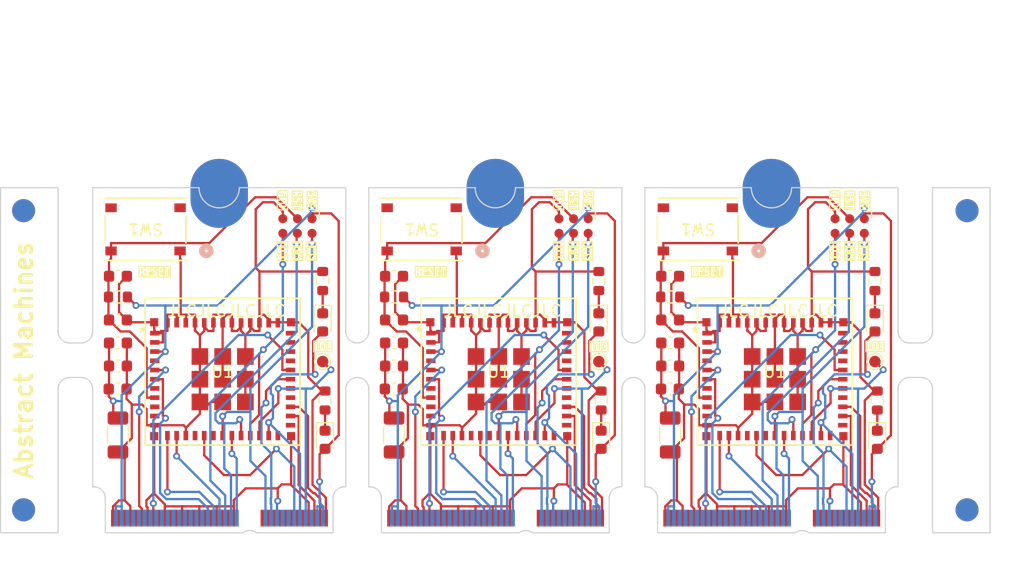
<source format=kicad_pcb>
(kicad_pcb (version 20240108) (generator "pcbnew") (generator_version "8.0")
  (layers (0 "F.Cu" signal) (31 "B.Cu" signal) (34 "B.Paste" user) (35 "F.Paste" user) (36 "B.SilkS" user "B.Silkscreen") (37 "F.SilkS" user "F.Silkscreen") (38 "B.Mask" user) (39 "F.Mask" user) (44 "Edge.Cuts" user))
  (net 0 "")
  (net 1 "Board_0-+3V3")
  (net 2 "Board_0-GND")
  (net 3 "Board_0-GPIO0")
  (net 4 "Board_0-GPIO1")
  (net 5 "Board_0-GPIO10")
  (net 6 "Board_0-GPIO2")
  (net 7 "Board_0-GPIO3")
  (net 8 "Board_0-GPIO4")
  (net 9 "Board_0-GPIO5")
  (net 10 "Board_0-GPIO6")
  (net 11 "Board_0-GPIO7")
  (net 12 "Board_0-GPIO8")
  (net 13 "Board_0-GPIO9")
  (net 14 "Board_0-Net-(D1-K)")
  (net 15 "Board_0-Net-(D2-K)")
  (net 16 "Board_0-RST")
  (net 17 "Board_0-RXD0")
  (net 18 "Board_0-TXD0")
  (net 19 "Board_0-USB_D+")
  (net 20 "Board_0-USB_D-")
  (net 21 "Board_0-unconnected-(J1-COEX1-Pad48)")
  (net 22 "Board_0-unconnected-(J1-COEX2-Pad46)")
  (net 23 "Board_0-unconnected-(J1-COEX3-Pad44)")
  (net 24 "Board_0-unconnected-(J1-I2C_CLK-Pad60)")
  (net 25 "Board_0-unconnected-(J1-I2C_DATA-Pad58)")
  (net 26 "Board_0-unconnected-(J1-PCM_OUT{slash}I2S_SD_OUT-Pad14)")
  (net 27 "Board_0-unconnected-(J1-PERn0-Pad43)")
  (net 28 "Board_0-unconnected-(J1-PERp0-Pad41)")
  (net 29 "Board_0-unconnected-(J1-PETn0-Pad37)")
  (net 30 "Board_0-unconnected-(J1-PETp0-Pad35)")
  (net 31 "Board_0-unconnected-(J1-REFCLKn0-Pad49)")
  (net 32 "Board_0-unconnected-(J1-REFCLKp0-Pad47)")
  (net 33 "Board_0-unconnected-(J1-RESERVED-Pad64)")
  (net 34 "Board_0-unconnected-(J1-RESERVED{slash}PERn1-Pad67)")
  (net 35 "Board_0-unconnected-(J1-RESERVED{slash}PETp1-Pad59)")
  (net 36 "Board_0-unconnected-(J1-RESERVED{slash}REFCLKn1-Pad73)")
  (net 37 "Board_0-unconnected-(J1-RESERVED{slash}REFCLKp1-Pad71)")
  (net 38 "Board_0-unconnected-(J1-SDIO_CLK-Pad9)")
  (net 39 "Board_0-unconnected-(J1-SDIO_CMD-Pad11)")
  (net 40 "Board_0-unconnected-(J1-SDIO_DATA0-Pad13)")
  (net 41 "Board_0-unconnected-(J1-SDIO_DATA1-Pad15)")
  (net 42 "Board_0-unconnected-(J1-SDIO_DATA2-Pad17)")
  (net 43 "Board_0-unconnected-(J1-SDIO_DATA3-Pad19)")
  (net 44 "Board_0-unconnected-(J1-SUSCLK-Pad50)")
  (net 45 "Board_0-unconnected-(J1-UIM_POWER_SNK{slash}~{CLKREQ1}-Pad68)")
  (net 46 "Board_0-unconnected-(J1-UIM_POWER_SRC{slash}GPIO1{slash}~{PEWAKE1}-Pad70)")
  (net 47 "Board_0-unconnected-(J1-UIM_SWP{slash}~{PERST1}-Pad66)")
  (net 48 "Board_0-unconnected-(J1-~{ALERT}-Pad62)")
  (net 49 "Board_0-unconnected-(J1-~{CLKREQ0}-Pad53)")
  (net 50 "Board_0-unconnected-(J1-~{LED_1}-Pad6)")
  (net 51 "Board_0-unconnected-(J1-~{LED_2}-Pad16)")
  (net 52 "Board_0-unconnected-(J1-~{PERST0}-Pad52)")
  (net 53 "Board_0-unconnected-(J1-~{PEWAKE0}-Pad55)")
  (net 54 "Board_0-unconnected-(J1-~{SDIO_RESET}-Pad23)")
  (net 55 "Board_0-unconnected-(J1-~{SDIO_WAKE}-Pad21)")
  (net 56 "Board_0-unconnected-(J1-~{W_DISABLE1}-Pad56)")
  (net 57 "Board_0-unconnected-(J1-~{W_DISABLE2}-Pad54)")
  (net 58 "Board_0-unconnected-(U1-NC-Pad10)")
  (net 59 "Board_0-unconnected-(U1-NC-Pad15)")
  (net 60 "Board_0-unconnected-(U1-NC-Pad17)")
  (net 61 "Board_0-unconnected-(U1-NC-Pad24)")
  (net 62 "Board_0-unconnected-(U1-NC-Pad25)")
  (net 63 "Board_0-unconnected-(U1-NC-Pad28)")
  (net 64 "Board_0-unconnected-(U1-NC-Pad29)")
  (net 65 "Board_0-unconnected-(U1-NC-Pad32)")
  (net 66 "Board_0-unconnected-(U1-NC-Pad33)")
  (net 67 "Board_0-unconnected-(U1-NC-Pad34)")
  (net 68 "Board_0-unconnected-(U1-NC-Pad35)")
  (net 69 "Board_0-unconnected-(U1-NC-Pad4)")
  (net 70 "Board_0-unconnected-(U1-NC-Pad7)")
  (net 71 "Board_0-unconnected-(U1-NC-Pad9)")
  (net 72 "Board_1-+3V3")
  (net 73 "Board_1-GND")
  (net 74 "Board_1-GPIO0")
  (net 75 "Board_1-GPIO1")
  (net 76 "Board_1-GPIO10")
  (net 77 "Board_1-GPIO2")
  (net 78 "Board_1-GPIO3")
  (net 79 "Board_1-GPIO4")
  (net 80 "Board_1-GPIO5")
  (net 81 "Board_1-GPIO6")
  (net 82 "Board_1-GPIO7")
  (net 83 "Board_1-GPIO8")
  (net 84 "Board_1-GPIO9")
  (net 85 "Board_1-Net-(D1-K)")
  (net 86 "Board_1-Net-(D2-K)")
  (net 87 "Board_1-RST")
  (net 88 "Board_1-RXD0")
  (net 89 "Board_1-TXD0")
  (net 90 "Board_1-USB_D+")
  (net 91 "Board_1-USB_D-")
  (net 92 "Board_1-unconnected-(J1-COEX1-Pad48)")
  (net 93 "Board_1-unconnected-(J1-COEX2-Pad46)")
  (net 94 "Board_1-unconnected-(J1-COEX3-Pad44)")
  (net 95 "Board_1-unconnected-(J1-I2C_CLK-Pad60)")
  (net 96 "Board_1-unconnected-(J1-I2C_DATA-Pad58)")
  (net 97 "Board_1-unconnected-(J1-PCM_OUT{slash}I2S_SD_OUT-Pad14)")
  (net 98 "Board_1-unconnected-(J1-PERn0-Pad43)")
  (net 99 "Board_1-unconnected-(J1-PERp0-Pad41)")
  (net 100 "Board_1-unconnected-(J1-PETn0-Pad37)")
  (net 101 "Board_1-unconnected-(J1-PETp0-Pad35)")
  (net 102 "Board_1-unconnected-(J1-REFCLKn0-Pad49)")
  (net 103 "Board_1-unconnected-(J1-REFCLKp0-Pad47)")
  (net 104 "Board_1-unconnected-(J1-RESERVED-Pad64)")
  (net 105 "Board_1-unconnected-(J1-RESERVED{slash}PERn1-Pad67)")
  (net 106 "Board_1-unconnected-(J1-RESERVED{slash}PETp1-Pad59)")
  (net 107 "Board_1-unconnected-(J1-RESERVED{slash}REFCLKn1-Pad73)")
  (net 108 "Board_1-unconnected-(J1-RESERVED{slash}REFCLKp1-Pad71)")
  (net 109 "Board_1-unconnected-(J1-SDIO_CLK-Pad9)")
  (net 110 "Board_1-unconnected-(J1-SDIO_CMD-Pad11)")
  (net 111 "Board_1-unconnected-(J1-SDIO_DATA0-Pad13)")
  (net 112 "Board_1-unconnected-(J1-SDIO_DATA1-Pad15)")
  (net 113 "Board_1-unconnected-(J1-SDIO_DATA2-Pad17)")
  (net 114 "Board_1-unconnected-(J1-SDIO_DATA3-Pad19)")
  (net 115 "Board_1-unconnected-(J1-SUSCLK-Pad50)")
  (net 116 "Board_1-unconnected-(J1-UIM_POWER_SNK{slash}~{CLKREQ1}-Pad68)")
  (net 117 "Board_1-unconnected-(J1-UIM_POWER_SRC{slash}GPIO1{slash}~{PEWAKE1}-Pad70)")
  (net 118 "Board_1-unconnected-(J1-UIM_SWP{slash}~{PERST1}-Pad66)")
  (net 119 "Board_1-unconnected-(J1-~{ALERT}-Pad62)")
  (net 120 "Board_1-unconnected-(J1-~{CLKREQ0}-Pad53)")
  (net 121 "Board_1-unconnected-(J1-~{LED_1}-Pad6)")
  (net 122 "Board_1-unconnected-(J1-~{LED_2}-Pad16)")
  (net 123 "Board_1-unconnected-(J1-~{PERST0}-Pad52)")
  (net 124 "Board_1-unconnected-(J1-~{PEWAKE0}-Pad55)")
  (net 125 "Board_1-unconnected-(J1-~{SDIO_RESET}-Pad23)")
  (net 126 "Board_1-unconnected-(J1-~{SDIO_WAKE}-Pad21)")
  (net 127 "Board_1-unconnected-(J1-~{W_DISABLE1}-Pad56)")
  (net 128 "Board_1-unconnected-(J1-~{W_DISABLE2}-Pad54)")
  (net 129 "Board_1-unconnected-(U1-NC-Pad10)")
  (net 130 "Board_1-unconnected-(U1-NC-Pad15)")
  (net 131 "Board_1-unconnected-(U1-NC-Pad17)")
  (net 132 "Board_1-unconnected-(U1-NC-Pad24)")
  (net 133 "Board_1-unconnected-(U1-NC-Pad25)")
  (net 134 "Board_1-unconnected-(U1-NC-Pad28)")
  (net 135 "Board_1-unconnected-(U1-NC-Pad29)")
  (net 136 "Board_1-unconnected-(U1-NC-Pad32)")
  (net 137 "Board_1-unconnected-(U1-NC-Pad33)")
  (net 138 "Board_1-unconnected-(U1-NC-Pad34)")
  (net 139 "Board_1-unconnected-(U1-NC-Pad35)")
  (net 140 "Board_1-unconnected-(U1-NC-Pad4)")
  (net 141 "Board_1-unconnected-(U1-NC-Pad7)")
  (net 142 "Board_1-unconnected-(U1-NC-Pad9)")
  (net 143 "Board_2-+3V3")
  (net 144 "Board_2-GND")
  (net 145 "Board_2-GPIO0")
  (net 146 "Board_2-GPIO1")
  (net 147 "Board_2-GPIO10")
  (net 148 "Board_2-GPIO2")
  (net 149 "Board_2-GPIO3")
  (net 150 "Board_2-GPIO4")
  (net 151 "Board_2-GPIO5")
  (net 152 "Board_2-GPIO6")
  (net 153 "Board_2-GPIO7")
  (net 154 "Board_2-GPIO8")
  (net 155 "Board_2-GPIO9")
  (net 156 "Board_2-Net-(D1-K)")
  (net 157 "Board_2-Net-(D2-K)")
  (net 158 "Board_2-RST")
  (net 159 "Board_2-RXD0")
  (net 160 "Board_2-TXD0")
  (net 161 "Board_2-USB_D+")
  (net 162 "Board_2-USB_D-")
  (net 163 "Board_2-unconnected-(J1-COEX1-Pad48)")
  (net 164 "Board_2-unconnected-(J1-COEX2-Pad46)")
  (net 165 "Board_2-unconnected-(J1-COEX3-Pad44)")
  (net 166 "Board_2-unconnected-(J1-I2C_CLK-Pad60)")
  (net 167 "Board_2-unconnected-(J1-I2C_DATA-Pad58)")
  (net 168 "Board_2-unconnected-(J1-PCM_OUT{slash}I2S_SD_OUT-Pad14)")
  (net 169 "Board_2-unconnected-(J1-PERn0-Pad43)")
  (net 170 "Board_2-unconnected-(J1-PERp0-Pad41)")
  (net 171 "Board_2-unconnected-(J1-PETn0-Pad37)")
  (net 172 "Board_2-unconnected-(J1-PETp0-Pad35)")
  (net 173 "Board_2-unconnected-(J1-REFCLKn0-Pad49)")
  (net 174 "Board_2-unconnected-(J1-REFCLKp0-Pad47)")
  (net 175 "Board_2-unconnected-(J1-RESERVED-Pad64)")
  (net 176 "Board_2-unconnected-(J1-RESERVED{slash}PERn1-Pad67)")
  (net 177 "Board_2-unconnected-(J1-RESERVED{slash}PETp1-Pad59)")
  (net 178 "Board_2-unconnected-(J1-RESERVED{slash}REFCLKn1-Pad73)")
  (net 179 "Board_2-unconnected-(J1-RESERVED{slash}REFCLKp1-Pad71)")
  (net 180 "Board_2-unconnected-(J1-SDIO_CLK-Pad9)")
  (net 181 "Board_2-unconnected-(J1-SDIO_CMD-Pad11)")
  (net 182 "Board_2-unconnected-(J1-SDIO_DATA0-Pad13)")
  (net 183 "Board_2-unconnected-(J1-SDIO_DATA1-Pad15)")
  (net 184 "Board_2-unconnected-(J1-SDIO_DATA2-Pad17)")
  (net 185 "Board_2-unconnected-(J1-SDIO_DATA3-Pad19)")
  (net 186 "Board_2-unconnected-(J1-SUSCLK-Pad50)")
  (net 187 "Board_2-unconnected-(J1-UIM_POWER_SNK{slash}~{CLKREQ1}-Pad68)")
  (net 188 "Board_2-unconnected-(J1-UIM_POWER_SRC{slash}GPIO1{slash}~{PEWAKE1}-Pad70)")
  (net 189 "Board_2-unconnected-(J1-UIM_SWP{slash}~{PERST1}-Pad66)")
  (net 190 "Board_2-unconnected-(J1-~{ALERT}-Pad62)")
  (net 191 "Board_2-unconnected-(J1-~{CLKREQ0}-Pad53)")
  (net 192 "Board_2-unconnected-(J1-~{LED_1}-Pad6)")
  (net 193 "Board_2-unconnected-(J1-~{LED_2}-Pad16)")
  (net 194 "Board_2-unconnected-(J1-~{PERST0}-Pad52)")
  (net 195 "Board_2-unconnected-(J1-~{PEWAKE0}-Pad55)")
  (net 196 "Board_2-unconnected-(J1-~{SDIO_RESET}-Pad23)")
  (net 197 "Board_2-unconnected-(J1-~{SDIO_WAKE}-Pad21)")
  (net 198 "Board_2-unconnected-(J1-~{W_DISABLE1}-Pad56)")
  (net 199 "Board_2-unconnected-(J1-~{W_DISABLE2}-Pad54)")
  (net 200 "Board_2-unconnected-(U1-NC-Pad10)")
  (net 201 "Board_2-unconnected-(U1-NC-Pad15)")
  (net 202 "Board_2-unconnected-(U1-NC-Pad17)")
  (net 203 "Board_2-unconnected-(U1-NC-Pad24)")
  (net 204 "Board_2-unconnected-(U1-NC-Pad25)")
  (net 205 "Board_2-unconnected-(U1-NC-Pad28)")
  (net 206 "Board_2-unconnected-(U1-NC-Pad29)")
  (net 207 "Board_2-unconnected-(U1-NC-Pad32)")
  (net 208 "Board_2-unconnected-(U1-NC-Pad33)")
  (net 209 "Board_2-unconnected-(U1-NC-Pad34)")
  (net 210 "Board_2-unconnected-(U1-NC-Pad35)")
  (net 211 "Board_2-unconnected-(U1-NC-Pad4)")
  (net 212 "Board_2-unconnected-(U1-NC-Pad7)")
  (net 213 "Board_2-unconnected-(U1-NC-Pad9)")
  (footprint "Resistor_SMD:R_0603_1608Metric" (layer "F.Cu") (at 157.4957 28.1139 90)
    (property "Reference" "R3" (hide yes))
    (property "Value" "100")
  )
  (footprint "Capacitor_SMD:C_0603_1608Metric" (layer "F.Cu") (at 163.675 37.5)
    (property "Reference" "C2" (hide yes))
    (property "Value" "1uF" (hide yes))
  )
  (footprint "Capacitor_SMD:C_0603_1608Metric" (layer "F.Cu") (at 139.7 33.5)
    (property "Reference" "C4" (hide yes))
    (property "Value" "0.1uF" (hide yes))
  )
  (footprint "kibuzzard-67374815" (layer "F.Cu") (at 154 25.5 -90)
    (property "Reference" "kibuzzard-67374815" (hide yes))
    (property "Value" "G***" (hide yes))
  )
  (footprint "kibuzzard-67374796" (layer "F.Cu") (at 118.9 27.3)
    (property "Reference" "kibuzzard-67374796" (hide yes))
    (property "Value" "G***" (hide yes))
  )
  (footprint "LED_SMD:LED_0603_1608Metric" (layer "F.Cu") (at 157.7 41.9125 -90)
    (property "Reference" "D1" (hide yes))
    (property "Value" "LED" (hide yes))
  )
  (footprint "M.2-Key-E-Footprints-master:2230-key-E" (layer "F.Cu") (at 112.5 19)
    (property "Reference" "J1" (hide yes))
    (property "Value" "Bus_M.2_Socket_E" (hide yes))
  )
  (footprint "Resistor_SMD:R_0603_1608Metric" (layer "F.Cu") (at 163.7 29.5 180)
    (property "Reference" "R2" (hide yes))
    (property "Value" "10K" (hide yes))
  )
  (footprint "Capacitor_SMD:C_1206_3216Metric" (layer "F.Cu") (at 139.7 41.5 -90)
    (property "Reference" "C1" (hide yes))
    (property "Value" "100uF" (hide yes))
  )
  (footprint "Fiducial" (layer "F.Cu") (at 189.501 48)
    (property "Reference" "KiKit_FID_T_4" (hide yes))
    (property "Value" "Fiducial" (hide yes))
  )
  (footprint "Connector:Tag-Connect_TC2030-IDC-NL_2x03_P1.27mm_Vertical" (layer "F.Cu") (at 155.3 23.335 180)
    (property "Reference" "J2" (hide yes))
    (property "Value" "Conn_ARM_SWD_TagConnect_TC2030-NL")
  )
  (footprint "Capacitor_SMD:C_0603_1608Metric" (layer "F.Cu") (at 115.675 37.5)
    (property "Reference" "C2" (hide yes))
    (property "Value" "1uF" (hide yes))
  )
  (footprint "Capacitor_SMD:C_0603_1608Metric" (layer "F.Cu") (at 163.7 27.7)
    (property "Reference" "C5" (hide yes))
    (property "Value" "0.1uF" (hide yes))
  )
  (footprint "Fiducial" (layer "F.Cu") (at 189.501 22)
    (property "Reference" "KiKit_FID_T_2" (hide yes))
    (property "Value" "Fiducial" (hide yes))
  )
  (footprint "Capacitor_SMD:C_1206_3216Metric" (layer "F.Cu") (at 115.7 41.5 -90)
    (property "Reference" "C1" (hide yes))
    (property "Value" "100uF" (hide yes))
  )
  (footprint "Connector:Tag-Connect_TC2030-IDC-NL_2x03_P1.27mm_Vertical" (layer "F.Cu") (at 131.3 23.335 180)
    (property "Reference" "J2" (hide yes))
    (property "Value" "Conn_ARM_SWD_TagConnect_TC2030-NL")
  )
  (footprint "Capacitor_SMD:C_0603_1608Metric" (layer "F.Cu") (at 139.7 27.7)
    (property "Reference" "C5" (hide yes))
    (property "Value" "0.1uF" (hide yes))
  )
  (footprint "kibuzzard-67374796" (layer "F.Cu") (at 166.9 27.3)
    (property "Reference" "kibuzzard-67374796" (hide yes))
    (property "Value" "G***" (hide yes))
  )
  (footprint "LED_SMD:LED_0603_1608Metric" (layer "F.Cu") (at 181.4957 31.7139 -90)
    (property "Reference" "D2" (hide yes))
    (property "Value" "LED")
  )
  (footprint "Switch:TS-1187A-B-A-B_XKB" (layer "F.Cu") (at 166.1 23.625 180)
    (property "Reference" "SW1")
    (property "Value" "SW_Push")
  )
  (footprint "Fiducial" (layer "F.Cu") (at 107.499 22)
    (property "Reference" "KiKit_FID_T_1" (hide yes))
    (property "Value" "Fiducial" (hide yes))
  )
  (footprint "ESP32-C3-MINI-1U-H4:ESP32-C3-MINI-1U_EXP" (layer "F.Cu") (at 172.8 36)
    (property "Reference" "U1")
    (property "Value" "ESP32-C3-MINI-1U-H4")
  )
  (footprint "kibuzzard-67374758" (layer "F.Cu") (at 181.5 33.8)
    (property "Reference" "kibuzzard-67374758" (hide yes))
    (property "Value" "G***" (hide yes))
  )
  (footprint "TestPoint:TestPoint_Pad_D1.0mm" (layer "F.Cu") (at 133.4957 35.1139)
    (property "Reference" "TP1" (hide yes))
    (property "Value" "TestPoint" (hide yes))
  )
  (footprint "kibuzzard-673747DA" (layer "F.Cu") (at 155.3 21.1 -90)
    (property "Reference" "kibuzzard-673747DA" (hide yes))
    (property "Value" "G***" (hide yes))
  )
  (footprint "Resistor_SMD:R_0603_1608Metric" (layer "F.Cu") (at 181.4957 28.1139 90)
    (property "Reference" "R3" (hide yes))
    (property "Value" "100")
  )
  (footprint "TestPoint:TestPoint_Pad_D1.0mm" (layer "F.Cu") (at 181.4957 35.1139)
    (property "Reference" "TP1" (hide yes))
    (property "Value" "TestPoint" (hide yes))
  )
  (footprint "kibuzzard-673747B2" (layer "F.Cu") (at 180.6 21.1 -90)
    (property "Reference" "kibuzzard-673747B2" (hide yes))
    (property "Value" "G***" (hide yes))
  )
  (footprint "kibuzzard-67374758" (layer "F.Cu") (at 157.5 33.8)
    (property "Reference" "kibuzzard-67374758" (hide yes))
    (property "Value" "G***" (hide yes))
  )
  (footprint "Resistor_SMD:R_0603_1608Metric" (layer "F.Cu") (at 133.7 38.5 90)
    (property "Reference" "R1" (hide yes))
    (property "Value" "100" (hide yes))
  )
  (footprint "ESP32-C3-MINI-1U-H4:ESP32-C3-MINI-1U_EXP" (layer "F.Cu") (at 148.8 36)
    (property "Reference" "U1")
    (property "Value" "ESP32-C3-MINI-1U-H4")
  )
  (footprint "kibuzzard-673747CA" (layer "F.Cu") (at 130 21.1 -90)
    (property "Reference" "kibuzzard-673747CA" (hide yes))
    (property "Value" "G***" (hide yes))
  )
  (footprint "LED_SMD:LED_0603_1608Metric" (layer "F.Cu") (at 181.7 41.9125 -90)
    (property "Reference" "D1" (hide yes))
    (property "Value" "LED" (hide yes))
  )
  (footprint "kibuzzard-67374758" (layer "F.Cu") (at 133.5 33.8)
    (property "Reference" "kibuzzard-67374758" (hide yes))
    (property "Value" "G***" (hide yes))
  )
  (footprint "kibuzzard-673747DA" (layer "F.Cu") (at 179.3 21.1 -90)
    (property "Reference" "kibuzzard-673747DA" (hide yes))
    (property "Value" "G***" (hide yes))
  )
  (footprint "Capacitor_SMD:C_1206_3216Metric" (layer "F.Cu") (at 163.7 41.5 -90)
    (property "Reference" "C1" (hide yes))
    (property "Value" "100uF" (hide yes))
  )
  (footprint "LED_SMD:LED_0603_1608Metric" (layer "F.Cu") (at 133.4957 31.7139 -90)
    (property "Reference" "D2" (hide yes))
    (property "Value" "LED")
  )
  (footprint "kibuzzard-67374800" (layer "F.Cu") (at 179.3 25.5 -90)
    (property "Reference" "kibuzzard-67374800" (hide yes))
    (property "Value" "G***" (hide yes))
  )
  (footprint "Capacitor_SMD:C_0603_1608Metric" (layer "F.Cu") (at 115.7 35.5)
    (property "Reference" "C3" (hide yes))
    (property "Value" "1uF" (hide yes))
  )
  (footprint "Fiducial" (layer "F.Cu") (at 107.499 48)
    (property "Reference" "KiKit_FID_T_3" (hide yes))
    (property "Value" "Fiducial" (hide yes))
  )
  (footprint "Capacitor_SMD:C_0603_1608Metric" (layer "F.Cu") (at 115.7 33.5)
    (property "Reference" "C4" (hide yes))
    (property "Value" "0.1uF" (hide yes))
  )
  (footprint "Resistor_SMD:R_0603_1608Metric" (layer "F.Cu") (at 115.7 29.5 180)
    (property "Reference" "R2" (hide yes))
    (property "Value" "10K" (hide yes))
  )
  (footprint "kibuzzard-673747B2" (layer "F.Cu") (at 132.6 21.1 -90)
    (property "Reference" "kibuzzard-673747B2" (hide yes))
    (property "Value" "G***" (hide yes))
  )
  (footprint "kibuzzard-67374800" (layer "F.Cu") (at 155.3 25.5 -90)
    (property "Reference" "kibuzzard-67374800" (hide yes))
    (property "Value" "G***" (hide yes))
  )
  (footprint "ESP32-C3-MINI-1U-H4:ESP32-C3-MINI-1U_EXP" (layer "F.Cu") (at 124.8 36)
    (property "Reference" "U1")
    (property "Value" "ESP32-C3-MINI-1U-H4")
  )
  (footprint "kibuzzard-67374827" (layer "F.Cu") (at 132.5 25.5 -90)
    (property "Reference" "kibuzzard-67374827" (hide yes))
    (property "Value" "G***" (hide yes))
  )
  (footprint "Capacitor_SMD:C_0603_1608Metric" (layer "F.Cu") (at 139.675 37.5)
    (property "Reference" "C2" (hide yes))
    (property "Value" "1uF" (hide yes))
  )
  (footprint "LED_SMD:LED_0603_1608Metric" (layer "F.Cu") (at 133.7 41.9125 -90)
    (property "Reference" "D1" (hide yes))
    (property "Value" "LED" (hide yes))
  )
  (footprint "Switch:TS-1187A-B-A-B_XKB" (layer "F.Cu") (at 142.1 23.625 180)
    (property "Reference" "SW1")
    (property "Value" "SW_Push")
  )
  (footprint "TestPoint:TestPoint_Pad_D1.0mm" (layer "F.Cu") (at 157.4957 35.1139)
    (property "Reference" "TP1" (hide yes))
    (property "Value" "TestPoint" (hide yes))
  )
  (footprint "Capacitor_SMD:C_0603_1608Metric" (layer "F.Cu") (at 163.7 33.5)
    (property "Reference" "C4" (hide yes))
    (property "Value" "0.1uF" (hide yes))
  )
  (footprint "kibuzzard-673747CA" (layer "F.Cu") (at 154 21.1 -90)
    (property "Reference" "kibuzzard-673747CA" (hide yes))
    (property "Value" "G***" (hide yes))
  )
  (footprint "Capacitor_SMD:C_0603_1608Metric" (layer "F.Cu") (at 115.7 27.7)
    (property "Reference" "C5" (hide yes))
    (property "Value" "0.1uF" (hide yes))
  )
  (footprint "kibuzzard-673747B2" (layer "F.Cu") (at 156.6 21.1 -90)
    (property "Reference" "kibuzzard-673747B2" (hide yes))
    (property "Value" "G***" (hide yes))
  )
  (footprint "kibuzzard-67374815" (layer "F.Cu") (at 178 25.5 -90)
    (property "Reference" "kibuzzard-67374815" (hide yes))
    (property "Value" "G***" (hide yes))
  )
  (footprint "kibuzzard-673747CA" (layer "F.Cu") (at 178 21.1 -90)
    (property "Reference" "kibuzzard-673747CA" (hide yes))
    (property "Value" "G***" (hide yes))
  )
  (footprint "Resistor_SMD:R_0603_1608Metric" (layer "F.Cu") (at 139.7 29.5 180)
    (property "Reference" "R2" (hide yes))
    (property "Value" "10K" (hide yes))
  )
  (footprint "Capacitor_SMD:C_0603_1608Metric" (layer "F.Cu") (at 163.7 35.5)
    (property "Reference" "C3" (hide yes))
    (property "Value" "1uF" (hide yes))
  )
  (footprint "Resistor_SMD:R_0603_1608Metric" (layer "F.Cu") (at 157.7 38.5 90)
    (property "Reference" "R1" (hide yes))
    (property "Value" "100" (hide yes))
  )
  (footprint "Capacitor_SMD:C_0603_1608Metric" (layer "F.Cu") (at 115.7 31.5)
    (property "Reference" "C6" (hide yes))
    (property "Value" "1uF" (hide yes))
  )
  (footprint "LED_SMD:LED_0603_1608Metric" (layer "F.Cu") (at 157.4957 31.7139 -90)
    (property "Reference" "D2" (hide yes))
    (property "Value" "LED")
  )
  (footprint "Switch:TS-1187A-B-A-B_XKB" (layer "F.Cu") (at 118.1 23.625 180)
    (property "Reference" "SW1")
    (property "Value" "SW_Push")
  )
  (footprint "Connector:Tag-Connect_TC2030-IDC-NL_2x03_P1.27mm_Vertical" (layer "F.Cu") (at 179.3 23.335 180)
    (property "Reference" "J2" (hide yes))
    (property "Value" "Conn_ARM_SWD_TagConnect_TC2030-NL")
  )
  (footprint "Capacitor_SMD:C_0603_1608Metric" (layer "F.Cu") (at 139.7 31.5)
    (property "Reference" "C6" (hide yes))
    (property "Value" "1uF" (hide yes))
  )
  (footprint "Capacitor_SMD:C_0603_1608Metric" (layer "F.Cu") (at 163.7 31.5)
    (property "Reference" "C6" (hide yes))
    (property "Value" "1uF" (hide yes))
  )
  (footprint "kibuzzard-67374827" (layer "F.Cu") (at 156.5 25.5 -90)
    (property "Reference" "kibuzzard-67374827" (hide yes))
    (property "Value" "G***" (hide yes))
  )
  (footprint "kibuzzard-67374827" (layer "F.Cu") (at 180.5 25.5 -90)
    (property "Reference" "kibuzzard-67374827" (hide yes))
    (property "Value" "G***" (hide yes))
  )
  (footprint "Resistor_SMD:R_0603_1608Metric" (layer "F.Cu") (at 181.7 38.5 90)
    (property "Reference" "R1" (hide yes))
    (property "Value" "100" (hide yes))
  )
  (footprint "M.2-Key-E-Footprints-master:2230-key-E" (layer "F.Cu") (at 136.5 19)
    (property "Reference" "J1" (hide yes))
    (property "Value" "Bus_M.2_Socket_E" (hide yes))
  )
  (footprint "M.2-Key-E-Footprints-master:2230-key-E" (layer "F.Cu") (at 160.5 19)
    (property "Reference" "J1" (hide yes))
    (property "Value" "Bus_M.2_Socket_E" (hide yes))
  )
  (footprint "kibuzzard-67374800" (layer "F.Cu") (at 131.3 25.5 -90)
    (property "Reference" "kibuzzard-67374800" (hide yes))
    (property "Value" "G***" (hide yes))
  )
  (footprint "kibuzzard-67374815" (layer "F.Cu") (at 130 25.5 -90)
    (property "Reference" "kibuzzard-67374815" (hide yes))
    (property "Value" "G***" (hide yes))
  )
  (footprint "Resistor_SMD:R_0603_1608Metric" (layer "F.Cu") (at 133.4957 28.1139 90)
    (property "Reference" "R3" (hide yes))
    (property "Value" "100")
  )
  (footprint "kibuzzard-673747DA" (layer "F.Cu") (at 131.3 21.1 -90)
    (property "Reference" "kibuzzard-673747DA" (hide yes))
    (property "Value" "G***" (hide yes))
  )
  (footprint "Capacitor_SMD:C_0603_1608Metric" (layer "F.Cu") (at 139.7 35.5)
    (property "Reference" "C3" (hide yes))
    (property "Value" "1uF" (hide yes))
  )
  (footprint "kibuzzard-67374796" (layer "F.Cu") (at 142.9 27.3)
    (property "Reference" "kibuzzard-67374796" (hide yes))
    (property "Value" "G***" (hide yes))
  )
  (footprint "Fiducial" (layer "B.Cu") (at 107.499 22)
    (property "Reference" "KiKit_FID_B_1" (hide yes))
    (property "Value" "Fiducial" (hide yes))
  )
  (footprint "Fiducial" (layer "B.Cu") (at 107.499 48)
    (property "Reference" "KiKit_FID_B_3" (hide yes))
    (property "Value" "Fiducial" (hide yes))
  )
  (footprint "Fiducial" (layer "B.Cu") (at 189.501 22)
    (property "Reference" "KiKit_FID_B_2" (hide yes))
    (property "Value" "Fiducial" (hide yes))
  )
  (footprint "Fiducial" (layer "B.Cu") (at 189.501 48)
    (property "Reference" "KiKit_FID_B_4" (hide yes))
    (property "Value" "Fiducial" (hide yes))
  )
  (gr_line (start 159.397561 46.000148) (end 159.487738 46.000017) (stroke (width 0.1)) (layer "Edge.Cuts"))
  (gr_line (start 186.513272 50) (end 191.488727 50) (stroke (width 0.1)) (layer "Edge.Cuts"))
  (gr_line (start 110.500203 37.449981) (end 110.50381 37.40108) (stroke (width 0.1)) (layer "Edge.Cuts"))
  (gr_line (start 174.885188 49.83532) (end 174.932979 49.82344) (stroke (width 0.1)) (layer "Edge.Cuts"))
  (gr_line (start 111.303104 36.519195) (end 111.351416 36.510812) (stroke (width 0.1)) (layer "Edge.Cuts"))
  (gr_line (start 171.75779 21.58432) (end 171.724088 21.56809) (stroke (width 0.1)) (layer "Edge.Cuts"))
  (gr_line (start 161.938619 46.058927) (end 161.984305 46.076609) (stroke (width 0.1)) (layer "Edge.Cuts"))
  (gr_line (start 182.803205 46.197256) (end 182.843231 46.169013) (stroke (width 0.1)) (layer "Edge.Cuts"))
  (gr_line (start 185.744737 33.47006) (end 185.696895 33.480804) (stroke (width 0.1)) (layer "Edge.Cuts"))
  (gr_line (start 147.389798 21.352182) (end 147.361144 21.328139) (stroke (width 0.1)) (layer "Edge.Cuts"))
  (gr_line (start 113.273237 33.134758) (end 113.241209 33.171887) (stroke (width 0.1)) (layer "Edge.Cuts"))
  (gr_line (start 137.480804 37.304104) (end 137.489187 37.352416) (stroke (width 0.1)) (layer "Edge.Cuts"))
  (gr_line (start 113.382039 37.028074) (end 113.404085 37.071872) (stroke (width 0.1)) (layer "Edge.Cuts"))
  (gr_line (start 184.449981 33.498796) (end 184.40108 33.495189) (stroke (width 0.1)) (layer "Edge.Cuts"))
  (gr_line (start 146.913052 20.736576) (end 146.897668 20.702481) (stroke (width 0.1)) (layer "Edge.Cuts"))
  (gr_line (start 183.75879 33.171887) (end 183.726762 33.134758) (stroke (width 0.1)) (layer "Edge.Cuts"))
  (gr_line (start 110.641129 36.985411) (end 110.667362 36.943985) (stroke (width 0.1)) (layer "Edge.Cuts"))
  (gr_line (start 161.207399 36.7926) (end 161.241209 36.828112) (stroke (width 0.1)) (layer "Edge.Cuts"))
  (gr_line (start 191.488727 20) (end 186.513272 20) (stroke (width 0.1)) (layer "Edge.Cuts"))
  (gr_line (start 113.892121 46.043507) (end 113.938619 46.058927) (stroke (width 0.1)) (layer "Edge.Cuts"))
  (gr_line (start 159.75879 36.828112) (end 159.7926 36.7926) (stroke (width 0.1)) (layer "Edge.Cuts"))
  (gr_line (start 150.574941 49.981694) (end 150.615895 49.954347) (stroke (width 0.1)) (layer "Edge.Cuts"))
  (gr_line (start 134.843231 46.169013) (end 134.884595 46.142766) (stroke (width 0.1)) (layer "Edge.Cuts"))
  (gr_line (start 113.014588 33.35787) (end 112.971925 33.382039) (stroke (width 0.1)) (layer "Edge.Cuts"))
  (gr_line (start 113.207399 33.207399) (end 113.171887 33.241209) (stroke (width 0.1)) (layer "Edge.Cuts"))
  (gr_line (start 126.243166 20.149387) (end 126.238204 20.198976) (stroke (width 0.1)) (layer "Edge.Cuts"))
  (gr_line (start 110.984411 33.35787) (end 110.942985 33.331637) (stroke (width 0.1)) (layer "Edge.Cuts"))
  (gr_line (start 159.668362 36.943985) (end 159.696595 36.903896) (stroke (width 0.1)) (layer "Edge.Cuts"))
  (gr_line (start 159.519195 37.304104) (end 159.529939 37.256262) (stroke (width 0.1)) (layer "Edge.Cuts"))
  (gr_line (start 110.827112 33.241209) (end 110.7916 33.207399) (stroke (width 0.1)) (layer "Edge.Cuts"))
  (gr_line (start 122.95174 20.814763) (end 122.934675 20.781477) (stroke (width 0.1)) (layer "Edge.Cuts"))
  (gr_line (start 161.602438 46.000148) (end 161.651422 46.001421) (stroke (width 0.1)) (layer "Edge.Cuts"))
  (gr_line (start 110.486752 49.999999) (end 110.497754 49.999729) (stroke (width 0.1)) (layer "Edge.Cuts"))
  (gr_line (start 127.46739 49.851343) (end 127.513684 49.868135) (stroke (width 0.1)) (layer "Edge.Cuts"))
  (gr_line (start 113.47006 37.256262) (end 113.480804 37.304104) (stroke (width 0.1)) (layer "Edge.Cuts"))
  (gr_line (start 174.209755 20.371056) (end 174.201431 20.407524) (stroke (width 0.1)) (layer "Edge.Cuts"))
  (gr_line (start 110.902896 36.696595) (end 110.942985 36.668362) (stroke (width 0.1)) (layer "Edge.Cuts"))
  (gr_line (start 148.34442 21.742624) (end 148.3072 21.7389) (stroke (width 0.1)) (layer "Edge.Cuts"))
  (gr_line (start 127.030026 49.806813) (end 127.079046 49.802106) (stroke (width 0.1)) (layer "Edge.Cuts"))
  (gr_line (start 184.449981 36.501203) (end 184.499012 36.5) (stroke (width 0.1)) (layer "Edge.Cuts"))
  (gr_line (start 171.020264 20.93345) (end 170.994277 20.890925) (stroke (width 0.1)) (layer "Edge.Cuts"))
  (gr_line (start 148.431476 21.748213) (end 148.394117 21.746349) (stroke (width 0.1)) (layer "Edge.Cuts"))
  (gr_line (start 125.959441 20.964871) (end 125.931367 21.006048) (stroke (width 0.1)) (layer "Edge.Cuts"))
  (gr_line (start 173.080774 21.650347) (end 173.033533 21.666219) (stroke (width 0.1)) (layer "Edge.Cuts"))
  (gr_line (start 125.428186 21.483042) (end 125.396269 21.502547) (stroke (width 0.1)) (layer "Edge.Cuts"))
  (gr_line (start 171.200666 21.171613) (end 171.175915 21.143567) (stroke (width 0.1)) (layer "Edge.Cuts"))
  (gr_line (start 114.612272 50) (end 126.537727 50) (stroke (width 0.1)) (layer "Edge.Cuts"))
  (gr_line (start 151.128238 49.79982) (end 151.177483 49.799961) (stroke (width 0.1)) (layer "Edge.Cuts"))
  (gr_line (start 124.605882 21.746349) (end 124.568523 21.748213) (stroke (width 0.1)) (layer "Edge.Cuts"))
  (gr_line (start 138.431939 46.444585) (end 138.458126 46.485986) (stroke (width 0.1)) (layer "Edge.Cuts"))
  (gr_line (start 159.510812 32.647583) (end 159.50481 32.598919) (stroke (width 0.1)) (layer "Edge.Cuts"))
  (gr_line (start 127.762272 50) (end 134.387727 50) (stroke (width 0.1)) (layer "Edge.Cuts"))
  (gr_line (start 173.959441 20.964871) (end 173.931367 21.006048) (stroke (width 0.1)) (layer "Edge.Cuts"))
  (gr_line (start 186.457983 37.209005) (end 186.47106 37.256262) (stroke (width 0.1)) (layer "Edge.Cuts"))
  (gr_line (start 135.61796 32.971925) (end 135.595914 32.928127) (stroke (width 0.1)) (layer "Edge.Cuts"))
  (gr_line (start 174.574941 49.981694) (end 174.615895 49.954347) (stroke (width 0.1)) (layer "Edge.Cuts"))
  (gr_line (start 136.8833 36.576044) (end 136.928127 36.595914) (stroke (width 0.1)) (layer "Edge.Cuts"))
  (gr_line (start 184.352416 36.510812) (end 184.40108 36.50481) (stroke (width 0.1)) (layer "Edge.Cuts"))
  (gr_line (start 110.542016 32.790994) (end 110.528939 32.743737) (stroke (width 0.1)) (layer "Edge.Cuts"))
  (gr_line (start 147.090467 21.036419) (end 147.068632 21.006048) (stroke (width 0.1)) (layer "Edge.Cuts"))
  (gr_line (start 137.498796 32.550018) (end 137.495189 32.598919) (stroke (width 0.1)) (layer "Edge.Cuts"))
  (gr_line (start 158.387752 49.999999) (end 158.398754 49.999729) (stroke (width 0.1)) (layer "Edge.Cuts"))
  (gr_line (start 186.097103 33.303404) (end 186.057014 33.331637) (stroke (width 0.1)) (layer "Edge.Cuts"))
  (gr_line (start 150.550149 49.999526) (end 150.564923 49.989121) (stroke (width 0.1)) (layer "Edge.Cuts"))
  (gr_line (start 135.726762 36.865241) (end 135.75879 36.828112) (stroke (width 0.1)) (layer "Edge.Cuts"))
  (gr_line (start 150.209755 20.371056) (end 150.201431 20.407524) (stroke (width 0.1)) (layer "Edge.Cuts"))
  (gr_line (start 162.524094 46.617182) (end 162.541709 46.662893) (stroke (width 0.1)) (layer "Edge.Cuts"))
  (gr_line (start 150.658148 49.929053) (end 150.701595 49.905871) (stroke (width 0.1)) (layer "Edge.Cuts"))
  (gr_line (start 137.456983 32.790994) (end 137.441602 32.837552) (stroke (width 0.1)) (layer "Edge.Cuts"))
  (gr_line (start 170.773874 20.285371) (end 170.766446 20.236091) (stroke (width 0.1)) (layer "Edge.Cuts"))
  (gr_line (start 110.542016 37.209005) (end 110.557397 37.162447) (stroke (width 0.1)) (layer "Edge.Cuts"))
  (gr_line (start 149.856118 21.10539) (end 149.824084 21.143567) (stroke (width 0.1)) (layer "Edge.Cuts"))
  (gr_line (start 123.884075 21.637554) (end 123.837684 21.619346) (stroke (width 0.1)) (layer "Edge.Cuts"))
  (gr_line (start 182.4 46.999159) (end 182.401201 46.950174) (stroke (width 0.1)) (layer "Edge.Cuts"))
  (gr_line (start 158.596245 46.404517) (end 158.62636 46.365879) (stroke (width 0.1)) (layer "Edge.Cuts"))
  (gr_line (start 137.489187 37.352416) (end 137.495189 37.40108) (stroke (width 0.1)) (layer "Edge.Cuts"))
  (gr_line (start 151.603511 49.908455) (end 151.646825 49.931885) (stroke (width 0.1)) (layer "Edge.Cuts"))
  (gr_line (start 137.207399 36.7926) (end 137.241209 36.828112) (stroke (width 0.1)) (layer "Edge.Cuts"))
  (gr_line (start 159.5 37.499012) (end 159.501203 37.449981) (stroke (width 0.1)) (layer "Edge.Cuts"))
  (gr_line (start 111.351416 33.489187) (end 111.303104 33.480804) (stroke (width 0.1)) (layer "Edge.Cuts"))
  (gr_line (start 174.746133 49.884858) (end 174.791651 49.866066) (stroke (width 0.1)) (layer "Edge.Cuts"))
  (gr_line (start 147.458579 21.405841) (end 147.428762 21.383255) (stroke (width 0.1)) (layer "Edge.Cuts"))
  (gr_line (start 186.501 49.987752) (end 186.50127 49.998754) (stroke (width 0.1)) (layer "Edge.Cuts"))
  (gr_line (start 113.056014 33.331637) (end 113.014588 33.35787) (stroke (width 0.1)) (layer "Edge.Cuts"))
  (gr_line (start 160.8833 36.576044) (end 160.928127 36.595914) (stroke (width 0.1)) (layer "Edge.Cuts"))
  (gr_line (start 159.529939 37.256262) (end 159.543016 37.209005) (stroke (width 0.1)) (layer "Edge.Cuts"))
  (gr_line (start 161.456983 32.790994) (end 161.441602 32.837552) (stroke (width 0.1)) (layer "Edge.Cuts"))
  (gr_line (start 137.303404 36.903896) (end 137.331637 36.943985) (stroke (width 0.1)) (layer "Edge.Cuts"))
  (gr_line (start 138.373639 46.365879) (end 138.403754 46.404517) (stroke (width 0.1)) (layer "Edge.Cuts"))
  (gr_line (start 112.971925 33.382039) (end 112.928127 33.404085) (stroke (width 0.1)) (layer "Edge.Cuts"))
  (gr_line (start 135.75879 36.828112) (end 135.7926 36.7926) (stroke (width 0.1)) (layer "Edge.Cuts"))
  (gr_line (start 114.341666 46.328764) (end 114.373639 46.365879) (stroke (width 0.1)) (layer "Edge.Cuts"))
  (gr_line (start 110.942985 36.668362) (end 110.984411 36.642129) (stroke (width 0.1)) (layer "Edge.Cuts"))
  (gr_line (start 135.903896 33.303404) (end 135.865241 33.273237) (stroke (width 0.1)) (layer "Edge.Cuts"))
  (gr_line (start 137.512261 46.000017) (end 137.602438 46.000148) (stroke (width 0.1)) (layer "Edge.Cuts"))
  (gr_line (start 113.456983 37.209005) (end 113.47006 37.256262) (stroke (width 0.1)) (layer "Edge.Cuts"))
  (gr_line (start 148.220763 21.727128) (end 148.171683 21.718474) (stroke (width 0.1)) (layer "Edge.Cuts"))
  (gr_line (start 162.612272 50) (end 174.537727 50) (stroke (width 0.1)) (layer "Edge.Cuts"))
  (gr_line (start 186.496189 32.598919) (end 186.490187 32.647583) (stroke (width 0.1)) (layer "Edge.Cuts"))
  (gr_line (start 114.557062 46.709413) (end 114.570115 46.75663) (stroke (width 0.1)) (layer "Edge.Cuts"))
  (gr_line (start 173.242209 21.58432) (end 173.196783 21.604817) (stroke (width 0.1)) (layer "Edge.Cuts"))
  (gr_line (start 175.750674 49.999715) (end 175.762247 49.999999) (stroke (width 0.1)) (layer "Edge.Cuts"))
  (gr_line (start 114.589206 46.852698) (end 114.595198 46.901318) (stroke (width 0.1)) (layer "Edge.Cuts"))
  (gr_line (start 113.441602 37.162447) (end 113.456983 37.209005) (stroke (width 0.1)) (layer "Edge.Cuts"))
  (gr_line (start 170.864644 20.621738) (end 170.847599 20.574907) (stroke (width 0.1)) (layer "Edge.Cuts"))
  (gr_line (start 159.50481 37.40108) (end 159.510812 37.352416) (stroke (width 0.1)) (layer "Edge.Cuts"))
  (gr_line (start 122.798568 20.407524) (end 122.790244 20.371056) (stroke (width 0.1)) (layer "Edge.Cuts"))
  (gr_line (start 186.208399 36.7926) (end 186.242209 36.828112) (stroke (width 0.1)) (layer "Edge.Cuts"))
  (gr_line (start 114.115404 46.142766) (end 114.156768 46.169013) (stroke (width 0.1)) (layer "Edge.Cuts"))
  (gr_line (start 161.495189 32.598919) (end 161.489187 32.647583) (stroke (width 0.1)) (layer "Edge.Cuts"))
  (gr_line (start 147.296357 21.26972) (end 147.260681 21.234923) (stroke (width 0.1)) (layer "Edge.Cuts"))
  (gr_line (start 161.056014 36.668362) (end 161.096103 36.696595) (stroke (width 0.1)) (layer "Edge.Cuts"))
  (gr_line (start 135.348577 46.001421) (end 135.397561 46.000148) (stroke (width 0.1)) (layer "Edge.Cuts"))
  (gr_line (start 182.49574 46.572389) (end 182.517747 46.528622) (stroke (width 0.1)) (layer "Edge.Cuts"))
  (gr_line (start 110.575044 37.116699) (end 110.594914 37.071872) (stroke (width 0.1)) (layer "Edge.Cuts"))
  (gr_line (start 171.571813 21.483042) (end 171.529949 21.456004) (stroke (width 0.1)) (layer "Edge.Cuts"))
  (gr_line (start 171.296357 21.26972) (end 171.260681 21.234923) (stroke (width 0.1)) (layer "Edge.Cuts"))
  (gr_line (start 174.262442 20) (end 174.251223 20.00028) (stroke (width 0.1)) (layer "Edge.Cuts"))
  (gr_line (start 137.241209 36.828112) (end 137.273237 36.865241) (stroke (width 0.1)) (layer "Edge.Cuts"))
  (gr_line (start 158.76461 46.227428) (end 158.803205 46.197256) (stroke (width 0.1)) (layer "Edge.Cuts"))
  (gr_line (start 161.207399 33.207399) (end 161.171887 33.241209) (stroke (width 0.1)) (layer "Edge.Cuts"))
  (gr_line (start 111.255262 36.529939) (end 111.303104 36.519195) (stroke (width 0.1)) (layer "Edge.Cuts"))
  (gr_line (start 183.558397 37.162447) (end 183.576044 37.116699) (stroke (width 0.1)) (layer "Edge.Cuts"))
  (gr_line (start 174.249689 20.012463) (end 174.248446 20.062312) (stroke (width 0.1)) (layer "Edge.Cuts"))
  (gr_line (start 136.550018 36.501203) (end 136.598919 36.50481) (stroke (width 0.1)) (layer "Edge.Cuts"))
  (gr_line (start 124.568523 21.748213) (end 124.518702 21.749456) (stroke (width 0.1)) (layer "Edge.Cuts"))
  (gr_line (start 183.865241 36.726762) (end 183.903896 36.696595) (stroke (width 0.1)) (layer "Edge.Cuts"))
  (gr_line (start 183.943985 36.668362) (end 183.985411 36.642129) (stroke (width 0.1)) (layer "Edge.Cuts"))
  (gr_line (start 159.696595 33.096103) (end 159.668362 33.056014) (stroke (width 0.1)) (layer "Edge.Cuts"))
  (gr_line (start 136.928127 36.595914) (end 136.971925 36.61796) (stroke (width 0.1)) (layer "Edge.Cuts"))
  (gr_line (start 124.050184 21.690743) (end 124.00221 21.677245) (stroke (width 0.1)) (layer "Edge.Cuts"))
  (gr_line (start 125.739318 21.234923) (end 125.703642 21.26972) (stroke (width 0.1)) (layer "Edge.Cuts"))
  (gr_line (start 186.172887 36.75879) (end 186.208399 36.7926) (stroke (width 0.1)) (layer "Edge.Cuts"))
  (gr_line (start 183.595914 37.071872) (end 183.61796 37.028074) (stroke (width 0.1)) (layer "Edge.Cuts"))
  (gr_line (start 127.603511 49.908455) (end 127.646825 49.931885) (stroke (width 0.1)) (layer "Edge.Cuts"))
  (gr_line (start 162.504259 46.572389) (end 162.524094 46.617182) (stroke (width 0.1)) (layer "Edge.Cuts"))
  (gr_line (start 161.5 37.499012) (end 161.5 45.987738) (stroke (width 0.1)) (layer "Edge.Cuts"))
  (gr_line (start 149.54142 21.405841) (end 149.500956 21.434932) (stroke (width 0.1)) (layer "Edge.Cuts"))
  (gr_line (start 124.34442 21.742624) (end 124.3072 21.7389) (stroke (width 0.1)) (layer "Edge.Cuts"))
  (gr_line (start 171.724088 21.56809) (end 171.67974 21.545354) (stroke (width 0.1)) (layer "Edge.Cuts"))
  (gr_line (start 184.209005 36.543016) (end 184.256262 36.529939) (stroke (width 0.1)) (layer "Edge.Cuts"))
  (gr_line (start 113.844924 46.030384) (end 113.892121 46.043507) (stroke (width 0.1)) (layer "Edge.Cuts"))
  (gr_line (start 184.162447 36.558397) (end 184.209005 36.543016) (stroke (width 0.1)) (layer "Edge.Cuts"))
  (gr_line (start 135.50481 37.40108) (end 135.510812 37.352416) (stroke (width 0.1)) (layer "Edge.Cuts"))
  (gr_line (start 182.410793 46.852698) (end 182.41916 46.80443) (stroke (width 0.1)) (layer "Edge.Cuts"))
  (gr_line (start 182.596245 46.404517) (end 182.62636 46.365879) (stroke (width 0.1)) (layer "Edge.Cuts"))
  (gr_line (start 136.598919 33.495189) (end 136.550018 33.498796) (stroke (width 0.1)) (layer "Edge.Cuts"))
  (gr_line (start 183.498754 20.00027) (end 183.487752 20) (stroke (width 0.1)) (layer "Edge.Cuts"))
  (gr_line (start 126.248446 20.062312) (end 126.245961 20.112086) (stroke (width 0.1)) (layer "Edge.Cuts"))
  (gr_line (start 183.576044 32.8833) (end 183.558397 32.837552) (stroke (width 0.1)) (layer "Edge.Cuts"))
  (gr_line (start 146.847599 20.574907) (end 146.835686 20.539449) (stroke (width 0.1)) (layer "Edge.Cuts"))
  (gr_line (start 135.642129 33.014588) (end 135.61796 32.971925) (stroke (width 0.1)) (layer "Edge.Cuts"))
  (gr_line (start 183.696595 36.903896) (end 183.726762 36.865241) (stroke (width 0.1)) (layer "Edge.Cuts"))
  (gr_line (start 134.927195 46.118579) (end 134.97093 46.096508) (stroke (width 0.1)) (layer "Edge.Cuts"))
  (gr_line (start 161.489187 32.647583) (end 161.480804 32.695895) (stroke (width 0.1)) (layer "Edge.Cuts"))
  (gr_line (start 160.695895 36.519195) (end 160.743737 36.529939) (stroke (width 0.1)) (layer "Edge.Cuts"))
  (gr_line (start 184.071872 33.404085) (end 184.028074 33.382039) (stroke (width 0.1)) (layer "Edge.Cuts"))
  (gr_line (start 137.423955 37.116699) (end 137.441602 37.162447) (stroke (width 0.1)) (layer "Edge.Cuts"))
  (gr_line (start 125.638855 21.328139) (end 125.610201 21.352182) (stroke (width 0.1)) (layer "Edge.Cuts"))
  (gr_line (start 126.658148 49.929053) (end 126.701595 49.905871) (stroke (width 0.1)) (layer "Edge.Cuts"))
  (gr_line (start 161.47006 32.743737) (end 161.456983 32.790994) (stroke (width 0.1)) (layer "Edge.Cuts"))
  (gr_line (start 113.404085 37.071872) (end 113.423955 37.116699) (stroke (width 0.1)) (layer "Edge.Cuts"))
  (gr_line (start 138.557062 46.709413) (end 138.570115 46.75663) (stroke (width 0.1)) (layer "Edge.Cuts"))
  (gr_line (start 137.47006 32.743737) (end 137.456983 32.790994) (stroke (width 0.1)) (layer "Edge.Cuts"))
  (gr_line (start 112.500987 36.5) (end 112.550018 36.501203) (stroke (width 0.1)) (layer "Edge.Cuts"))
  (gr_line (start 186.274237 33.134758) (end 186.242209 33.171887) (stroke (width 0.1)) (layer "Edge.Cuts"))
  (gr_line (start 170.750309 20.012438) (end 170.74975 20.001229) (stroke (width 0.1)) (layer "Edge.Cuts"))
  (gr_line (start 136.028074 36.61796) (end 136.071872 36.595914) (stroke (width 0.1)) (layer "Edge.Cuts"))
  (gr_line (start 185.929127 33.404085) (end 185.8843 33.423955) (stroke (width 0.1)) (layer "Edge.Cuts"))
  (gr_line (start 137.404085 32.928127) (end 137.382039 32.971925) (stroke (width 0.1)) (layer "Edge.Cuts"))
  (gr_line (start 149.196783 21.604817) (end 149.162315 21.619346) (stroke (width 0.1)) (layer "Edge.Cuts"))
  (gr_line (start 186.50127 20.001245) (end 186.501 20.012247) (stroke (width 0.1)) (layer "Edge.Cuts"))
  (gr_line (start 123.020264 20.93345) (end 122.994277 20.890925) (stroke (width 0.1)) (layer "Edge.Cuts"))
  (gr_line (start 162.598798 46.950174) (end 162.6 46.999159) (stroke (width 0.1)) (layer "Edge.Cuts"))
  (gr_line (start 149.87944 21.076145) (end 149.856118 21.10539) (stroke (width 0.1)) (layer "Edge.Cuts"))
  (gr_line (start 148.171683 21.718474) (end 148.13502 21.711062) (stroke (width 0.1)) (layer "Edge.Cuts"))
  (gr_line (start 151.226661 49.802529) (end 151.275653 49.807517) (stroke (width 0.1)) (layer "Edge.Cuts"))
  (gr_line (start 126.885188 49.83532) (end 126.932979 49.82344) (stroke (width 0.1)) (layer "Edge.Cuts"))
  (gr_line (start 135.7926 36.7926) (end 135.828112 36.75879) (stroke (width 0.1)) (layer "Edge.Cuts"))
  (gr_line (start 171.884075 21.637554) (end 171.837684 21.619346) (stroke (width 0.1)) (layer "Edge.Cuts"))
  (gr_line (start 123.296357 21.26972) (end 123.260681 21.234923) (stroke (width 0.1)) (layer "Edge.Cuts"))
  (gr_line (start 148.655579 21.742624) (end 148.605882 21.746349) (stroke (width 0.1)) (layer "Edge.Cuts"))
  (gr_line (start 159.7926 33.207399) (end 159.75879 33.171887) (stroke (width 0.1)) (layer "Edge.Cuts"))
  (gr_line (start 136.256262 36.529939) (end 136.304104 36.519195) (stroke (width 0.1)) (layer "Edge.Cuts"))
  (gr_line (start 110.667362 36.943985) (end 110.695595 36.903896) (stroke (width 0.1)) (layer "Edge.Cuts"))
  (gr_line (start 126.245961 20.112086) (end 126.243166 20.149387) (stroke (width 0.1)) (layer "Edge.Cuts"))
  (gr_line (start 149.275911 21.56809) (end 149.242209 21.58432) (stroke (width 0.1)) (layer "Edge.Cuts"))
  (gr_line (start 125.47005 21.456004) (end 125.428186 21.483042) (stroke (width 0.1)) (layer "Edge.Cuts"))
  (gr_line (start 126.838041 49.84954) (end 126.885188 49.83532) (stroke (width 0.1)) (layer "Edge.Cuts"))
  (gr_line (start 110.486727 20) (end 105.511272 20) (stroke (width 0.1)) (layer "Edge.Cuts"))
  (gr_line (start 134.399729 49.998754) (end 134.399999 49.987752) (stroke (width 0.1)) (layer "Edge.Cuts"))
  (gr_line (start 137.134758 36.726762) (end 137.171887 36.75879) (stroke (width 0.1)) (layer "Edge.Cuts"))
  (gr_line (start 182.442937 46.709413) (end 182.45829 46.662893) (stroke (width 0.1)) (layer "Edge.Cuts"))
  (gr_line (start 161.171887 33.241209) (end 161.134758 33.273237) (stroke (width 0.1)) (layer "Edge.Cuts"))
  (gr_line (start 174.701595 49.905871) (end 174.746133 49.884858) (stroke (width 0.1)) (layer "Edge.Cuts"))
  (gr_line (start 185.501987 36.5) (end 185.551018 36.501203) (stroke (width 0.1)) (layer "Edge.Cuts"))
  (gr_line (start 146.897668 20.702481) (end 146.87831 20.656557) (stroke (width 0.1)) (layer "Edge.Cuts"))
  (gr_line (start 159.529939 32.743737) (end 159.519195 32.695895) (stroke (width 0.1)) (layer "Edge.Cuts"))
  (gr_line (start 183.75879 36.828112) (end 183.7926 36.7926) (stroke (width 0.1)) (layer "Edge.Cuts"))
  (gr_line (start 148.828316 21.718474) (end 148.779236 21.727128) (stroke (width 0.1)) (layer "Edge.Cuts"))
  (gr_line (start 159.595914 32.928127) (end 159.576044 32.8833) (stroke (width 0.1)) (layer "Edge.Cuts"))
  (gr_line (start 161.331637 33.056014) (end 161.303404 33.096103) (stroke (width 0.1)) (layer "Edge.Cuts"))
  (gr_line (start 159.015694 46.076609) (end 159.06138 46.058927) (stroke (width 0.1)) (layer "Edge.Cuts"))
  (gr_line (start 148.00221 21.677245) (end 147.966466 21.666219) (stroke (width 0.1)) (layer "Edge.Cuts"))
  (gr_line (start 147.67974 21.545354) (end 147.64689 21.527465) (stroke (width 0.1)) (layer "Edge.Cuts"))
  (gr_line (start 146.864644 20.621738) (end 146.847599 20.574907) (stroke (width 0.1)) (layer "Edge.Cuts"))
  (gr_line (start 114.524094 46.617182) (end 114.541709 46.662893) (stroke (width 0.1)) (layer "Edge.Cuts"))
  (gr_line (start 160.40108 36.50481) (end 160.449981 36.501203) (stroke (width 0.1)) (layer "Edge.Cuts"))
  (gr_line (start 113.938619 46.058927) (end 113.984305 46.076609) (stroke (width 0.1)) (layer "Edge.Cuts"))
  (gr_line (start 185.551018 33.498796) (end 185.501987 33.5) (stroke (width 0.1)) (layer "Edge.Cuts"))
  (gr_line (start 135.696595 36.903896) (end 135.726762 36.865241) (stroke (width 0.1)) (layer "Edge.Cuts"))
  (gr_line (start 126.135355 20.621738) (end 126.121689 20.656557) (stroke (width 0.1)) (layer "Edge.Cuts"))
  (gr_line (start 112.743737 33.47006) (end 112.695895 33.480804) (stroke (width 0.1)) (layer "Edge.Cuts"))
  (gr_line (start 149.033533 21.666219) (end 148.997789 21.677245) (stroke (width 0.1)) (layer "Edge.Cuts"))
  (gr_line (start 110.61696 37.028074) (end 110.641129 36.985411) (stroke (width 0.1)) (layer "Edge.Cuts"))
  (gr_line (start 123.724088 21.56809) (end 123.67974 21.545354) (stroke (width 0.1)) (layer "Edge.Cuts"))
  (gr_line (start 135.501203 32.550018) (end 135.5 32.500987) (stroke (width 0.1)) (layer "Edge.Cuts"))
  (gr_line (start 162.570115 46.75663) (end 162.580839 46.80443) (stroke (width 0.1)) (layer "Edge.Cuts"))
  (gr_line (start 149.676222 21.295163) (end 149.638855 21.328139) (stroke (width 0.1)) (layer "Edge.Cuts"))
  (gr_line (start 161.303404 33.096103) (end 161.273237 33.134758) (stroke (width 0.1)) (layer "Edge.Cuts"))
  (gr_line (start 149.799333 21.171613) (end 149.765436 21.208145) (stroke (width 0.1)) (layer "Edge.Cuts"))
  (gr_line (start 123.529949 21.456004) (end 123.499043 21.434932) (stroke (width 0.1)) (layer "Edge.Cuts"))
  (gr_line (start 126.537752 49.999999) (end 126.549598 49.999708) (stroke (width 0.1)) (layer "Edge.Cuts"))
  (gr_line (start 150.791651 49.866066) (end 150.838041 49.84954) (stroke (width 0.1)) (layer "Edge.Cuts"))
  (gr_line (start 113.456983 32.790994) (end 113.441602 32.837552) (stroke (width 0.1)) (layer "Edge.Cuts"))
  (gr_line (start 138.598798 46.950174) (end 138.6 46.999159) (stroke (width 0.1)) (layer "Edge.Cuts"))
  (gr_line (start 146.748776 20.00028) (end 146.737557 20) (stroke (width 0.1)) (layer "Edge.Cuts"))
  (gr_line (start 185.791994 36.543016) (end 185.838552 36.558397) (stroke (width 0.1)) (layer "Edge.Cuts"))
  (gr_line (start 135.487763 46.000017) (end 135.498756 45.999731) (stroke (width 0.1)) (layer "Edge.Cuts"))
  (gr_line (start 186.424955 32.8833) (end 186.405085 32.928127) (stroke (width 0.1)) (layer "Edge.Cuts"))
  (gr_line (start 123.175915 21.143567) (end 123.143881 21.10539) (stroke (width 0.1)) (layer "Edge.Cuts"))
  (gr_line (start 122.835686 20.539449) (end 122.820996 20.491827) (stroke (width 0.1)) (layer "Edge.Cuts"))
  (gr_line (start 160.928127 33.404085) (end 160.8833 33.423955) (stroke (width 0.1)) (layer "Edge.Cuts"))
  (gr_line (start 127.275653 49.807517) (end 127.32434 49.814913) (stroke (width 0.1)) (layer "Edge.Cuts"))
  (gr_line (start 136.500987 36.5) (end 136.550018 36.501203) (stroke (width 0.1)) (layer "Edge.Cuts"))
  (gr_line (start 172.997789 21.677245) (end 172.949815 21.690743) (stroke (width 0.1)) (layer "Edge.Cuts"))
  (gr_line (start 147.020264 20.93345) (end 146.994277 20.890925) (stroke (width 0.1)) (layer "Edge.Cuts"))
  (gr_line (start 125.196783 21.604817) (end 125.162315 21.619346) (stroke (width 0.1)) (layer "Edge.Cuts"))
  (gr_line (start 135.487727 20) (end 126.262467 20) (stroke (width 0.1)) (layer "Edge.Cuts"))
  (gr_line (start 191.501 49.987727) (end 191.501 20.012272) (stroke (width 0.1)) (layer "Edge.Cuts"))
  (gr_line (start 123.64689 21.527465) (end 123.60373 21.502547) (stroke (width 0.1)) (layer "Edge.Cuts"))
  (gr_line (start 137.35787 33.014588) (end 137.331637 33.056014) (stroke (width 0.1)) (layer "Edge.Cuts"))
  (gr_line (start 183.726762 36.865241) (end 183.75879 36.828112) (stroke (width 0.1)) (layer "Edge.Cuts"))
  (gr_line (start 160.928127 36.595914) (end 160.971925 36.61796) (stroke (width 0.1)) (layer "Edge.Cuts"))
  (gr_line (start 114.431939 46.444585) (end 114.458126 46.485986) (stroke (width 0.1)) (layer "Edge.Cuts"))
  (gr_line (start 124.25775 21.732703) (end 124.220763 21.727128) (stroke (width 0.1)) (layer "Edge.Cuts"))
  (gr_line (start 148.481297 21.749456) (end 148.431476 21.748213) (stroke (width 0.1)) (layer "Edge.Cuts"))
  (gr_line (start 124.779236 21.727128) (end 124.742249 21.732703) (stroke (width 0.1)) (layer "Edge.Cuts"))
  (gr_line (start 127.729739 49.985009) (end 127.750118 49.99953) (stroke (width 0.1)) (layer "Edge.Cuts"))
  (gr_line (start 172.171683 21.718474) (end 172.13502 21.711062) (stroke (width 0.1)) (layer "Edge.Cuts"))
  (gr_line (start 161.441602 37.162447) (end 161.456983 37.209005) (stroke (width 0.1)) (layer "Edge.Cuts"))
  (gr_line (start 183.903896 36.696595) (end 183.943985 36.668362) (stroke (width 0.1)) (layer "Edge.Cuts"))
  (gr_line (start 110.518195 37.304104) (end 110.528939 37.256262) (stroke (width 0.1)) (layer "Edge.Cuts"))
  (gr_line (start 186.304404 33.096103) (end 186.274237 33.134758) (stroke (width 0.1)) (layer "Edge.Cuts"))
  (gr_line (start 149.320259 21.545354) (end 149.275911 21.56809) (stroke (width 0.1)) (layer "Edge.Cuts"))
  (gr_line (start 113.171887 33.241209) (end 113.134758 33.273237) (stroke (width 0.1)) (layer "Edge.Cuts"))
  (gr_line (start 183.865241 33.273237) (end 183.828112 33.241209) (stroke (width 0.1)) (layer "Edge.Cuts"))
  (gr_line (start 113.480804 32.695895) (end 113.47006 32.743737) (stroke (width 0.1)) (layer "Edge.Cuts"))
  (gr_line (start 160.971925 36.61796) (end 161.014588 36.642129) (stroke (width 0.1)) (layer "Edge.Cuts"))
  (gr_line (start 110.50381 37.40108) (end 110.509812 37.352416) (stroke (width 0.1)) (layer "Edge.Cuts"))
  (gr_line (start 126.121689 20.656557) (end 126.102331 20.702481) (stroke (width 0.1)) (layer "Edge.Cuts"))
  (gr_line (start 112.790994 36.543016) (end 112.837552 36.558397) (stroke (width 0.1)) (layer "Edge.Cuts"))
  (gr_line (start 112.695895 33.480804) (end 112.647583 33.489187) (stroke (width 0.1)) (layer "Edge.Cuts"))
  (gr_line (start 125.87944 21.076145) (end 125.856118 21.10539) (stroke (width 0.1)) (layer "Edge.Cuts"))
  (gr_line (start 182.429884 46.75663) (end 182.442937 46.709413) (stroke (width 0.1)) (layer "Edge.Cuts"))
  (gr_line (start 136.256262 33.47006) (end 136.209005 33.456983) (stroke (width 0.1)) (layer "Edge.Cuts"))
  (gr_line (start 135.529939 37.256262) (end 135.543016 37.209005) (stroke (width 0.1)) (layer "Edge.Cuts"))
  (gr_line (start 161.495189 37.40108) (end 161.498796 37.449981) (stroke (width 0.1)) (layer "Edge.Cuts"))
  (gr_line (start 147.884075 21.637554) (end 147.837684 21.619346) (stroke (width 0.1)) (layer "Edge.Cuts"))
  (gr_line (start 162.6 46.999159) (end 162.6 49.987727) (stroke (width 0.1)) (layer "Edge.Cuts"))
  (gr_line (start 126.1524 20.574907) (end 126.135355 20.621738) (stroke (width 0.1)) (layer "Edge.Cuts"))
  (gr_line (start 183.828112 33.241209) (end 183.7926 33.207399) (stroke (width 0.1)) (layer "Edge.Cuts"))
  (gr_line (start 183.696595 33.096103) (end 183.668362 33.056014) (stroke (width 0.1)) (layer "Edge.Cuts"))
  (gr_line (start 160.500987 36.5) (end 160.550018 36.501203) (stroke (width 0.1)) (layer "Edge.Cuts"))
  (gr_line (start 113.404085 32.928127) (end 113.382039 32.971925) (stroke (width 0.1)) (layer "Edge.Cuts"))
  (gr_line (start 162.235389 46.227428) (end 162.272457 46.259455) (stroke (width 0.1)) (layer "Edge.Cuts"))
  (gr_line (start 182.404801 46.901318) (end 182.410793 46.852698) (stroke (width 0.1)) (layer "Edge.Cuts"))
  (gr_line (start 186.015588 36.642129) (end 186.057014 36.668362) (stroke (width 0.1)) (layer "Edge.Cuts"))
  (gr_line (start 159.576044 37.116699) (end 159.595914 37.071872) (stroke (width 0.1)) (layer "Edge.Cuts"))
  (gr_line (start 137.273237 36.865241) (end 137.303404 36.903896) (stroke (width 0.1)) (layer "Edge.Cuts"))
  (gr_line (start 148.13502 21.711062) (end 148.086433 21.699973) (stroke (width 0.1)) (layer "Edge.Cuts"))
  (gr_line (start 186.242209 36.828112) (end 186.274237 36.865241) (stroke (width 0.1)) (layer "Edge.Cuts"))
  (gr_line (start 161.47006 37.256262) (end 161.480804 37.304104) (stroke (width 0.1)) (layer "Edge.Cuts"))
  (gr_line (start 126.238204 20.198976) (end 126.233553 20.236091) (stroke (width 0.1)) (layer "Edge.Cuts"))
  (gr_line (start 160.449981 36.501203) (end 160.499012 36.5) (stroke (width 0.1)) (layer "Edge.Cuts"))
  (gr_line (start 113.273237 36.865241) (end 113.303404 36.903896) (stroke (width 0.1)) (layer "Edge.Cuts"))
  (gr_line (start 170.766446 20.236091) (end 170.761795 20.198976) (stroke (width 0.1)) (layer "Edge.Cuts"))
  (gr_line (start 111.498012 36.5) (end 112.500987 36.5) (stroke (width 0.1)) (layer "Edge.Cuts"))
  (gr_line (start 122.820996 20.491827) (end 122.810865 20.455819) (stroke (width 0.1)) (layer "Edge.Cuts"))
  (gr_line (start 159.595914 37.071872) (end 159.61796 37.028074) (stroke (width 0.1)) (layer "Edge.Cuts"))
  (gr_line (start 171.428762 21.383255) (end 171.389798 21.352182) (stroke (width 0.1)) (layer "Edge.Cuts"))
  (gr_line (start 150.249689 20.012463) (end 150.248446 20.062312) (stroke (width 0.1)) (layer "Edge.Cuts"))
  (gr_line (start 135.558397 32.837552) (end 135.543016 32.790994) (stroke (width 0.1)) (layer "Edge.Cuts"))
  (gr_line (start 183.49973 45.998756) (end 183.499999 45.987763) (stroke (width 0.1)) (layer "Edge.Cuts"))
  (gr_line (start 110.864241 33.273237) (end 110.827112 33.241209) (stroke (width 0.1)) (layer "Edge.Cuts"))
  (gr_line (start 174.248446 20.062312) (end 174.245961 20.112086) (stroke (width 0.1)) (layer "Edge.Cuts"))
  (gr_line (start 122.748776 20.00028) (end 122.737557 20) (stroke (width 0.1)) (layer "Edge.Cuts"))
  (gr_line (start 113.498796 37.449981) (end 113.5 37.499012) (stroke (width 0.1)) (layer "Edge.Cuts"))
  (gr_line (start 150.981298 49.81393) (end 151.030026 49.806813) (stroke (width 0.1)) (layer "Edge.Cuts"))
  (gr_line (start 111.448981 36.501203) (end 111.498012 36.5) (stroke (width 0.1)) (layer "Edge.Cuts"))
  (gr_line (start 183.487727 20) (end 174.262467 20) (stroke (width 0.1)) (layer "Edge.Cuts"))
  (gr_line (start 136.209005 36.543016) (end 136.256262 36.529939) (stroke (width 0.1)) (layer "Edge.Cuts"))
  (gr_line (start 126.201431 20.407524) (end 126.189134 20.455819) (stroke (width 0.1)) (layer "Edge.Cuts"))
  (gr_line (start 150.189134 20.455819) (end 150.179003 20.491827) (stroke (width 0.1)) (layer "Edge.Cuts"))
  (gr_line (start 136.352416 33.489187) (end 136.304104 33.480804) (stroke (width 0.1)) (layer "Edge.Cuts"))
  (gr_line (start 135.251116 46.011154) (end 135.299727 46.005092) (stroke (width 0.1)) (layer "Edge.Cuts"))
  (gr_line (start 146.835686 20.539449) (end 146.820996 20.491827) (stroke (width 0.1)) (layer "Edge.Cuts"))
  (gr_line (start 162.595198 46.901318) (end 162.598798 46.950174) (stroke (width 0.1)) (layer "Edge.Cuts"))
  (gr_line (start 114.235389 46.227428) (end 114.272457 46.259455) (stroke (width 0.1)) (layer "Edge.Cuts"))
  (gr_line (start 113.35787 36.985411) (end 113.382039 37.028074) (stroke (width 0.1)) (layer "Edge.Cuts"))
  (gr_line (start 149.739318 21.234923) (end 149.703642 21.26972) (stroke (width 0.1)) (layer "Edge.Cuts"))
  (gr_line (start 137.495189 32.598919) (end 137.489187 32.647583) (stroke (width 0.1)) (layer "Edge.Cuts"))
  (gr_line (start 170.761795 20.198976) (end 170.756833 20.149387) (stroke (width 0.1)) (layer "Edge.Cuts"))
  (gr_line (start 114.272457 46.259455) (end 114.307912 46.293261) (stroke (width 0.1)) (layer "Edge.Cuts"))
  (gr_line (start 182.927195 46.118579) (end 182.97093 46.096508) (stroke (width 0.1)) (layer "Edge.Cuts"))
  (gr_line (start 183.519195 32.695895) (end 183.510812 32.647583) (stroke (width 0.1)) (layer "Edge.Cuts"))
  (gr_line (start 183.985411 36.642129) (end 184.028074 36.61796) (stroke (width 0.1)) (layer "Edge.Cuts"))
  (gr_line (start 171.837684 21.619346) (end 171.803216 21.604817) (stroke (width 0.1)) (layer "Edge.Cuts"))
  (gr_line (start 135.668362 36.943985) (end 135.696595 36.903896) (stroke (width 0.1)) (layer "Edge.Cuts"))
  (gr_line (start 151.559095 49.887187) (end 151.603511 49.908455) (stroke (width 0.1)) (layer "Edge.Cuts"))
  (gr_line (start 161.480804 32.695895) (end 161.47006 32.743737) (stroke (width 0.1)) (layer "Edge.Cuts"))
  (gr_line (start 172.655579 21.742624) (end 172.605882 21.746349) (stroke (width 0.1)) (layer "Edge.Cuts"))
  (gr_line (start 161.096103 33.303404) (end 161.056014 33.331637) (stroke (width 0.1)) (layer "Edge.Cuts"))
  (gr_line (start 110.557397 32.837552) (end 110.542016 32.790994) (stroke (width 0.1)) (layer "Edge.Cuts"))
  (gr_line (start 170.934675 20.781477) (end 170.913052 20.736576) (stroke (width 0.1)) (layer "Edge.Cuts"))
  (gr_line (start 111.448981 33.498796) (end 111.40008 33.495189) (stroke (width 0.1)) (layer "Edge.Cuts"))
  (gr_line (start 186.332637 36.943985) (end 186.35887 36.985411) (stroke (width 0.1)) (layer "Edge.Cuts"))
  (gr_line (start 112.500987 33.5) (end 111.498012 33.5) (stroke (width 0.1)) (layer "Edge.Cuts"))
  (gr_line (start 125.115924 21.637554) (end 125.080774 21.650347) (stroke (width 0.1)) (layer "Edge.Cuts"))
  (gr_line (start 113.5 45.987763) (end 113.500269 45.998756) (stroke (width 0.1)) (layer "Edge.Cuts"))
  (gr_line (start 175.275653 49.807517) (end 175.32434 49.814913) (stroke (width 0.1)) (layer "Edge.Cuts"))
  (gr_line (start 159.642129 36.985411) (end 159.668362 36.943985) (stroke (width 0.1)) (layer "Edge.Cuts"))
  (gr_line (start 126.048259 20.814763) (end 126.024424 20.85853) (stroke (width 0.1)) (layer "Edge.Cuts"))
  (gr_line (start 182.692087 46.293261) (end 182.727542 46.259455) (stroke (width 0.1)) (layer "Edge.Cuts"))
  (gr_line (start 186.502245 49.999729) (end 186.513247 49.999999) (stroke (width 0.1)) (layer "Edge.Cuts"))
  (gr_line (start 150.102331 20.702481) (end 150.086947 20.736576) (stroke (width 0.1)) (layer "Edge.Cuts"))
  (gr_line (start 171.234563 21.208145) (end 171.200666 21.171613) (stroke (width 0.1)) (layer "Edge.Cuts"))
  (gr_line (start 125.353109 21.527465) (end 125.320259 21.545354) (stroke (width 0.1)) (layer "Edge.Cuts"))
  (gr_line (start 111.255262 33.47006) (end 111.208005 33.456983) (stroke (width 0.1)) (layer "Edge.Cuts"))
  (gr_line (start 162.589206 46.852698) (end 162.595198 46.901318) (stroke (width 0.1)) (layer "Edge.Cuts"))
  (gr_line (start 147.571813 21.483042) (end 147.529949 21.456004) (stroke (width 0.1)) (layer "Edge.Cuts"))
  (gr_line (start 134.56806 46.444585) (end 134.596245 46.404517) (stroke (width 0.1)) (layer "Edge.Cuts"))
  (gr_line (start 186.405085 37.071872) (end 186.424955 37.116699) (stroke (width 0.1)) (layer "Edge.Cuts"))
  (gr_line (start 174.102331 20.702481) (end 174.086947 20.736576) (stroke (width 0.1)) (layer "Edge.Cuts"))
  (gr_line (start 172.00221 21.677245) (end 171.966466 21.666219) (stroke (width 0.1)) (layer "Edge.Cuts"))
  (gr_line (start 110.75779 33.171887) (end 110.725762 33.134758) (stroke (width 0.1)) (layer "Edge.Cuts"))
  (gr_line (start 125.676222 21.295163) (end 125.638855 21.328139) (stroke (width 0.1)) (layer "Edge.Cuts"))
  (gr_line (start 150.262442 20) (end 150.251223 20.00028) (stroke (width 0.1)) (layer "Edge.Cuts"))
  (gr_line (start 162.272457 46.259455) (end 162.307912 46.293261) (stroke (width 0.1)) (layer "Edge.Cuts"))
  (gr_line (start 126.226125 20.285371) (end 126.21963 20.322208) (stroke (width 0.1)) (layer "Edge.Cuts"))
  (gr_line (start 174.238204 20.198976) (end 174.233553 20.236091) (stroke (width 0.1)) (layer "Edge.Cuts"))
  (gr_line (start 137.331637 36.943985) (end 137.35787 36.985411) (stroke (width 0.1)) (layer "Edge.Cuts"))
  (gr_line (start 161.134758 33.273237) (end 161.096103 33.303404) (stroke (width 0.1)) (layer "Edge.Cuts"))
  (gr_line (start 172.13502 21.711062) (end 172.086433 21.699973) (stroke (width 0.1)) (layer "Edge.Cuts"))
  (gr_line (start 182.387752 49.999999) (end 182.398754 49.999729) (stroke (width 0.1)) (layer "Edge.Cuts"))
  (gr_line (start 134.442937 46.709413) (end 134.45829 46.662893) (stroke (width 0.1)) (layer "Edge.Cuts"))
  (gr_line (start 113.47006 32.743737) (end 113.456983 32.790994) (stroke (width 0.1)) (layer "Edge.Cuts"))
  (gr_line (start 149.931367 21.006048) (end 149.909532 21.036419) (stroke (width 0.1)) (layer "Edge.Cuts"))
  (gr_line (start 138.235389 46.227428) (end 138.272457 46.259455) (stroke (width 0.1)) (layer "Edge.Cuts"))
  (gr_line (start 186.135758 33.273237) (end 186.097103 33.303404) (stroke (width 0.1)) (layer "Edge.Cuts"))
  (gr_line (start 125.610201 21.352182) (end 125.571237 21.383255) (stroke (width 0.1)) (layer "Edge.Cuts"))
  (gr_line (start 112.695895 36.519195) (end 112.743737 36.529939) (stroke (width 0.1)) (layer "Edge.Cuts"))
  (gr_line (start 113.984305 46.076609) (end 114.029069 46.096508) (stroke (width 0.1)) (layer "Edge.Cuts"))
  (gr_line (start 159.155075 46.030384) (end 159.20286 46.019591) (stroke (width 0.1)) (layer "Edge.Cuts"))
  (gr_line (start 160.743737 33.47006) (end 160.695895 33.480804) (stroke (width 0.1)) (layer "Edge.Cuts"))
  (gr_line (start 150.701595 49.905871) (end 150.746133 49.884858) (stroke (width 0.1)) (layer "Edge.Cuts"))
  (gr_line (start 127.646825 49.931885) (end 127.688932 49.957421) (stroke (width 0.1)) (layer "Edge.Cuts"))
  (gr_line (start 110.984411 36.642129) (end 111.027074 36.61796) (stroke (width 0.1)) (layer "Edge.Cuts"))
  (gr_line (start 149.979735 20.93345) (end 149.959441 20.964871) (stroke (width 0.1)) (layer "Edge.Cuts"))
  (gr_line (start 158.692087 46.293261) (end 158.727542 46.259455) (stroke (width 0.1)) (layer "Edge.Cuts"))
  (gr_line (start 146.751553 20.062312) (end 146.75031 20.012463) (stroke (width 0.1)) (layer "Edge.Cuts"))
  (gr_line (start 182.56806 46.444585) (end 182.596245 46.404517) (stroke (width 0.1)) (layer "Edge.Cuts"))
  (gr_line (start 123.361144 21.328139) (end 123.323777 21.295163) (stroke (width 0.1)) (layer "Edge.Cuts"))
  (gr_line (start 136.743737 36.529939) (end 136.790994 36.543016) (stroke (width 0.1)) (layer "Edge.Cuts"))
  (gr_line (start 183.06138 46.058927) (end 183.107878 46.043507) (stroke (width 0.1)) (layer "Edge.Cuts"))
  (gr_line (start 138.029069 46.096508) (end 138.072804 46.118579) (stroke (width 0.1)) (layer "Edge.Cuts"))
  (gr_line (start 125.242209 21.58432) (end 125.196783 21.604817) (stroke (width 0.1)) (layer "Edge.Cuts"))
  (gr_line (start 138.6 49.987752) (end 138.60027 49.998754) (stroke (width 0.1)) (layer "Edge.Cuts"))
  (gr_line (start 127.688932 49.957421) (end 127.729739 49.985009) (stroke (width 0.1)) (layer "Edge.Cuts"))
  (gr_line (start 151.762272 50) (end 158.387727 50) (stroke (width 0.1)) (layer "Edge.Cuts"))
  (gr_line (start 172.394117 21.746349) (end 172.34442 21.742624) (stroke (width 0.1)) (layer "Edge.Cuts"))
  (gr_line (start 171.120559 21.076145) (end 171.090467 21.036419) (stroke (width 0.1)) (layer "Edge.Cuts"))
  (gr_line (start 160.162447 33.441602) (end 160.116699 33.423955) (stroke (width 0.1)) (layer "Edge.Cuts"))
  (gr_line (start 185.8843 36.576044) (end 185.929127 36.595914) (stroke (width 0.1)) (layer "Edge.Cuts"))
  (gr_line (start 174.048259 20.814763) (end 174.024424 20.85853) (stroke (width 0.1)) (layer "Edge.Cuts"))
  (gr_line (start 134.62636 46.365879) (end 134.658333 46.328764) (stroke (width 0.1)) (layer "Edge.Cuts"))
  (gr_line (start 111.070872 33.404085) (end 111.027074 33.382039) (stroke (width 0.1)) (layer "Edge.Cuts"))
  (gr_line (start 134.97093 46.096508) (end 135.015694 46.076609) (stroke (width 0.1)) (layer "Edge.Cuts"))
  (gr_line (start 146.975575 20.85853) (end 146.95174 20.814763) (stroke (width 0.1)) (layer "Edge.Cuts"))
  (gr_line (start 137.844924 46.030384) (end 137.892121 46.043507) (stroke (width 0.1)) (layer "Edge.Cuts"))
  (gr_line (start 159.828112 33.241209) (end 159.7926 33.207399) (stroke (width 0.1)) (layer "Edge.Cuts"))
  (gr_line (start 161.5 32.500987) (end 161.498796 32.550018) (stroke (width 0.1)) (layer "Edge.Cuts"))
  (gr_line (start 150.086947 20.736576) (end 150.065324 20.781477) (stroke (width 0.1)) (layer "Edge.Cuts"))
  (gr_line (start 136.304104 36.519195) (end 136.352416 36.510812) (stroke (width 0.1)) (layer "Edge.Cuts"))
  (gr_line (start 113.171887 36.75879) (end 113.207399 36.7926) (stroke (width 0.1)) (layer "Edge.Cuts"))
  (gr_line (start 183.107878 46.043507) (end 183.155075 46.030384) (stroke (width 0.1)) (layer "Edge.Cuts"))
  (gr_line (start 135.943985 33.331637) (end 135.903896 33.303404) (stroke (width 0.1)) (layer "Edge.Cuts"))
  (gr_line (start 173.275911 21.56809) (end 173.242209 21.58432) (stroke (width 0.1)) (layer "Edge.Cuts"))
  (gr_line (start 113.512261 46.000017) (end 113.602438 46.000148) (stroke (width 0.1)) (layer "Edge.Cuts"))
  (gr_line (start 185.551018 36.501203) (end 185.599919 36.50481) (stroke (width 0.1)) (layer "Edge.Cuts"))
  (gr_line (start 183.50481 37.40108) (end 183.510812 37.352416) (stroke (width 0.1)) (layer "Edge.Cuts"))
  (gr_line (start 160.971925 33.382039) (end 160.928127 33.404085) (stroke (width 0.1)) (layer "Edge.Cuts"))
  (gr_line (start 159.251116 46.011154) (end 159.299727 46.005092) (stroke (width 0.1)) (layer "Edge.Cuts"))
  (gr_line (start 159.501203 32.550018) (end 159.5 32.500987) (stroke (width 0.1)) (layer "Edge.Cuts"))
  (gr_line (start 149.610201 21.352182) (end 149.571237 21.383255) (stroke (width 0.1)) (layer "Edge.Cuts"))
  (gr_line (start 185.791994 33.456983) (end 185.744737 33.47006) (stroke (width 0.1)) (layer "Edge.Cuts"))
  (gr_line (start 183.61796 37.028074) (end 183.642129 36.985411) (stroke (width 0.1)) (layer "Edge.Cuts"))
  (gr_line (start 136.790994 33.456983) (end 136.743737 33.47006) (stroke (width 0.1)) (layer "Edge.Cuts"))
  (gr_line (start 161.651422 46.001421) (end 161.700272 46.005092) (stroke (width 0.1)) (layer "Edge.Cuts"))
  (gr_line (start 159.487763 46.000017) (end 159.498756 45.999731) (stroke (width 0.1)) (layer "Edge.Cuts"))
  (gr_line (start 171.260681 21.234923) (end 171.234563 21.208145) (stroke (width 0.1)) (layer "Edge.Cuts"))
  (gr_line (start 162.482252 46.528622) (end 162.504259 46.572389) (stroke (width 0.1)) (layer "Edge.Cuts"))
  (gr_line (start 185.744737 36.529939) (end 185.791994 36.543016) (stroke (width 0.1)) (layer "Edge.Cuts"))
  (gr_line (start 113.480804 37.304104) (end 113.489187 37.352416) (stroke (width 0.1)) (layer "Edge.Cuts"))
  (gr_line (start 186.442602 32.837552) (end 186.424955 32.8833) (stroke (width 0.1)) (layer "Edge.Cuts"))
  (gr_line (start 171.64689 21.527465) (end 171.60373 21.502547) (stroke (width 0.1)) (layer "Edge.Cuts"))
  (gr_line (start 159.668362 33.056014) (end 159.642129 33.014588) (stroke (width 0.1)) (layer "Edge.Cuts"))
  (gr_line (start 175.226661 49.802529) (end 175.275653 49.807517) (stroke (width 0.1)) (layer "Edge.Cuts"))
  (gr_line (start 158.56806 46.444585) (end 158.596245 46.404517) (stroke (width 0.1)) (layer "Edge.Cuts"))
  (gr_line (start 174.791651 49.866066) (end 174.838041 49.84954) (stroke (width 0.1)) (layer "Edge.Cuts"))
  (gr_line (start 183.015694 46.076609) (end 183.06138 46.058927) (stroke (width 0.1)) (layer "Edge.Cuts"))
  (gr_line (start 135.49973 45.998756) (end 135.499999 45.987763) (stroke (width 0.1)) (layer "Edge.Cuts"))
  (gr_line (start 136.304104 33.480804) (end 136.256262 33.47006) (stroke (width 0.1)) (layer "Edge.Cuts"))
  (gr_line (start 137.382039 37.028074) (end 137.404085 37.071872) (stroke (width 0.1)) (layer "Edge.Cuts"))
  (gr_line (start 136.071872 36.595914) (end 136.116699 36.576044) (stroke (width 0.1)) (layer "Edge.Cuts"))
  (gr_line (start 124.949815 21.690743) (end 124.913566 21.699973) (stroke (width 0.1)) (layer "Edge.Cuts"))
  (gr_line (start 137.501243 45.999731) (end 137.512236 46.000017) (stroke (width 0.1)) (layer "Edge.Cuts"))
  (gr_line (start 110.695595 33.096103) (end 110.667362 33.056014) (stroke (width 0.1)) (layer "Edge.Cuts"))
  (gr_line (start 159.499999 20.012247) (end 159.499729 20.001245) (stroke (width 0.1)) (layer "Edge.Cuts"))
  (gr_line (start 186.057014 36.668362) (end 186.097103 36.696595) (stroke (width 0.1)) (layer "Edge.Cuts"))
  (gr_line (start 125.033533 21.666219) (end 124.997789 21.677245) (stroke (width 0.1)) (layer "Edge.Cuts"))
  (gr_line (start 150.135355 20.621738) (end 150.121689 20.656557) (stroke (width 0.1)) (layer "Edge.Cuts"))
  (gr_line (start 161.748883 46.011154) (end 161.797139 46.019591) (stroke (width 0.1)) (layer "Edge.Cuts"))
  (gr_line (start 125.162315 21.619346) (end 125.115924 21.637554) (stroke (width 0.1)) (layer "Edge.Cuts"))
  (gr_line (start 185.648583 36.510812) (end 185.696895 36.519195) (stroke (width 0.1)) (layer "Edge.Cuts"))
  (gr_line (start 113.5 20.012272) (end 113.5 32.500987) (stroke (width 0.1)) (layer "Edge.Cuts"))
  (gr_line (start 175.513684 49.868135) (end 175.559095 49.887187) (stroke (width 0.1)) (layer "Edge.Cuts"))
  (gr_line (start 138.196794 46.197256) (end 138.235389 46.227428) (stroke (width 0.1)) (layer "Edge.Cuts"))
  (gr_line (start 135.75879 33.171887) (end 135.726762 33.134758) (stroke (width 0.1)) (layer "Edge.Cuts"))
  (gr_line (start 126.550149 49.999526) (end 126.564923 49.989121) (stroke (width 0.1)) (layer "Edge.Cuts"))
  (gr_line (start 124.655579 21.742624) (end 124.605882 21.746349) (stroke (width 0.1)) (layer "Edge.Cuts"))
  (gr_line (start 126.179003 20.491827) (end 126.164313 20.539449) (stroke (width 0.1)) (layer "Edge.Cuts"))
  (gr_line (start 113.423955 32.8833) (end 113.404085 32.928127) (stroke (width 0.1)) (layer "Edge.Cuts"))
  (gr_line (start 175.559095 49.887187) (end 175.603511 49.908455) (stroke (width 0.1)) (layer "Edge.Cuts"))
  (gr_line (start 183.726762 33.134758) (end 183.696595 33.096103) (stroke (width 0.1)) (layer "Edge.Cuts"))
  (gr_line (start 182.884595 46.142766) (end 182.927195 46.118579) (stroke (width 0.1)) (layer "Edge.Cuts"))
  (gr_line (start 159.985411 36.642129) (end 160.028074 36.61796) (stroke (width 0.1)) (layer "Edge.Cuts"))
  (gr_line (start 135.519195 37.304104) (end 135.529939 37.256262) (stroke (width 0.1)) (layer "Edge.Cuts"))
  (gr_line (start 137.892121 46.043507) (end 137.938619 46.058927) (stroke (width 0.1)) (layer "Edge.Cuts"))
  (gr_line (start 110.518195 32.695895) (end 110.509812 32.647583) (stroke (width 0.1)) (layer "Edge.Cuts"))
  (gr_line (start 149.909532 21.036419) (end 149.87944 21.076145) (stroke (width 0.1)) (layer "Edge.Cuts"))
  (gr_line (start 183.668362 36.943985) (end 183.696595 36.903896) (stroke (width 0.1)) (layer "Edge.Cuts"))
  (gr_line (start 161.423955 32.8833) (end 161.404085 32.928127) (stroke (width 0.1)) (layer "Edge.Cuts"))
  (gr_line (start 136.028074 33.382039) (end 135.985411 33.35787) (stroke (width 0.1)) (layer "Edge.Cuts"))
  (gr_line (start 183.20286 46.019591) (end 183.251116 46.011154) (stroke (width 0.1)) (layer "Edge.Cuts"))
  (gr_line (start 186.47106 32.743737) (end 186.457983 32.790994) (stroke (width 0.1)) (layer "Edge.Cuts"))
  (gr_line (start 160.352416 33.489187) (end 160.304104 33.480804) (stroke (width 0.1)) (layer "Edge.Cuts"))
  (gr_line (start 125.54142 21.405841) (end 125.500956 21.434932) (stroke (width 0.1)) (layer "Edge.Cuts"))
  (gr_line (start 174.537752 49.999999) (end 174.549598 49.999708) (stroke (width 0.1)) (layer "Edge.Cuts"))
  (gr_line (start 171.60373 21.502547) (end 171.571813 21.483042) (stroke (width 0.1)) (layer "Edge.Cuts"))
  (gr_line (start 124.828316 21.718474) (end 124.779236 21.727128) (stroke (width 0.1)) (layer "Edge.Cuts"))
  (gr_line (start 160.790994 36.543016) (end 160.837552 36.558397) (stroke (width 0.1)) (layer "Edge.Cuts"))
  (gr_line (start 136.071872 33.404085) (end 136.028074 33.382039) (stroke (width 0.1)) (layer "Edge.Cuts"))
  (gr_line (start 182.843231 46.169013) (end 182.884595 46.142766) (stroke (width 0.1)) (layer "Edge.Cuts"))
  (gr_line (start 123.499043 21.434932) (end 123.458579 21.405841) (stroke (width 0.1)) (layer "Edge.Cuts"))
  (gr_line (start 123.75779 21.58432) (end 123.724088 21.56809) (stroke (width 0.1)) (layer "Edge.Cuts"))
  (gr_line (start 183.5 45.987738) (end 183.5 37.499012) (stroke (width 0.1)) (layer "Edge.Cuts"))
  (gr_line (start 122.750309 20.012438) (end 122.74975 20.001229) (stroke (width 0.1)) (layer "Edge.Cuts"))
  (gr_line (start 114.580839 46.80443) (end 114.589206 46.852698) (stroke (width 0.1)) (layer "Edge.Cuts"))
  (gr_line (start 174.065324 20.781477) (end 174.048259 20.814763) (stroke (width 0.1)) (layer "Edge.Cuts"))
  (gr_line (start 175.372603 49.8247) (end 175.420325 49.836853) (stroke (width 0.1)) (layer "Edge.Cuts"))
  (gr_line (start 110.61696 32.971925) (end 110.594914 32.928127) (stroke (width 0.1)) (layer "Edge.Cuts"))
  (gr_line (start 161.273237 33.134758) (end 161.241209 33.171887) (stroke (width 0.1)) (layer "Edge.Cuts"))
  (gr_line (start 113.441602 32.837552) (end 113.423955 32.8833) (stroke (width 0.1)) (layer "Edge.Cuts"))
  (gr_line (start 146.798568 20.407524) (end 146.790244 20.371056) (stroke (width 0.1)) (layer "Edge.Cuts"))
  (gr_line (start 162.601245 49.999729) (end 162.612247 49.999999) (stroke (width 0.1)) (layer "Edge.Cuts"))
  (gr_line (start 173.033533 21.666219) (end 172.997789 21.677245) (stroke (width 0.1)) (layer "Edge.Cuts"))
  (gr_line (start 172.828316 21.718474) (end 172.779236 21.727128) (stroke (width 0.1)) (layer "Edge.Cuts"))
  (gr_line (start 125.275911 21.56809) (end 125.242209 21.58432) (stroke (width 0.1)) (layer "Edge.Cuts"))
  (gr_line (start 114.072804 46.118579) (end 114.115404 46.142766) (stroke (width 0.1)) (layer "Edge.Cuts"))
  (gr_line (start 149.080774 21.650347) (end 149.033533 21.666219) (stroke (width 0.1)) (layer "Edge.Cuts"))
  (gr_line (start 114.595198 46.901318) (end 114.598798 46.950174) (stroke (width 0.1)) (layer "Edge.Cuts"))
  (gr_line (start 134.41916 46.80443) (end 134.429884 46.75663) (stroke (width 0.1)) (layer "Edge.Cuts"))
  (gr_line (start 136.500987 33.5) (end 136.499012 33.5) (stroke (width 0.1)) (layer "Edge.Cuts"))
  (gr_line (start 124.220763 21.727128) (end 124.171683 21.718474) (stroke (width 0.1)) (layer "Edge.Cuts"))
  (gr_line (start 183.543016 37.209005) (end 183.558397 37.162447) (stroke (width 0.1)) (layer "Edge.Cuts"))
  (gr_line (start 159.985411 33.35787) (end 159.943985 33.331637) (stroke (width 0.1)) (layer "Edge.Cuts"))
  (gr_line (start 172.605882 21.746349) (end 172.568523 21.748213) (stroke (width 0.1)) (layer "Edge.Cuts"))
  (gr_line (start 185.972925 36.61796) (end 186.015588 36.642129) (stroke (width 0.1)) (layer "Edge.Cuts"))
  (gr_line (start 161.241209 33.171887) (end 161.207399 33.207399) (stroke (width 0.1)) (layer "Edge.Cuts"))
  (gr_line (start 175.603511 49.908455) (end 175.646825 49.931885) (stroke (width 0.1)) (layer "Edge.Cuts"))
  (gr_line (start 175.177483 49.799961) (end 175.226661 49.802529) (stroke (width 0.1)) (layer "Edge.Cuts"))
  (gr_line (start 114.6 49.987752) (end 114.60027 49.998754) (stroke (width 0.1)) (layer "Edge.Cuts"))
  (gr_line (start 136.695895 36.519195) (end 136.743737 36.529939) (stroke (width 0.1)) (layer "Edge.Cuts"))
  (gr_line (start 159.61796 37.028074) (end 159.642129 36.985411) (stroke (width 0.1)) (layer "Edge.Cuts"))
  (gr_line (start 150.065324 20.781477) (end 150.048259 20.814763) (stroke (width 0.1)) (layer "Edge.Cuts"))
  (gr_line (start 135.510812 37.352416) (end 135.519195 37.304104) (stroke (width 0.1)) (layer "Edge.Cuts"))
  (gr_line (start 162.072804 46.118579) (end 162.115404 46.142766) (stroke (width 0.1)) (layer "Edge.Cuts"))
  (gr_line (start 186.172887 33.241209) (end 186.135758 33.273237) (stroke (width 0.1)) (layer "Edge.Cuts"))
  (gr_line (start 124.864979 21.711062) (end 124.828316 21.718474) (stroke (width 0.1)) (layer "Edge.Cuts"))
  (gr_line (start 113.489187 37.352416) (end 113.495189 37.40108) (stroke (width 0.1)) (layer "Edge.Cuts"))
  (gr_line (start 147.120559 21.076145) (end 147.090467 21.036419) (stroke (width 0.1)) (layer "Edge.Cuts"))
  (gr_line (start 161.331637 36.943985) (end 161.35787 36.985411) (stroke (width 0.1)) (layer "Edge.Cuts"))
  (gr_line (start 161.171887 36.75879) (end 161.207399 36.7926) (stroke (width 0.1)) (layer "Edge.Cuts"))
  (gr_line (start 137.5 45.987763) (end 137.500269 45.998756) (stroke (width 0.1)) (layer "Edge.Cuts"))
  (gr_line (start 173.739318 21.234923) (end 173.703642 21.26972) (stroke (width 0.1)) (layer "Edge.Cuts"))
  (gr_line (start 186.208399 33.207399) (end 186.172887 33.241209) (stroke (width 0.1)) (layer "Edge.Cuts"))
  (gr_line (start 150.005722 20.890925) (end 149.979735 20.93345) (stroke (width 0.1)) (layer "Edge.Cuts"))
  (gr_line (start 185.929127 36.595914) (end 185.972925 36.61796) (stroke (width 0.1)) (layer "Edge.Cuts"))
  (gr_line (start 113.096103 36.696595) (end 113.134758 36.726762) (stroke (width 0.1)) (layer "Edge.Cuts"))
  (gr_line (start 150.226125 20.285371) (end 150.21963 20.322208) (stroke (width 0.1)) (layer "Edge.Cuts"))
  (gr_line (start 147.428762 21.383255) (end 147.389798 21.352182) (stroke (width 0.1)) (layer "Edge.Cuts"))
  (gr_line (start 135.642129 36.985411) (end 135.668362 36.943985) (stroke (width 0.1)) (layer "Edge.Cuts"))
  (gr_line (start 158.45829 46.662893) (end 158.475905 46.617182) (stroke (width 0.1)) (layer "Edge.Cuts"))
  (gr_line (start 175.420325 49.836853) (end 175.46739 49.851343) (stroke (width 0.1)) (layer "Edge.Cuts"))
  (gr_line (start 161.498796 37.449981) (end 161.5 37.499012) (stroke (width 0.1)) (layer "Edge.Cuts"))
  (gr_line (start 148.050184 21.690743) (end 148.00221 21.677245) (stroke (width 0.1)) (layer "Edge.Cuts"))
  (gr_line (start 110.509812 37.352416) (end 110.518195 37.304104) (stroke (width 0.1)) (layer "Edge.Cuts"))
  (gr_line (start 127.177483 49.799961) (end 127.226661 49.802529) (stroke (width 0.1)) (layer "Edge.Cuts"))
  (gr_line (start 160.071872 36.595914) (end 160.116699 36.576044) (stroke (width 0.1)) (layer "Edge.Cuts"))
  (gr_line (start 159.865241 33.273237) (end 159.828112 33.241209) (stroke (width 0.1)) (layer "Edge.Cuts"))
  (gr_line (start 147.068632 21.006048) (end 147.040558 20.964871) (stroke (width 0.1)) (layer "Edge.Cuts"))
  (gr_line (start 172.481297 21.749456) (end 172.431476 21.748213) (stroke (width 0.1)) (layer "Edge.Cuts"))
  (gr_line (start 136.162447 33.441602) (end 136.116699 33.423955) (stroke (width 0.1)) (layer "Edge.Cuts"))
  (gr_line (start 123.803216 21.604817) (end 123.75779 21.58432) (stroke (width 0.1)) (layer "Edge.Cuts"))
  (gr_line (start 170.835686 20.539449) (end 170.820996 20.491827) (stroke (width 0.1)) (layer "Edge.Cuts"))
  (gr_line (start 113.331637 36.943985) (end 113.35787 36.985411) (stroke (width 0.1)) (layer "Edge.Cuts"))
  (gr_line (start 137.014588 36.642129) (end 137.056014 36.668362) (stroke (width 0.1)) (layer "Edge.Cuts"))
  (gr_line (start 171.803216 21.604817) (end 171.75779 21.58432) (stroke (width 0.1)) (layer "Edge.Cuts"))
  (gr_line (start 136.837552 36.558397) (end 136.8833 36.576044) (stroke (width 0.1)) (layer "Edge.Cuts"))
  (gr_line (start 160.647583 36.510812) (end 160.695895 36.519195) (stroke (width 0.1)) (layer "Edge.Cuts"))
  (gr_line (start 123.143881 21.10539) (end 123.120559 21.076145) (stroke (width 0.1)) (layer "Edge.Cuts"))
  (gr_line (start 113.5 32.500987) (end 113.498796 32.550018) (stroke (width 0.1)) (layer "Edge.Cuts"))
  (gr_line (start 182.4 49.987727) (end 182.4 46.999159) (stroke (width 0.1)) (layer "Edge.Cuts"))
  (gr_line (start 158.4 46.999159) (end 158.401201 46.950174) (stroke (width 0.1)) (layer "Edge.Cuts"))
  (gr_line (start 172.949815 21.690743) (end 172.913566 21.699973) (stroke (width 0.1)) (layer "Edge.Cuts"))
  (gr_line (start 111.115699 33.423955) (end 111.070872 33.404085) (stroke (width 0.1)) (layer "Edge.Cuts"))
  (gr_line (start 134.404801 46.901318) (end 134.410793 46.852698) (stroke (width 0.1)) (layer "Edge.Cuts"))
  (gr_line (start 183.595914 32.928127) (end 183.576044 32.8833) (stroke (width 0.1)) (layer "Edge.Cuts"))
  (gr_line (start 171.966466 21.666219) (end 171.919225 21.650347) (stroke (width 0.1)) (layer "Edge.Cuts"))
  (gr_line (start 137.014588 33.35787) (end 136.971925 33.382039) (stroke (width 0.1)) (layer "Edge.Cuts"))
  (gr_line (start 160.598919 33.495189) (end 160.550018 33.498796) (stroke (width 0.1)) (layer "Edge.Cuts"))
  (gr_line (start 161.35787 36.985411) (end 161.382039 37.028074) (stroke (width 0.1)) (layer "Edge.Cuts"))
  (gr_line (start 183.828112 36.75879) (end 183.865241 36.726762) (stroke (width 0.1)) (layer "Edge.Cuts"))
  (gr_line (start 159.50481 32.598919) (end 159.501203 32.550018) (stroke (width 0.1)) (layer "Edge.Cuts"))
  (gr_line (start 113.134758 36.726762) (end 113.171887 36.75879) (stroke (width 0.1)) (layer "Edge.Cuts"))
  (gr_line (start 186.383039 37.028074) (end 186.405085 37.071872) (stroke (width 0.1)) (layer "Edge.Cuts"))
  (gr_line (start 161.844924 46.030384) (end 161.892121 46.043507) (stroke (width 0.1)) (layer "Edge.Cuts"))
  (gr_line (start 151.46739 49.851343) (end 151.513684 49.868135) (stroke (width 0.1)) (layer "Edge.Cuts"))
  (gr_line (start 134.692087 46.293261) (end 134.727542 46.259455) (stroke (width 0.1)) (layer "Edge.Cuts"))
  (gr_line (start 149.47005 21.456004) (end 149.428186 21.483042) (stroke (width 0.1)) (layer "Edge.Cuts"))
  (gr_line (start 112.971925 36.61796) (end 113.014588 36.642129) (stroke (width 0.1)) (layer "Edge.Cuts"))
  (gr_line (start 161.498796 32.550018) (end 161.495189 32.598919) (stroke (width 0.1)) (layer "Edge.Cuts"))
  (gr_line (start 174.135355 20.621738) (end 174.121689 20.656557) (stroke (width 0.1)) (layer "Edge.Cuts"))
  (gr_line (start 124.518702 21.749456) (end 124.481297 21.749456) (stroke (width 0.1)) (layer "Edge.Cuts"))
  (gr_line (start 172.568523 21.748213) (end 172.518702 21.749456) (stroke (width 0.1)) (layer "Edge.Cuts"))
  (gr_line (start 122.913052 20.736576) (end 122.897668 20.702481) (stroke (width 0.1)) (layer "Edge.Cuts"))
  (gr_line (start 124.481297 21.749456) (end 124.431476 21.748213) (stroke (width 0.1)) (layer "Edge.Cuts"))
  (gr_line (start 171.67974 21.545354) (end 171.64689 21.527465) (stroke (width 0.1)) (layer "Edge.Cuts"))
  (gr_line (start 151.420325 49.836853) (end 151.46739 49.851343) (stroke (width 0.1)) (layer "Edge.Cuts"))
  (gr_line (start 135.501203 37.449981) (end 135.50481 37.40108) (stroke (width 0.1)) (layer "Edge.Cuts"))
  (gr_line (start 172.742249 21.732703) (end 172.692799 21.7389) (stroke (width 0.1)) (layer "Edge.Cuts"))
  (gr_line (start 113.512247 20) (end 113.501245 20.00027) (stroke (width 0.1)) (layer "Edge.Cuts"))
  (gr_line (start 110.499 49.987727) (end 110.499 37.499012) (stroke (width 0.1)) (layer "Edge.Cuts"))
  (gr_line (start 146.754038 20.112086) (end 146.751553 20.062312) (stroke (width 0.1)) (layer "Edge.Cuts"))
  (gr_line (start 137.984305 46.076609) (end 138.029069 46.096508) (stroke (width 0.1)) (layer "Edge.Cuts"))
  (gr_line (start 110.667362 33.056014) (end 110.641129 33.014588) (stroke (width 0.1)) (layer "Edge.Cuts"))
  (gr_line (start 186.47106 37.256262) (end 186.481804 37.304104) (stroke (width 0.1)) (layer "Edge.Cuts"))
  (gr_line (start 123.458579 21.405841) (end 123.428762 21.383255) (stroke (width 0.1)) (layer "Edge.Cuts"))
  (gr_line (start 160.352416 36.510812) (end 160.40108 36.50481) (stroke (width 0.1)) (layer "Edge.Cuts"))
  (gr_line (start 172.913566 21.699973) (end 172.864979 21.711062) (stroke (width 0.1)) (layer "Edge.Cuts"))
  (gr_line (start 134.541873 46.485986) (end 134.56806 46.444585) (stroke (width 0.1)) (layer "Edge.Cuts"))
  (gr_line (start 135.985411 33.35787) (end 135.943985 33.331637) (stroke (width 0.1)) (layer "Edge.Cuts"))
  (gr_line (start 137.056014 33.331637) (end 137.014588 33.35787) (stroke (width 0.1)) (layer "Edge.Cuts"))
  (gr_line (start 161.35787 33.014588) (end 161.331637 33.056014) (stroke (width 0.1)) (layer "Edge.Cuts"))
  (gr_line (start 114.307912 46.293261) (end 114.341666 46.328764) (stroke (width 0.1)) (layer "Edge.Cuts"))
  (gr_line (start 184.40108 36.50481) (end 184.449981 36.501203) (stroke (width 0.1)) (layer "Edge.Cuts"))
  (gr_line (start 126.005722 20.890925) (end 125.979735 20.93345) (stroke (width 0.1)) (layer "Edge.Cuts"))
  (gr_line (start 113.303404 33.096103) (end 113.273237 33.134758) (stroke (width 0.1)) (layer "Edge.Cuts"))
  (gr_line (start 110.509812 32.647583) (end 110.50381 32.598919) (stroke (width 0.1)) (layer "Edge.Cuts"))
  (gr_line (start 112.550018 33.498796) (end 112.500987 33.5) (stroke (width 0.1)) (layer "Edge.Cuts"))
  (gr_line (start 161.096103 36.696595) (end 161.134758 36.726762) (stroke (width 0.1)) (layer "Edge.Cuts"))
  (gr_line (start 186.242209 33.171887) (end 186.208399 33.207399) (stroke (width 0.1)) (layer "Edge.Cuts"))
  (gr_line (start 137.056014 36.668362) (end 137.096103 36.696595) (stroke (width 0.1)) (layer "Edge.Cuts"))
  (gr_line (start 184.256262 33.47006) (end 184.209005 33.456983) (stroke (width 0.1)) (layer "Edge.Cuts"))
  (gr_line (start 135.50481 32.598919) (end 135.501203 32.550018) (stroke (width 0.1)) (layer "Edge.Cuts"))
  (gr_line (start 186.501 20.012272) (end 186.501 32.500987) (stroke (width 0.1)) (layer "Edge.Cuts"))
  (gr_line (start 138.482252 46.528622) (end 138.504259 46.572389) (stroke (width 0.1)) (layer "Edge.Cuts"))
  (gr_line (start 161.501243 45.999731) (end 161.512236 46.000017) (stroke (width 0.1)) (layer "Edge.Cuts"))
  (gr_line (start 149.162315 21.619346) (end 149.115924 21.637554) (stroke (width 0.1)) (layer "Edge.Cuts"))
  (gr_line (start 135.576044 37.116699) (end 135.595914 37.071872) (stroke (width 0.1)) (layer "Edge.Cuts"))
  (gr_line (start 174.21963 20.322208) (end 174.209755 20.371056) (stroke (width 0.1)) (layer "Edge.Cuts"))
  (gr_line (start 148.3072 21.7389) (end 148.25775 21.732703) (stroke (width 0.1)) (layer "Edge.Cuts"))
  (gr_line (start 136.928127 33.404085) (end 136.8833 33.423955) (stroke (width 0.1)) (layer "Edge.Cuts"))
  (gr_line (start 135.828112 33.241209) (end 135.7926 33.207399) (stroke (width 0.1)) (layer "Edge.Cuts"))
  (gr_line (start 161.984305 46.076609) (end 162.029069 46.096508) (stroke (width 0.1)) (layer "Edge.Cuts"))
  (gr_line (start 149.353109 21.527465) (end 149.320259 21.545354) (stroke (width 0.1)) (layer "Edge.Cuts"))
  (gr_line (start 159.501203 37.449981) (end 159.50481 37.40108) (stroke (width 0.1)) (layer "Edge.Cuts"))
  (gr_line (start 126.189134 20.455819) (end 126.179003 20.491827) (stroke (width 0.1)) (layer "Edge.Cuts"))
  (gr_line (start 112.837552 33.441602) (end 112.790994 33.456983) (stroke (width 0.1)) (layer "Edge.Cuts"))
  (gr_line (start 186.057014 33.331637) (end 186.015588 33.35787) (stroke (width 0.1)) (layer "Edge.Cuts"))
  (gr_line (start 138.115404 46.142766) (end 138.156768 46.169013) (stroke (width 0.1)) (layer "Edge.Cuts"))
  (gr_line (start 138.541709 46.662893) (end 138.557062 46.709413) (stroke (width 0.1)) (layer "Edge.Cuts"))
  (gr_line (start 122.756833 20.149387) (end 122.754038 20.112086) (stroke (width 0.1)) (layer "Edge.Cuts"))
  (gr_line (start 150.121689 20.656557) (end 150.102331 20.702481) (stroke (width 0.1)) (layer "Edge.Cuts"))
  (gr_line (start 126.209755 20.371056) (end 126.201431 20.407524) (stroke (width 0.1)) (layer "Edge.Cuts"))
  (gr_line (start 161.5 45.987763) (end 161.500269 45.998756) (stroke (width 0.1)) (layer "Edge.Cuts"))
  (gr_line (start 173.799333 21.171613) (end 173.765436 21.208145) (stroke (width 0.1)) (layer "Edge.Cuts"))
  (gr_line (start 110.50381 32.598919) (end 110.500203 32.550018) (stroke (width 0.1)) (layer "Edge.Cuts"))
  (gr_line (start 125.979735 20.93345) (end 125.959441 20.964871) (stroke (width 0.1)) (layer "Edge.Cuts"))
  (gr_line (start 158.927195 46.118579) (end 158.97093 46.096508) (stroke (width 0.1)) (layer "Edge.Cuts"))
  (gr_line (start 135.5 45.987738) (end 135.5 37.499012) (stroke (width 0.1)) (layer "Edge.Cuts"))
  (gr_line (start 170.913052 20.736576) (end 170.897668 20.702481) (stroke (width 0.1)) (layer "Edge.Cuts"))
  (gr_line (start 114.541709 46.662893) (end 114.557062 46.709413) (stroke (width 0.1)) (layer "Edge.Cuts"))
  (gr_line (start 135.015694 46.076609) (end 135.06138 46.058927) (stroke (width 0.1)) (layer "Edge.Cuts"))
  (gr_line (start 148.518702 21.749456) (end 148.481297 21.749456) (stroke (width 0.1)) (layer "Edge.Cuts"))
  (gr_line (start 113.748883 46.011154) (end 113.797139 46.019591) (stroke (width 0.1)) (layer "Edge.Cuts"))
  (gr_line (start 137.456983 37.209005) (end 137.47006 37.256262) (stroke (width 0.1)) (layer "Edge.Cuts"))
  (gr_line (start 123.040558 20.964871) (end 123.020264 20.93345) (stroke (width 0.1)) (layer "Edge.Cuts"))
  (gr_line (start 175.46739 49.851343) (end 175.513684 49.868135) (stroke (width 0.1)) (layer "Edge.Cuts"))
  (gr_line (start 126.21963 20.322208) (end 126.209755 20.371056) (stroke (width 0.1)) (layer "Edge.Cuts"))
  (gr_line (start 162.196794 46.197256) (end 162.235389 46.227428) (stroke (width 0.1)) (layer "Edge.Cuts"))
  (gr_line (start 136.209005 33.456983) (end 136.162447 33.441602) (stroke (width 0.1)) (layer "Edge.Cuts"))
  (gr_line (start 174.838041 49.84954) (end 174.885188 49.83532) (stroke (width 0.1)) (layer "Edge.Cuts"))
  (gr_line (start 136.695895 33.480804) (end 136.647583 33.489187) (stroke (width 0.1)) (layer "Edge.Cuts"))
  (gr_line (start 137.47006 37.256262) (end 137.480804 37.304104) (stroke (width 0.1)) (layer "Edge.Cuts"))
  (gr_line (start 112.790994 33.456983) (end 112.743737 33.47006) (stroke (width 0.1)) (layer "Edge.Cuts"))
  (gr_line (start 148.692799 21.7389) (end 148.655579 21.742624) (stroke (width 0.1)) (layer "Edge.Cuts"))
  (gr_line (start 137.5 20.012272) (end 137.5 32.500987) (stroke (width 0.1)) (layer "Edge.Cuts"))
  (gr_line (start 158.803205 46.197256) (end 158.843231 46.169013) (stroke (width 0.1)) (layer "Edge.Cuts"))
  (gr_line (start 125.909532 21.036419) (end 125.87944 21.076145) (stroke (width 0.1)) (layer "Edge.Cuts"))
  (gr_line (start 162.307912 46.293261) (end 162.341666 46.328764) (stroke (width 0.1)) (layer "Edge.Cuts"))
  (gr_line (start 112.647583 36.510812) (end 112.695895 36.519195) (stroke (width 0.1)) (layer "Edge.Cuts"))
  (gr_line (start 173.765436 21.208145) (end 173.739318 21.234923) (stroke (width 0.1)) (layer "Edge.Cuts"))
  (gr_line (start 112.8833 36.576044) (end 112.928127 36.595914) (stroke (width 0.1)) (layer "Edge.Cuts"))
  (gr_line (start 159.642129 33.014588) (end 159.61796 32.971925) (stroke (width 0.1)) (layer "Edge.Cuts"))
  (gr_line (start 158.517747 46.528622) (end 158.541873 46.485986) (stroke (width 0.1)) (layer "Edge.Cuts"))
  (gr_line (start 159.75879 33.171887) (end 159.726762 33.134758) (stroke (width 0.1)) (layer "Edge.Cuts"))
  (gr_line (start 160.598919 36.50481) (end 160.647583 36.510812) (stroke (width 0.1)) (layer "Edge.Cuts"))
  (gr_line (start 159.299727 46.005092) (end 159.348577 46.001421) (stroke (width 0.1)) (layer "Edge.Cuts"))
  (gr_line (start 126.791651 49.866066) (end 126.838041 49.84954) (stroke (width 0.1)) (layer "Edge.Cuts"))
  (gr_line (start 160.256262 36.529939) (end 160.304104 36.519195) (stroke (width 0.1)) (layer "Edge.Cuts"))
  (gr_line (start 138.458126 46.485986) (end 138.482252 46.528622) (stroke (width 0.1)) (layer "Edge.Cuts"))
  (gr_line (start 122.847599 20.574907) (end 122.835686 20.539449) (stroke (width 0.1)) (layer "Edge.Cuts"))
  (gr_line (start 124.394117 21.746349) (end 124.34442 21.742624) (stroke (width 0.1)) (layer "Edge.Cuts"))
  (gr_line (start 172.3072 21.7389) (end 172.25775 21.732703) (stroke (width 0.1)) (layer "Edge.Cuts"))
  (gr_line (start 124.913566 21.699973) (end 124.864979 21.711062) (stroke (width 0.1)) (layer "Edge.Cuts"))
  (gr_line (start 136.449981 36.501203) (end 136.499012 36.5) (stroke (width 0.1)) (layer "Edge.Cuts"))
  (gr_line (start 124.171683 21.718474) (end 124.13502 21.711062) (stroke (width 0.1)) (layer "Edge.Cuts"))
  (gr_line (start 191.500999 20.012247) (end 191.500729 20.001245) (stroke (width 0.1)) (layer "Edge.Cuts"))
  (gr_line (start 186.513247 20) (end 186.502245 20.00027) (stroke (width 0.1)) (layer "Edge.Cuts"))
  (gr_line (start 113.241209 33.171887) (end 113.207399 33.207399) (stroke (width 0.1)) (layer "Edge.Cuts"))
  (gr_line (start 160.499012 33.5) (end 160.449981 33.498796) (stroke (width 0.1)) (layer "Edge.Cuts"))
  (gr_line (start 125.931367 21.006048) (end 125.909532 21.036419) (stroke (width 0.1)) (layer "Edge.Cuts"))
  (gr_line (start 160.550018 36.501203) (end 160.598919 36.50481) (stroke (width 0.1)) (layer "Edge.Cuts"))
  (gr_line (start 135.595914 32.928127) (end 135.576044 32.8833) (stroke (width 0.1)) (layer "Edge.Cuts"))
  (gr_line (start 110.7916 33.207399) (end 110.75779 33.171887) (stroke (width 0.1)) (layer "Edge.Cuts"))
  (gr_line (start 135.576044 32.8833) (end 135.558397 32.837552) (stroke (width 0.1)) (layer "Edge.Cuts"))
  (gr_line (start 161.382039 37.028074) (end 161.404085 37.071872) (stroke (width 0.1)) (layer "Edge.Cuts"))
  (gr_line (start 136.8833 33.423955) (end 136.837552 33.441602) (stroke (width 0.1)) (layer "Edge.Cuts"))
  (gr_line (start 175.030026 49.806813) (end 175.079046 49.802106) (stroke (width 0.1)) (layer "Edge.Cuts"))
  (gr_line (start 161.5 20.012272) (end 161.5 32.500987) (stroke (width 0.1)) (layer "Edge.Cuts"))
  (gr_line (start 127.128238 49.79982) (end 127.177483 49.799961) (stroke (width 0.1)) (layer "Edge.Cuts"))
  (gr_line (start 136.790994 36.543016) (end 136.837552 36.558397) (stroke (width 0.1)) (layer "Edge.Cuts"))
  (gr_line (start 170.737532 20) (end 161.512272 20) (stroke (width 0.1)) (layer "Edge.Cuts"))
  (gr_line (start 134.4 46.999159) (end 134.401201 46.950174) (stroke (width 0.1)) (layer "Edge.Cuts"))
  (gr_line (start 148.949815 21.690743) (end 148.913566 21.699973) (stroke (width 0.1)) (layer "Edge.Cuts"))
  (gr_line (start 173.47005 21.456004) (end 173.428186 21.483042) (stroke (width 0.1)) (layer "Edge.Cuts"))
  (gr_line (start 136.352416 36.510812) (end 136.40108 36.50481) (stroke (width 0.1)) (layer "Edge.Cuts"))
  (gr_line (start 170.754038 20.112086) (end 170.751553 20.062312) (stroke (width 0.1)) (layer "Edge.Cuts"))
  (gr_line (start 105.511272 50) (end 110.486727 50) (stroke (width 0.1)) (layer "Edge.Cuts"))
  (gr_line (start 171.361144 21.328139) (end 171.323777 21.295163) (stroke (width 0.1)) (layer "Edge.Cuts"))
  (gr_line (start 161.423955 37.116699) (end 161.441602 37.162447) (stroke (width 0.1)) (layer "Edge.Cuts"))
  (gr_line (start 136.837552 33.441602) (end 136.790994 33.456983) (stroke (width 0.1)) (layer "Edge.Cuts"))
  (gr_line (start 184.116699 33.423955) (end 184.071872 33.404085) (stroke (width 0.1)) (layer "Edge.Cuts"))
  (gr_line (start 158.429884 46.75663) (end 158.442937 46.709413) (stroke (width 0.1)) (layer "Edge.Cuts"))
  (gr_line (start 182.41916 46.80443) (end 182.429884 46.75663) (stroke (width 0.1)) (layer "Edge.Cuts"))
  (gr_line (start 135.543016 32.790994) (end 135.529939 32.743737) (stroke (width 0.1)) (layer "Edge.Cuts"))
  (gr_line (start 149.115924 21.637554) (end 149.080774 21.650347) (stroke (width 0.1)) (layer "Edge.Cuts"))
  (gr_line (start 146.934675 20.781477) (end 146.913052 20.736576) (stroke (width 0.1)) (layer "Edge.Cuts"))
  (gr_line (start 170.897668 20.702481) (end 170.87831 20.656557) (stroke (width 0.1)) (layer "Edge.Cuts"))
  (gr_line (start 136.550018 33.498796) (end 136.500987 33.5) (stroke (width 0.1)) (layer "Edge.Cuts"))
  (gr_line (start 183.529939 37.256262) (end 183.543016 37.209005) (stroke (width 0.1)) (layer "Edge.Cuts"))
  (gr_line (start 137.5 37.499012) (end 137.5 45.987738) (stroke (width 0.1)) (layer "Edge.Cuts"))
  (gr_line (start 113.489187 32.647583) (end 113.480804 32.695895) (stroke (width 0.1)) (layer "Edge.Cuts"))
  (gr_line (start 161.404085 32.928127) (end 161.382039 32.971925) (stroke (width 0.1)) (layer "Edge.Cuts"))
  (gr_line (start 183.668362 33.056014) (end 183.642129 33.014588) (stroke (width 0.1)) (layer "Edge.Cuts"))
  (gr_line (start 150.885188 49.83532) (end 150.932979 49.82344) (stroke (width 0.1)) (layer "Edge.Cuts"))
  (gr_line (start 134.4 49.987727) (end 134.4 46.999159) (stroke (width 0.1)) (layer "Edge.Cuts"))
  (gr_line (start 112.550018 36.501203) (end 112.598919 36.50481) (stroke (width 0.1)) (layer "Edge.Cuts"))
  (gr_line (start 111.027074 36.61796) (end 111.070872 36.595914) (stroke (width 0.1)) (layer "Edge.Cuts"))
  (gr_line (start 147.323777 21.295163) (end 147.296357 21.26972) (stroke (width 0.1)) (layer "Edge.Cuts"))
  (gr_line (start 159.543016 32.790994) (end 159.529939 32.743737) (stroke (width 0.1)) (layer "Edge.Cuts"))
  (gr_line (start 113.382039 32.971925) (end 113.35787 33.014588) (stroke (width 0.1)) (layer "Edge.Cuts"))
  (gr_line (start 114.482252 46.528622) (end 114.504259 46.572389) (stroke (width 0.1)) (layer "Edge.Cuts"))
  (gr_line (start 185.838552 33.441602) (end 185.791994 33.456983) (stroke (width 0.1)) (layer "Edge.Cuts"))
  (gr_line (start 185.838552 36.558397) (end 185.8843 36.576044) (stroke (width 0.1)) (layer "Edge.Cuts"))
  (gr_line (start 172.779236 21.727128) (end 172.742249 21.732703) (stroke (width 0.1)) (layer "Edge.Cuts"))
  (gr_line (start 122.780369 20.322208) (end 122.773874 20.285371) (stroke (width 0.1)) (layer "Edge.Cuts"))
  (gr_line (start 183.499999 20.012247) (end 183.499729 20.001245) (stroke (width 0.1)) (layer "Edge.Cuts"))
  (gr_line (start 174.005722 20.890925) (end 173.979735 20.93345) (stroke (width 0.1)) (layer "Edge.Cuts"))
  (gr_line (start 173.676222 21.295163) (end 173.638855 21.328139) (stroke (width 0.1)) (layer "Edge.Cuts"))
  (gr_line (start 136.162447 36.558397) (end 136.209005 36.543016) (stroke (width 0.1)) (layer "Edge.Cuts"))
  (gr_line (start 174.658148 49.929053) (end 174.701595 49.905871) (stroke (width 0.1)) (layer "Edge.Cuts"))
  (gr_line (start 162.156768 46.169013) (end 162.196794 46.197256) (stroke (width 0.1)) (layer "Edge.Cuts"))
  (gr_line (start 112.743737 36.529939) (end 112.790994 36.543016) (stroke (width 0.1)) (layer "Edge.Cuts"))
  (gr_line (start 149.703642 21.26972) (end 149.676222 21.295163) (stroke (width 0.1)) (layer "Edge.Cuts"))
  (gr_line (start 191.488752 49.999999) (end 191.499754 49.999729) (stroke (width 0.1)) (layer "Edge.Cuts"))
  (gr_line (start 124.086433 21.699973) (end 124.050184 21.690743) (stroke (width 0.1)) (layer "Edge.Cuts"))
  (gr_line (start 110.557397 37.162447) (end 110.575044 37.116699) (stroke (width 0.1)) (layer "Edge.Cuts"))
  (gr_line (start 158.410793 46.852698) (end 158.41916 46.80443) (stroke (width 0.1)) (layer "Edge.Cuts"))
  (gr_line (start 162.580839 46.80443) (end 162.589206 46.852698) (stroke (width 0.1)) (layer "Edge.Cuts"))
  (gr_line (start 160.8833 33.423955) (end 160.837552 33.441602) (stroke (width 0.1)) (layer "Edge.Cuts"))
  (gr_line (start 147.234563 21.208145) (end 147.200666 21.171613) (stroke (width 0.1)) (layer "Edge.Cuts"))
  (gr_line (start 186.015588 33.35787) (end 185.972925 33.382039) (stroke (width 0.1)) (layer "Edge.Cuts"))
  (gr_line (start 174.243166 20.149387) (end 174.238204 20.198976) (stroke (width 0.1)) (layer "Edge.Cuts"))
  (gr_line (start 150.21963 20.322208) (end 150.209755 20.371056) (stroke (width 0.1)) (layer "Edge.Cuts"))
  (gr_line (start 173.610201 21.352182) (end 173.571237 21.383255) (stroke (width 0.1)) (layer "Edge.Cuts"))
  (gr_line (start 135.903896 36.696595) (end 135.943985 36.668362) (stroke (width 0.1)) (layer "Edge.Cuts"))
  (gr_line (start 134.884595 46.142766) (end 134.927195 46.118579) (stroke (width 0.1)) (layer "Edge.Cuts"))
  (gr_line (start 182.541873 46.485986) (end 182.56806 46.444585) (stroke (width 0.1)) (layer "Edge.Cuts"))
  (gr_line (start 137.134758 33.273237) (end 137.096103 33.303404) (stroke (width 0.1)) (layer "Edge.Cuts"))
  (gr_line (start 111.208005 33.456983) (end 111.161447 33.441602) (stroke (width 0.1)) (layer "Edge.Cuts"))
  (gr_line (start 182.727542 46.259455) (end 182.76461 46.227428) (stroke (width 0.1)) (layer "Edge.Cuts"))
  (gr_line (start 126.249689 20.012463) (end 126.248446 20.062312) (stroke (width 0.1)) (layer "Edge.Cuts"))
  (gr_line (start 126.164313 20.539449) (end 126.1524 20.574907) (stroke (width 0.1)) (layer "Edge.Cuts"))
  (gr_line (start 126.701595 49.905871) (end 126.746133 49.884858) (stroke (width 0.1)) (layer "Edge.Cuts"))
  (gr_line (start 160.162447 36.558397) (end 160.209005 36.543016) (stroke (width 0.1)) (layer "Edge.Cuts"))
  (gr_line (start 159.06138 46.058927) (end 159.107878 46.043507) (stroke (width 0.1)) (layer "Edge.Cuts"))
  (gr_line (start 138.570115 46.75663) (end 138.580839 46.80443) (stroke (width 0.1)) (layer "Edge.Cuts"))
  (gr_line (start 136.647583 36.510812) (end 136.695895 36.519195) (stroke (width 0.1)) (layer "Edge.Cuts"))
  (gr_line (start 175.079046 49.802106) (end 175.128238 49.79982) (stroke (width 0.1)) (layer "Edge.Cuts"))
  (gr_line (start 126.024424 20.85853) (end 126.005722 20.890925) (stroke (width 0.1)) (layer "Edge.Cuts"))
  (gr_line (start 182.97093 46.096508) (end 183.015694 46.076609) (stroke (width 0.1)) (layer "Edge.Cuts"))
  (gr_line (start 125.500956 21.434932) (end 125.47005 21.456004) (stroke (width 0.1)) (layer "Edge.Cuts"))
  (gr_line (start 114.458126 46.485986) (end 114.482252 46.528622) (stroke (width 0.1)) (layer "Edge.Cuts"))
  (gr_line (start 111.40008 33.495189) (end 111.351416 33.489187) (stroke (width 0.1)) (layer "Edge.Cuts"))
  (gr_line (start 126.250249 20.001229) (end 126.24969 20.012438) (stroke (width 0.1)) (layer "Edge.Cuts"))
  (gr_line (start 162.557062 46.709413) (end 162.570115 46.75663) (stroke (width 0.1)) (layer "Edge.Cuts"))
  (gr_line (start 105.500245 49.999729) (end 105.511247 49.999999) (stroke (width 0.1)) (layer "Edge.Cuts"))
  (gr_line (start 173.54142 21.405841) (end 173.500956 21.434932) (stroke (width 0.1)) (layer "Edge.Cuts"))
  (gr_line (start 138.595198 46.901318) (end 138.598798 46.950174) (stroke (width 0.1)) (layer "Edge.Cuts"))
  (gr_line (start 149.428186 21.483042) (end 149.396269 21.502547) (stroke (width 0.1)) (layer "Edge.Cuts"))
  (gr_line (start 135.595914 37.071872) (end 135.61796 37.028074) (stroke (width 0.1)) (layer "Edge.Cuts"))
  (gr_line (start 151.513684 49.868135) (end 151.559095 49.887187) (stroke (width 0.1)) (layer "Edge.Cuts"))
  (gr_line (start 135.7926 33.207399) (end 135.75879 33.171887) (stroke (width 0.1)) (layer "Edge.Cuts"))
  (gr_line (start 135.865241 33.273237) (end 135.828112 33.241209) (stroke (width 0.1)) (layer "Edge.Cuts"))
  (gr_line (start 113.495189 37.40108) (end 113.498796 37.449981) (stroke (width 0.1)) (layer "Edge.Cuts"))
  (gr_line (start 137.35787 36.985411) (end 137.382039 37.028074) (stroke (width 0.1)) (layer "Edge.Cuts"))
  (gr_line (start 186.332637 33.056014) (end 186.304404 33.096103) (stroke (width 0.1)) (layer "Edge.Cuts"))
  (gr_line (start 174.564943 49.989107) (end 174.574941 49.981694) (stroke (width 0.1)) (layer "Edge.Cuts"))
  (gr_line (start 126.233553 20.236091) (end 126.226125 20.285371) (stroke (width 0.1)) (layer "Edge.Cuts"))
  (gr_line (start 162.115404 46.142766) (end 162.156768 46.169013) (stroke (width 0.1)) (layer "Edge.Cuts"))
  (gr_line (start 135.499999 20.012247) (end 135.499729 20.001245) (stroke (width 0.1)) (layer "Edge.Cuts"))
  (gr_line (start 150.243166 20.149387) (end 150.238204 20.198976) (stroke (width 0.1)) (layer "Edge.Cuts"))
  (gr_line (start 161.797139 46.019591) (end 161.844924 46.030384) (stroke (width 0.1)) (layer "Edge.Cuts"))
  (gr_line (start 113.498796 32.550018) (end 113.495189 32.598919) (stroke (width 0.1)) (layer "Edge.Cuts"))
  (gr_line (start 125.856118 21.10539) (end 125.824084 21.143567) (stroke (width 0.1)) (layer "Edge.Cuts"))
  (gr_line (start 146.773874 20.285371) (end 146.766446 20.236091) (stroke (width 0.1)) (layer "Edge.Cuts"))
  (gr_line (start 136.499012 36.5) (end 136.500987 36.5) (stroke (width 0.1)) (layer "Edge.Cuts"))
  (gr_line (start 136.449981 33.498796) (end 136.40108 33.495189) (stroke (width 0.1)) (layer "Edge.Cuts"))
  (gr_line (start 172.34442 21.742624) (end 172.3072 21.7389) (stroke (width 0.1)) (layer "Edge.Cuts"))
  (gr_line (start 173.856118 21.10539) (end 173.824084 21.143567) (stroke (width 0.1)) (layer "Edge.Cuts"))
  (gr_line (start 146.761795 20.198976) (end 146.756833 20.149387) (stroke (width 0.1)) (layer "Edge.Cuts"))
  (gr_line (start 134.475905 46.617182) (end 134.49574 46.572389) (stroke (width 0.1)) (layer "Edge.Cuts"))
  (gr_line (start 183.943985 33.331637) (end 183.903896 33.303404) (stroke (width 0.1)) (layer "Edge.Cuts"))
  (gr_line (start 160.116699 36.576044) (end 160.162447 36.558397) (stroke (width 0.1)) (layer "Edge.Cuts"))
  (gr_line (start 150.238204 20.198976) (end 150.233553 20.236091) (stroke (width 0.1)) (layer "Edge.Cuts"))
  (gr_line (start 175.646825 49.931885) (end 175.688932 49.957421) (stroke (width 0.1)) (layer "Edge.Cuts"))
  (gr_line (start 159.498754 20.00027) (end 159.487752 20) (stroke (width 0.1)) (layer "Edge.Cuts"))
  (gr_line (start 172.518702 21.749456) (end 172.481297 21.749456) (stroke (width 0.1)) (layer "Edge.Cuts"))
  (gr_line (start 161.404085 37.071872) (end 161.423955 37.116699) (stroke (width 0.1)) (layer "Edge.Cuts"))
  (gr_line (start 111.303104 33.480804) (end 111.255262 33.47006) (stroke (width 0.1)) (layer "Edge.Cuts"))
  (gr_line (start 138.307912 46.293261) (end 138.341666 46.328764) (stroke (width 0.1)) (layer "Edge.Cuts"))
  (gr_line (start 114.196794 46.197256) (end 114.235389 46.227428) (stroke (width 0.1)) (layer "Edge.Cuts"))
  (gr_line (start 175.128238 49.79982) (end 175.177483 49.799961) (stroke (width 0.1)) (layer "Edge.Cuts"))
  (gr_line (start 159.558397 37.162447) (end 159.576044 37.116699) (stroke (width 0.1)) (layer "Edge.Cuts"))
  (gr_line (start 151.750674 49.999715) (end 151.762247 49.999999) (stroke (width 0.1)) (layer "Edge.Cuts"))
  (gr_line (start 183.61796 32.971925) (end 183.595914 32.928127) (stroke (width 0.1)) (layer "Edge.Cuts"))
  (gr_line (start 158.49574 46.572389) (end 158.517747 46.528622) (stroke (width 0.1)) (layer "Edge.Cuts"))
  (gr_line (start 175.688932 49.957421) (end 175.729739 49.985009) (stroke (width 0.1)) (layer "Edge.Cuts"))
  (gr_line (start 123.60373 21.502547) (end 123.571813 21.483042) (stroke (width 0.1)) (layer "Edge.Cuts"))
  (gr_line (start 137.171887 33.241209) (end 137.134758 33.273237) (stroke (width 0.1)) (layer "Edge.Cuts"))
  (gr_line (start 136.598919 36.50481) (end 136.647583 36.510812) (stroke (width 0.1)) (layer "Edge.Cuts"))
  (gr_line (start 126.615895 49.954347) (end 126.658148 49.929053) (stroke (width 0.1)) (layer "Edge.Cuts"))
  (gr_line (start 123.120559 21.076145) (end 123.090467 21.036419) (stroke (width 0.1)) (layer "Edge.Cuts"))
  (gr_line (start 150.245961 20.112086) (end 150.243166 20.149387) (stroke (width 0.1)) (layer "Edge.Cuts"))
  (gr_line (start 110.499 32.500987) (end 110.499 20.012272) (stroke (width 0.1)) (layer "Edge.Cuts"))
  (gr_line (start 160.256262 33.47006) (end 160.209005 33.456983) (stroke (width 0.1)) (layer "Edge.Cuts"))
  (gr_line (start 135.529939 32.743737) (end 135.519195 32.695895) (stroke (width 0.1)) (layer "Edge.Cuts"))
  (gr_line (start 160.116699 33.423955) (end 160.071872 33.404085) (stroke (width 0.1)) (layer "Edge.Cuts"))
  (gr_line (start 161.512261 46.000017) (end 161.602438 46.000148) (stroke (width 0.1)) (layer "Edge.Cuts"))
  (gr_line (start 158.62636 46.365879) (end 158.658333 46.328764) (stroke (width 0.1)) (layer "Edge.Cuts"))
  (gr_line (start 147.60373 21.502547) (end 147.571813 21.483042) (stroke (width 0.1)) (layer "Edge.Cuts"))
  (gr_line (start 161.014588 36.642129) (end 161.056014 36.668362) (stroke (width 0.1)) (layer "Edge.Cuts"))
  (gr_line (start 160.028074 33.382039) (end 159.985411 33.35787) (stroke (width 0.1)) (layer "Edge.Cuts"))
  (gr_line (start 136.40108 36.50481) (end 136.449981 36.501203) (stroke (width 0.1)) (layer "Edge.Cuts"))
  (gr_line (start 185.8843 33.423955) (end 185.838552 33.441602) (stroke (width 0.1)) (layer "Edge.Cuts"))
  (gr_line (start 147.724088 21.56809) (end 147.67974 21.545354) (stroke (width 0.1)) (layer "Edge.Cuts"))
  (gr_line (start 173.931367 21.006048) (end 173.909532 21.036419) (stroke (width 0.1)) (layer "Edge.Cuts"))
  (gr_line (start 134.517747 46.528622) (end 134.541873 46.485986) (stroke (width 0.1)) (layer "Edge.Cuts"))
  (gr_line (start 137.171887 36.75879) (end 137.207399 36.7926) (stroke (width 0.1)) (layer "Edge.Cuts"))
  (gr_line (start 161.456983 37.209005) (end 161.47006 37.256262) (stroke (width 0.1)) (layer "Edge.Cuts"))
  (gr_line (start 126.086947 20.736576) (end 126.065324 20.781477) (stroke (width 0.1)) (layer "Edge.Cuts"))
  (gr_line (start 149.959441 20.964871) (end 149.931367 21.006048) (stroke (width 0.1)) (layer "Edge.Cuts"))
  (gr_line (start 161.382039 32.971925) (end 161.35787 33.014588) (stroke (width 0.1)) (layer "Edge.Cuts"))
  (gr_line (start 138.156768 46.169013) (end 138.196794 46.197256) (stroke (width 0.1)) (layer "Edge.Cuts"))
  (gr_line (start 159.348577 46.001421) (end 159.397561 46.000148) (stroke (width 0.1)) (layer "Edge.Cuts"))
  (gr_line (start 110.75779 36.828112) (end 110.7916 36.7926) (stroke (width 0.1)) (layer "Edge.Cuts"))
  (gr_line (start 173.703642 21.26972) (end 173.676222 21.295163) (stroke (width 0.1)) (layer "Edge.Cuts"))
  (gr_line (start 183.529939 32.743737) (end 183.519195 32.695895) (stroke (width 0.1)) (layer "Edge.Cuts"))
  (gr_line (start 186.304404 36.903896) (end 186.332637 36.943985) (stroke (width 0.1)) (layer "Edge.Cuts"))
  (gr_line (start 127.226661 49.802529) (end 127.275653 49.807517) (stroke (width 0.1)) (layer "Edge.Cuts"))
  (gr_line (start 182.76461 46.227428) (end 182.803205 46.197256) (stroke (width 0.1)) (layer "Edge.Cuts"))
  (gr_line (start 125.799333 21.171613) (end 125.765436 21.208145) (stroke (width 0.1)) (layer "Edge.Cuts"))
  (gr_line (start 137.498796 37.449981) (end 137.5 37.499012) (stroke (width 0.1)) (layer "Edge.Cuts"))
  (gr_line (start 135.543016 37.209005) (end 135.558397 37.162447) (stroke (width 0.1)) (layer "Edge.Cuts"))
  (gr_line (start 114.570115 46.75663) (end 114.580839 46.80443) (stroke (width 0.1)) (layer "Edge.Cuts"))
  (gr_line (start 173.979735 20.93345) (end 173.959441 20.964871) (stroke (width 0.1)) (layer "Edge.Cuts"))
  (gr_line (start 148.25775 21.732703) (end 148.220763 21.727128) (stroke (width 0.1)) (layer "Edge.Cuts"))
  (gr_line (start 137.700272 46.005092) (end 137.748883 46.011154) (stroke (width 0.1)) (layer "Edge.Cuts"))
  (gr_line (start 159.726762 33.134758) (end 159.696595 33.096103) (stroke (width 0.1)) (layer "Edge.Cuts"))
  (gr_line (start 183.642129 33.014588) (end 183.61796 32.971925) (stroke (width 0.1)) (layer "Edge.Cuts"))
  (gr_line (start 135.696595 33.096103) (end 135.668362 33.056014) (stroke (width 0.1)) (layer "Edge.Cuts"))
  (gr_line (start 125.396269 21.502547) (end 125.353109 21.527465) (stroke (width 0.1)) (layer "Edge.Cuts"))
  (gr_line (start 173.909532 21.036419) (end 173.87944 21.076145) (stroke (width 0.1)) (layer "Edge.Cuts"))
  (gr_line (start 135.558397 37.162447) (end 135.576044 37.116699) (stroke (width 0.1)) (layer "Edge.Cuts"))
  (gr_line (start 112.598919 36.50481) (end 112.647583 36.510812) (stroke (width 0.1)) (layer "Edge.Cuts"))
  (gr_line (start 122.864644 20.621738) (end 122.847599 20.574907) (stroke (width 0.1)) (layer "Edge.Cuts"))
  (gr_line (start 111.498012 33.5) (end 111.448981 33.498796) (stroke (width 0.1)) (layer "Edge.Cuts"))
  (gr_line (start 151.275653 49.807517) (end 151.32434 49.814913) (stroke (width 0.1)) (layer "Edge.Cuts"))
  (gr_line (start 122.810865 20.455819) (end 122.798568 20.407524) (stroke (width 0.1)) (layer "Edge.Cuts"))
  (gr_line (start 183.7926 36.7926) (end 183.828112 36.75879) (stroke (width 0.1)) (layer "Edge.Cuts"))
  (gr_line (start 137.096103 33.303404) (end 137.056014 33.331637) (stroke (width 0.1)) (layer "Edge.Cuts"))
  (gr_line (start 136.40108 33.495189) (end 136.352416 33.489187) (stroke (width 0.1)) (layer "Edge.Cuts"))
  (gr_line (start 124.431476 21.748213) (end 124.394117 21.746349) (stroke (width 0.1)) (layer "Edge.Cuts"))
  (gr_line (start 150.164313 20.539449) (end 150.1524 20.574907) (stroke (width 0.1)) (layer "Edge.Cuts"))
  (gr_line (start 161.480804 37.304104) (end 161.489187 37.352416) (stroke (width 0.1)) (layer "Edge.Cuts"))
  (gr_line (start 126.262442 20) (end 126.251223 20.00028) (stroke (width 0.1)) (layer "Edge.Cuts"))
  (gr_line (start 150.248446 20.062312) (end 150.245961 20.112086) (stroke (width 0.1)) (layer "Edge.Cuts"))
  (gr_line (start 135.828112 36.75879) (end 135.865241 36.726762) (stroke (width 0.1)) (layer "Edge.Cuts"))
  (gr_line (start 151.646825 49.931885) (end 151.688932 49.957421) (stroke (width 0.1)) (layer "Edge.Cuts"))
  (gr_line (start 123.67974 21.545354) (end 123.64689 21.527465) (stroke (width 0.1)) (layer "Edge.Cuts"))
  (gr_line (start 113.495189 32.598919) (end 113.489187 32.647583) (stroke (width 0.1)) (layer "Edge.Cuts"))
  (gr_line (start 135.20286 46.019591) (end 135.251116 46.011154) (stroke (width 0.1)) (layer "Edge.Cuts"))
  (gr_line (start 125.320259 21.545354) (end 125.275911 21.56809) (stroke (width 0.1)) (layer "Edge.Cuts"))
  (gr_line (start 186.424955 37.116699) (end 186.442602 37.162447) (stroke (width 0.1)) (layer "Edge.Cuts"))
  (gr_line (start 186.499796 32.550018) (end 186.496189 32.598919) (stroke (width 0.1)) (layer "Edge.Cuts"))
  (gr_line (start 113.134758 33.273237) (end 113.096103 33.303404) (stroke (width 0.1)) (layer "Edge.Cuts"))
  (gr_line (start 183.251116 46.011154) (end 183.299727 46.005092) (stroke (width 0.1)) (layer "Edge.Cuts"))
  (gr_line (start 175.32434 49.814913) (end 175.372603 49.8247) (stroke (width 0.1)) (layer "Edge.Cuts"))
  (gr_line (start 112.647583 33.489187) (end 112.598919 33.495189) (stroke (width 0.1)) (layer "Edge.Cuts"))
  (gr_line (start 122.737532 20) (end 113.512272 20) (stroke (width 0.1)) (layer "Edge.Cuts"))
  (gr_line (start 172.050184 21.690743) (end 172.00221 21.677245) (stroke (width 0.1)) (layer "Edge.Cuts"))
  (gr_line (start 185.501987 33.5) (end 184.499012 33.5) (stroke (width 0.1)) (layer "Edge.Cuts"))
  (gr_line (start 161.273237 36.865241) (end 161.303404 36.903896) (stroke (width 0.1)) (layer "Edge.Cuts"))
  (gr_line (start 126.564943 49.989107) (end 126.574941 49.981694) (stroke (width 0.1)) (layer "Edge.Cuts"))
  (gr_line (start 173.428186 21.483042) (end 173.396269 21.502547) (stroke (width 0.1)) (layer "Edge.Cuts"))
  (gr_line (start 158.399729 49.998754) (end 158.399999 49.987752) (stroke (width 0.1)) (layer "Edge.Cuts"))
  (gr_line (start 162.541709 46.662893) (end 162.557062 46.709413) (stroke (width 0.1)) (layer "Edge.Cuts"))
  (gr_line (start 161.441602 32.837552) (end 161.423955 32.8833) (stroke (width 0.1)) (layer "Edge.Cuts"))
  (gr_line (start 185.972925 33.382039) (end 185.929127 33.404085) (stroke (width 0.1)) (layer "Edge.Cuts"))
  (gr_line (start 135.498754 20.00027) (end 135.487752 20) (stroke (width 0.1)) (layer "Edge.Cuts"))
  (gr_line (start 113.331637 33.056014) (end 113.303404 33.096103) (stroke (width 0.1)) (layer "Edge.Cuts"))
  (gr_line (start 110.641129 33.014588) (end 110.61696 32.971925) (stroke (width 0.1)) (layer "Edge.Cuts"))
  (gr_line (start 170.756833 20.149387) (end 170.754038 20.112086) (stroke (width 0.1)) (layer "Edge.Cuts"))
  (gr_line (start 135.668362 33.056014) (end 135.642129 33.014588) (stroke (width 0.1)) (layer "Edge.Cuts"))
  (gr_line (start 160.304104 33.480804) (end 160.256262 33.47006) (stroke (width 0.1)) (layer "Edge.Cuts"))
  (gr_line (start 122.751553 20.062312) (end 122.75031 20.012463) (stroke (width 0.1)) (layer "Edge.Cuts"))
  (gr_line (start 158.884595 46.142766) (end 158.927195 46.118579) (stroke (width 0.1)) (layer "Edge.Cuts"))
  (gr_line (start 151.177483 49.799961) (end 151.226661 49.802529) (stroke (width 0.1)) (layer "Edge.Cuts"))
  (gr_line (start 136.743737 33.47006) (end 136.695895 33.480804) (stroke (width 0.1)) (layer "Edge.Cuts"))
  (gr_line (start 147.040558 20.964871) (end 147.020264 20.93345) (stroke (width 0.1)) (layer "Edge.Cuts"))
  (gr_line (start 174.086947 20.736576) (end 174.065324 20.781477) (stroke (width 0.1)) (layer "Edge.Cuts"))
  (gr_line (start 159.519195 32.695895) (end 159.510812 32.647583) (stroke (width 0.1)) (layer "Edge.Cuts"))
  (gr_line (start 135.397561 46.000148) (end 135.487738 46.000017) (stroke (width 0.1)) (layer "Edge.Cuts"))
  (gr_line (start 113.602438 46.000148) (end 113.651422 46.001421) (stroke (width 0.1)) (layer "Edge.Cuts"))
  (gr_line (start 134.49574 46.572389) (end 134.517747 46.528622) (stroke (width 0.1)) (layer "Edge.Cuts"))
  (gr_line (start 185.648583 33.489187) (end 185.599919 33.495189) (stroke (width 0.1)) (layer "Edge.Cuts"))
  (gr_line (start 159.903896 36.696595) (end 159.943985 36.668362) (stroke (width 0.1)) (layer "Edge.Cuts"))
  (gr_line (start 183.155075 46.030384) (end 183.20286 46.019591) (stroke (width 0.1)) (layer "Edge.Cuts"))
  (gr_line (start 184.071872 36.595914) (end 184.116699 36.576044) (stroke (width 0.1)) (layer "Edge.Cuts"))
  (gr_line (start 171.323777 21.295163) (end 171.296357 21.26972) (stroke (width 0.1)) (layer "Edge.Cuts"))
  (gr_line (start 159.696595 36.903896) (end 159.726762 36.865241) (stroke (width 0.1)) (layer "Edge.Cuts"))
  (gr_line (start 185.696895 33.480804) (end 185.648583 33.489187) (stroke (width 0.1)) (layer "Edge.Cuts"))
  (gr_line (start 174.201431 20.407524) (end 174.189134 20.455819) (stroke (width 0.1)) (layer "Edge.Cuts"))
  (gr_line (start 183.397561 46.000148) (end 183.487738 46.000017) (stroke (width 0.1)) (layer "Edge.Cuts"))
  (gr_line (start 150.615895 49.954347) (end 150.658148 49.929053) (stroke (width 0.1)) (layer "Edge.Cuts"))
  (gr_line (start 134.387752 49.999999) (end 134.398754 49.999729) (stroke (width 0.1)) (layer "Edge.Cuts"))
  (gr_line (start 160.071872 33.404085) (end 160.028074 33.382039) (stroke (width 0.1)) (layer "Edge.Cuts"))
  (gr_line (start 170.751553 20.062312) (end 170.75031 20.012463) (stroke (width 0.1)) (layer "Edge.Cuts"))
  (gr_line (start 151.729739 49.985009) (end 151.750118 49.99953) (stroke (width 0.1)) (layer "Edge.Cuts"))
  (gr_line (start 161.056014 33.331637) (end 161.014588 33.35787) (stroke (width 0.1)) (layer "Edge.Cuts"))
  (gr_line (start 186.135758 36.726762) (end 186.172887 36.75879) (stroke (width 0.1)) (layer "Edge.Cuts"))
  (gr_line (start 186.457983 32.790994) (end 186.442602 32.837552) (stroke (width 0.1)) (layer "Edge.Cuts"))
  (gr_line (start 186.35887 36.985411) (end 186.383039 37.028074) (stroke (width 0.1)) (layer "Edge.Cuts"))
  (gr_line (start 111.208005 36.543016) (end 111.255262 36.529939) (stroke (width 0.1)) (layer "Edge.Cuts"))
  (gr_line (start 124.3072 21.7389) (end 124.25775 21.732703) (stroke (width 0.1)) (layer "Edge.Cuts"))
  (gr_line (start 123.068632 21.006048) (end 123.040558 20.964871) (stroke (width 0.1)) (layer "Edge.Cuts"))
  (gr_line (start 146.750309 20.012438) (end 146.74975 20.001229) (stroke (width 0.1)) (layer "Edge.Cuts"))
  (gr_line (start 160.695895 33.480804) (end 160.647583 33.489187) (stroke (width 0.1)) (layer "Edge.Cuts"))
  (gr_line (start 105.511247 20) (end 105.500245 20.00027) (stroke (width 0.1)) (layer "Edge.Cuts"))
  (gr_line (start 170.748776 20.00028) (end 170.737557 20) (stroke (width 0.1)) (layer "Edge.Cuts"))
  (gr_line (start 147.75779 21.58432) (end 147.724088 21.56809) (stroke (width 0.1)) (layer "Edge.Cuts"))
  (gr_line (start 160.304104 36.519195) (end 160.352416 36.510812) (stroke (width 0.1)) (layer "Edge.Cuts"))
  (gr_line (start 159.49973 45.998756) (end 159.499999 45.987763) (stroke (width 0.1)) (layer "Edge.Cuts"))
  (gr_line (start 171.175915 21.143567) (end 171.143881 21.10539) (stroke (width 0.1)) (layer "Edge.Cuts"))
  (gr_line (start 173.320259 21.545354) (end 173.275911 21.56809) (stroke (width 0.1)) (layer "Edge.Cuts"))
  (gr_line (start 172.431476 21.748213) (end 172.394117 21.746349) (stroke (width 0.1)) (layer "Edge.Cuts"))
  (gr_line (start 159.107878 46.043507) (end 159.155075 46.030384) (stroke (width 0.1)) (layer "Edge.Cuts"))
  (gr_line (start 186.501 32.500987) (end 186.499796 32.550018) (stroke (width 0.1)) (layer "Edge.Cuts"))
  (gr_line (start 150.932979 49.82344) (end 150.981298 49.81393) (stroke (width 0.1)) (layer "Edge.Cuts"))
  (gr_line (start 183.642129 36.985411) (end 183.668362 36.943985) (stroke (width 0.1)) (layer "Edge.Cuts"))
  (gr_line (start 113.700272 46.005092) (end 113.748883 46.011154) (stroke (width 0.1)) (layer "Edge.Cuts"))
  (gr_line (start 162.403754 46.404517) (end 162.431939 46.444585) (stroke (width 0.1)) (layer "Edge.Cuts"))
  (gr_line (start 160.550018 33.498796) (end 160.500987 33.5) (stroke (width 0.1)) (layer "Edge.Cuts"))
  (gr_line (start 173.353109 21.527465) (end 173.320259 21.545354) (stroke (width 0.1)) (layer "Edge.Cuts"))
  (gr_line (start 174.981298 49.81393) (end 175.030026 49.806813) (stroke (width 0.1)) (layer "Edge.Cuts"))
  (gr_line (start 125.571237 21.383255) (end 125.54142 21.405841) (stroke (width 0.1)) (layer "Edge.Cuts"))
  (gr_line (start 137.382039 32.971925) (end 137.35787 33.014588) (stroke (width 0.1)) (layer "Edge.Cuts"))
  (gr_line (start 161.892121 46.043507) (end 161.938619 46.058927) (stroke (width 0.1)) (layer "Edge.Cuts"))
  (gr_line (start 159.7926 36.7926) (end 159.828112 36.75879) (stroke (width 0.1)) (layer "Edge.Cuts"))
  (gr_line (start 146.95174 20.814763) (end 146.934675 20.781477) (stroke (width 0.1)) (layer "Edge.Cuts"))
  (gr_line (start 123.919225 21.650347) (end 123.884075 21.637554) (stroke (width 0.1)) (layer "Edge.Cuts"))
  (gr_line (start 158.541873 46.485986) (end 158.56806 46.444585) (stroke (width 0.1)) (layer "Edge.Cuts"))
  (gr_line (start 183.5 32.500987) (end 183.5 20.012272) (stroke (width 0.1)) (layer "Edge.Cuts"))
  (gr_line (start 160.40108 33.495189) (end 160.352416 33.489187) (stroke (width 0.1)) (layer "Edge.Cuts"))
  (gr_line (start 158.4 49.987727) (end 158.4 46.999159) (stroke (width 0.1)) (layer "Edge.Cuts"))
  (gr_line (start 110.827112 36.75879) (end 110.864241 36.726762) (stroke (width 0.1)) (layer "Edge.Cuts"))
  (gr_line (start 150.1524 20.574907) (end 150.135355 20.621738) (stroke (width 0.1)) (layer "Edge.Cuts"))
  (gr_line (start 134.658333 46.328764) (end 134.692087 46.293261) (stroke (width 0.1)) (layer "Edge.Cuts"))
  (gr_line (start 136.971925 36.61796) (end 137.014588 36.642129) (stroke (width 0.1)) (layer "Edge.Cuts"))
  (gr_line (start 111.351416 36.510812) (end 111.40008 36.50481) (stroke (width 0.1)) (layer "Edge.Cuts"))
  (gr_line (start 124.692799 21.7389) (end 124.655579 21.742624) (stroke (width 0.1)) (layer "Edge.Cuts"))
  (gr_line (start 171.458579 21.405841) (end 171.428762 21.383255) (stroke (width 0.1)) (layer "Edge.Cuts"))
  (gr_line (start 146.820996 20.491827) (end 146.810865 20.455819) (stroke (width 0.1)) (layer "Edge.Cuts"))
  (gr_line (start 151.372603 49.8247) (end 151.420325 49.836853) (stroke (width 0.1)) (layer "Edge.Cuts"))
  (gr_line (start 172.086433 21.699973) (end 172.050184 21.690743) (stroke (width 0.1)) (layer "Edge.Cuts"))
  (gr_line (start 110.498999 20.012247) (end 110.498729 20.001245) (stroke (width 0.1)) (layer "Edge.Cuts"))
  (gr_line (start 161.50027 20.001245) (end 161.5 20.012247) (stroke (width 0.1)) (layer "Edge.Cuts"))
  (gr_line (start 110.498729 49.998754) (end 110.498999 49.987752) (stroke (width 0.1)) (layer "Edge.Cuts"))
  (gr_line (start 174.121689 20.656557) (end 174.102331 20.702481) (stroke (width 0.1)) (layer "Edge.Cuts"))
  (gr_line (start 137.495189 37.40108) (end 137.498796 37.449981) (stroke (width 0.1)) (layer "Edge.Cuts"))
  (gr_line (start 123.200666 21.171613) (end 123.175915 21.143567) (stroke (width 0.1)) (layer "Edge.Cuts"))
  (gr_line (start 135.726762 33.134758) (end 135.696595 33.096103) (stroke (width 0.1)) (layer "Edge.Cuts"))
  (gr_line (start 105.499 49.987752) (end 105.49927 49.998754) (stroke (width 0.1)) (layer "Edge.Cuts"))
  (gr_line (start 111.115699 36.576044) (end 111.161447 36.558397) (stroke (width 0.1)) (layer "Edge.Cuts"))
  (gr_line (start 148.779236 21.727128) (end 148.742249 21.732703) (stroke (width 0.1)) (layer "Edge.Cuts"))
  (gr_line (start 137.207399 33.207399) (end 137.171887 33.241209) (stroke (width 0.1)) (layer "Edge.Cuts"))
  (gr_line (start 123.966466 21.666219) (end 123.919225 21.650347) (stroke (width 0.1)) (layer "Edge.Cuts"))
  (gr_line (start 161.489187 37.352416) (end 161.495189 37.40108) (stroke (width 0.1)) (layer "Edge.Cuts"))
  (gr_line (start 162.431939 46.444585) (end 162.458126 46.485986) (stroke (width 0.1)) (layer "Edge.Cuts"))
  (gr_line (start 125.703642 21.26972) (end 125.676222 21.295163) (stroke (width 0.1)) (layer "Edge.Cuts"))
  (gr_line (start 126.574941 49.981694) (end 126.615895 49.954347) (stroke (width 0.1)) (layer "Edge.Cuts"))
  (gr_line (start 122.994277 20.890925) (end 122.975575 20.85853) (stroke (width 0.1)) (layer "Edge.Cuts"))
  (gr_line (start 191.499754 20.00027) (end 191.488752 20) (stroke (width 0.1)) (layer "Edge.Cuts"))
  (gr_line (start 158.843231 46.169013) (end 158.884595 46.142766) (stroke (width 0.1)) (layer "Edge.Cuts"))
  (gr_line (start 135.865241 36.726762) (end 135.903896 36.696595) (stroke (width 0.1)) (layer "Edge.Cuts"))
  (gr_line (start 173.638855 21.328139) (end 173.610201 21.352182) (stroke (width 0.1)) (layer "Edge.Cuts"))
  (gr_line (start 137.441602 32.837552) (end 137.423955 32.8833) (stroke (width 0.1)) (layer "Edge.Cuts"))
  (gr_line (start 114.029069 46.096508) (end 114.072804 46.118579) (stroke (width 0.1)) (layer "Edge.Cuts"))
  (gr_line (start 184.028074 33.382039) (end 183.985411 33.35787) (stroke (width 0.1)) (layer "Edge.Cuts"))
  (gr_line (start 174.932979 49.82344) (end 174.981298 49.81393) (stroke (width 0.1)) (layer "Edge.Cuts"))
  (gr_line (start 186.097103 36.696595) (end 186.135758 36.726762) (stroke (width 0.1)) (layer "Edge.Cuts"))
  (gr_line (start 150.233553 20.236091) (end 150.226125 20.285371) (stroke (width 0.1)) (layer "Edge.Cuts"))
  (gr_line (start 148.997789 21.677245) (end 148.949815 21.690743) (stroke (width 0.1)) (layer "Edge.Cuts"))
  (gr_line (start 183.543016 32.790994) (end 183.529939 32.743737) (stroke (width 0.1)) (layer "Edge.Cuts"))
  (gr_line (start 173.396269 21.502547) (end 173.353109 21.527465) (stroke (width 0.1)) (layer "Edge.Cuts"))
  (gr_line (start 112.928127 33.404085) (end 112.8833 33.423955) (stroke (width 0.1)) (layer "Edge.Cuts"))
  (gr_line (start 123.571813 21.483042) (end 123.529949 21.456004) (stroke (width 0.1)) (layer "Edge.Cuts"))
  (gr_line (start 113.50027 20.001245) (end 113.5 20.012247) (stroke (width 0.1)) (layer "Edge.Cuts"))
  (gr_line (start 173.115924 21.637554) (end 173.080774 21.650347) (stroke (width 0.1)) (layer "Edge.Cuts"))
  (gr_line (start 151.079046 49.802106) (end 151.128238 49.79982) (stroke (width 0.1)) (layer "Edge.Cuts"))
  (gr_line (start 110.725762 36.865241) (end 110.75779 36.828112) (stroke (width 0.1)) (layer "Edge.Cuts"))
  (gr_line (start 175.762272 50) (end 182.387727 50) (stroke (width 0.1)) (layer "Edge.Cuts"))
  (gr_line (start 122.790244 20.371056) (end 122.780369 20.322208) (stroke (width 0.1)) (layer "Edge.Cuts"))
  (gr_line (start 110.500203 32.550018) (end 110.499 32.500987) (stroke (width 0.1)) (layer "Edge.Cuts"))
  (gr_line (start 135.155075 46.030384) (end 135.20286 46.019591) (stroke (width 0.1)) (layer "Edge.Cuts"))
  (gr_line (start 137.651422 46.001421) (end 137.700272 46.005092) (stroke (width 0.1)) (layer "Edge.Cuts"))
  (gr_line (start 137.489187 32.647583) (end 137.480804 32.695895) (stroke (width 0.1)) (layer "Edge.Cuts"))
  (gr_line (start 137.273237 33.134758) (end 137.241209 33.171887) (stroke (width 0.1)) (layer "Edge.Cuts"))
  (gr_line (start 183.903896 33.303404) (end 183.865241 33.273237) (stroke (width 0.1)) (layer "Edge.Cuts"))
  (gr_line (start 147.837684 21.619346) (end 147.803216 21.604817) (stroke (width 0.1)) (layer "Edge.Cuts"))
  (gr_line (start 160.209005 33.456983) (end 160.162447 33.441602) (stroke (width 0.1)) (layer "Edge.Cuts"))
  (gr_line (start 147.499043 21.434932) (end 147.458579 21.405841) (stroke (width 0.1)) (layer "Edge.Cuts"))
  (gr_line (start 150.048259 20.814763) (end 150.024424 20.85853) (stroke (width 0.1)) (layer "Edge.Cuts"))
  (gr_line (start 110.575044 32.8833) (end 110.557397 32.837552) (stroke (width 0.1)) (layer "Edge.Cuts"))
  (gr_line (start 113.501243 45.999731) (end 113.512236 46.000017) (stroke (width 0.1)) (layer "Edge.Cuts"))
  (gr_line (start 122.754038 20.112086) (end 122.751553 20.062312) (stroke (width 0.1)) (layer "Edge.Cuts"))
  (gr_line (start 147.175915 21.143567) (end 147.143881 21.10539) (stroke (width 0.1)) (layer "Edge.Cuts"))
  (gr_line (start 135.299727 46.005092) (end 135.348577 46.001421) (stroke (width 0.1)) (layer "Edge.Cuts"))
  (gr_line (start 158.97093 46.096508) (end 159.015694 46.076609) (stroke (width 0.1)) (layer "Edge.Cuts"))
  (gr_line (start 149.500956 21.434932) (end 149.47005 21.456004) (stroke (width 0.1)) (layer "Edge.Cuts"))
  (gr_line (start 170.95174 20.814763) (end 170.934675 20.781477) (stroke (width 0.1)) (layer "Edge.Cuts"))
  (gr_line (start 149.396269 21.502547) (end 149.353109 21.527465) (stroke (width 0.1)) (layer "Edge.Cuts"))
  (gr_line (start 162.341666 46.328764) (end 162.373639 46.365879) (stroke (width 0.1)) (layer "Edge.Cuts"))
  (gr_line (start 125.080774 21.650347) (end 125.033533 21.666219) (stroke (width 0.1)) (layer "Edge.Cuts"))
  (gr_line (start 137.404085 37.071872) (end 137.423955 37.116699) (stroke (width 0.1)) (layer "Edge.Cuts"))
  (gr_line (start 171.068632 21.006048) (end 171.040558 20.964871) (stroke (width 0.1)) (layer "Edge.Cuts"))
  (gr_line (start 112.928127 36.595914) (end 112.971925 36.61796) (stroke (width 0.1)) (layer "Edge.Cuts"))
  (gr_line (start 161.512247 20) (end 161.501245 20.00027) (stroke (width 0.1)) (layer "Edge.Cuts"))
  (gr_line (start 186.481804 32.695895) (end 186.47106 32.743737) (stroke (width 0.1)) (layer "Edge.Cuts"))
  (gr_line (start 158.727542 46.259455) (end 158.76461 46.227428) (stroke (width 0.1)) (layer "Edge.Cuts"))
  (gr_line (start 173.162315 21.619346) (end 173.115924 21.637554) (stroke (width 0.1)) (layer "Edge.Cuts"))
  (gr_line (start 174.250249 20.001229) (end 174.24969 20.012438) (stroke (width 0.1)) (layer "Edge.Cuts"))
  (gr_line (start 183.5 37.499012) (end 183.501203 37.449981) (stroke (width 0.1)) (layer "Edge.Cuts"))
  (gr_line (start 111.027074 33.382039) (end 110.984411 33.35787) (stroke (width 0.1)) (layer "Edge.Cuts"))
  (gr_line (start 161.014588 33.35787) (end 160.971925 33.382039) (stroke (width 0.1)) (layer "Edge.Cuts"))
  (gr_line (start 110.695595 36.903896) (end 110.725762 36.865241) (stroke (width 0.1)) (layer "Edge.Cuts"))
  (gr_line (start 184.116699 36.576044) (end 184.162447 36.558397) (stroke (width 0.1)) (layer "Edge.Cuts"))
  (gr_line (start 146.810865 20.455819) (end 146.798568 20.407524) (stroke (width 0.1)) (layer "Edge.Cuts"))
  (gr_line (start 148.864979 21.711062) (end 148.828316 21.718474) (stroke (width 0.1)) (layer "Edge.Cuts"))
  (gr_line (start 183.501203 32.550018) (end 183.5 32.500987) (stroke (width 0.1)) (layer "Edge.Cuts"))
  (gr_line (start 146.737532 20) (end 137.512272 20) (stroke (width 0.1)) (layer "Edge.Cuts"))
  (gr_line (start 127.750674 49.999715) (end 127.762247 49.999999) (stroke (width 0.1)) (layer "Edge.Cuts"))
  (gr_line (start 113.5 37.499012) (end 113.5 45.987738) (stroke (width 0.1)) (layer "Edge.Cuts"))
  (gr_line (start 161.303404 36.903896) (end 161.331637 36.943985) (stroke (width 0.1)) (layer "Edge.Cuts"))
  (gr_line (start 161.134758 36.726762) (end 161.171887 36.75879) (stroke (width 0.1)) (layer "Edge.Cuts"))
  (gr_line (start 159.943985 33.331637) (end 159.903896 33.303404) (stroke (width 0.1)) (layer "Edge.Cuts"))
  (gr_line (start 123.260681 21.234923) (end 123.234563 21.208145) (stroke (width 0.1)) (layer "Edge.Cuts"))
  (gr_line (start 110.902896 33.303404) (end 110.864241 33.273237) (stroke (width 0.1)) (layer "Edge.Cuts"))
  (gr_line (start 134.429884 46.75663) (end 134.442937 46.709413) (stroke (width 0.1)) (layer "Edge.Cuts"))
  (gr_line (start 135.5 37.499012) (end 135.501203 37.449981) (stroke (width 0.1)) (layer "Edge.Cuts"))
  (gr_line (start 147.143881 21.10539) (end 147.120559 21.076145) (stroke (width 0.1)) (layer "Edge.Cuts"))
  (gr_line (start 123.389798 21.352182) (end 123.361144 21.328139) (stroke (width 0.1)) (layer "Edge.Cuts"))
  (gr_line (start 185.599919 36.50481) (end 185.648583 36.510812) (stroke (width 0.1)) (layer "Edge.Cuts"))
  (gr_line (start 184.304104 33.480804) (end 184.256262 33.47006) (stroke (width 0.1)) (layer "Edge.Cuts"))
  (gr_line (start 112.598919 33.495189) (end 112.550018 33.498796) (stroke (width 0.1)) (layer "Edge.Cuts"))
  (gr_line (start 147.966466 21.666219) (end 147.919225 21.650347) (stroke (width 0.1)) (layer "Edge.Cuts"))
  (gr_line (start 182.658333 46.328764) (end 182.692087 46.293261) (stroke (width 0.1)) (layer "Edge.Cuts"))
  (gr_line (start 111.161447 36.558397) (end 111.208005 36.543016) (stroke (width 0.1)) (layer "Edge.Cuts"))
  (gr_line (start 110.594914 37.071872) (end 110.61696 37.028074) (stroke (width 0.1)) (layer "Edge.Cuts"))
  (gr_line (start 137.797139 46.019591) (end 137.844924 46.030384) (stroke (width 0.1)) (layer "Edge.Cuts"))
  (gr_line (start 114.403754 46.404517) (end 114.431939 46.444585) (stroke (width 0.1)) (layer "Edge.Cuts"))
  (gr_line (start 126.102331 20.702481) (end 126.086947 20.736576) (stroke (width 0.1)) (layer "Edge.Cuts"))
  (gr_line (start 185.599919 33.495189) (end 185.551018 33.498796) (stroke (width 0.1)) (layer "Edge.Cuts"))
  (gr_line (start 158.41916 46.80443) (end 158.429884 46.75663) (stroke (width 0.1)) (layer "Edge.Cuts"))
  (gr_line (start 138.341666 46.328764) (end 138.373639 46.365879) (stroke (width 0.1)) (layer "Edge.Cuts"))
  (gr_line (start 150.250249 20.001229) (end 150.24969 20.012438) (stroke (width 0.1)) (layer "Edge.Cuts"))
  (gr_line (start 110.499 37.499012) (end 110.500203 37.449981) (stroke (width 0.1)) (layer "Edge.Cuts"))
  (gr_line (start 158.475905 46.617182) (end 158.49574 46.572389) (stroke (width 0.1)) (layer "Edge.Cuts"))
  (gr_line (start 170.798568 20.407524) (end 170.790244 20.371056) (stroke (width 0.1)) (layer "Edge.Cuts"))
  (gr_line (start 122.773874 20.285371) (end 122.766446 20.236091) (stroke (width 0.1)) (layer "Edge.Cuts"))
  (gr_line (start 122.897668 20.702481) (end 122.87831 20.656557) (stroke (width 0.1)) (layer "Edge.Cuts"))
  (gr_line (start 135.519195 32.695895) (end 135.510812 32.647583) (stroke (width 0.1)) (layer "Edge.Cuts"))
  (gr_line (start 182.62636 46.365879) (end 182.658333 46.328764) (stroke (width 0.1)) (layer "Edge.Cuts"))
  (gr_line (start 160.028074 36.61796) (end 160.071872 36.595914) (stroke (width 0.1)) (layer "Edge.Cuts"))
  (gr_line (start 159.487727 20) (end 150.262467 20) (stroke (width 0.1)) (layer "Edge.Cuts"))
  (gr_line (start 114.504259 46.572389) (end 114.524094 46.617182) (stroke (width 0.1)) (layer "Edge.Cuts"))
  (gr_line (start 113.303404 36.903896) (end 113.331637 36.943985) (stroke (width 0.1)) (layer "Edge.Cuts"))
  (gr_line (start 174.024424 20.85853) (end 174.005722 20.890925) (stroke (width 0.1)) (layer "Edge.Cuts"))
  (gr_line (start 149.242209 21.58432) (end 149.196783 21.604817) (stroke (width 0.1)) (layer "Edge.Cuts"))
  (gr_line (start 134.401201 46.950174) (end 134.404801 46.901318) (stroke (width 0.1)) (layer "Edge.Cuts"))
  (gr_line (start 123.234563 21.208145) (end 123.200666 21.171613) (stroke (width 0.1)) (layer "Edge.Cuts"))
  (gr_line (start 183.510812 37.352416) (end 183.519195 37.304104) (stroke (width 0.1)) (layer "Edge.Cuts"))
  (gr_line (start 184.256262 36.529939) (end 184.304104 36.519195) (stroke (width 0.1)) (layer "Edge.Cuts"))
  (gr_line (start 137.241209 33.171887) (end 137.207399 33.207399) (stroke (width 0.1)) (layer "Edge.Cuts"))
  (gr_line (start 184.40108 33.495189) (end 184.352416 33.489187) (stroke (width 0.1)) (layer "Edge.Cuts"))
  (gr_line (start 113.423955 37.116699) (end 113.441602 37.162447) (stroke (width 0.1)) (layer "Edge.Cuts"))
  (gr_line (start 170.994277 20.890925) (end 170.975575 20.85853) (stroke (width 0.1)) (layer "Edge.Cuts"))
  (gr_line (start 110.528939 32.743737) (end 110.518195 32.695895) (stroke (width 0.1)) (layer "Edge.Cuts"))
  (gr_line (start 113.651422 46.001421) (end 113.700272 46.005092) (stroke (width 0.1)) (layer "Edge.Cuts"))
  (gr_line (start 148.394117 21.746349) (end 148.34442 21.742624) (stroke (width 0.1)) (layer "Edge.Cuts"))
  (gr_line (start 126.065324 20.781477) (end 126.048259 20.814763) (stroke (width 0.1)) (layer "Edge.Cuts"))
  (gr_line (start 151.688932 49.957421) (end 151.729739 49.985009) (stroke (width 0.1)) (layer "Edge.Cuts"))
  (gr_line (start 162.029069 46.096508) (end 162.072804 46.118579) (stroke (width 0.1)) (layer "Edge.Cuts"))
  (gr_line (start 173.500956 21.434932) (end 173.47005 21.456004) (stroke (width 0.1)) (layer "Edge.Cuts"))
  (gr_line (start 158.404801 46.901318) (end 158.410793 46.852698) (stroke (width 0.1)) (layer "Edge.Cuts"))
  (gr_line (start 160.499012 36.5) (end 160.500987 36.5) (stroke (width 0.1)) (layer "Edge.Cuts"))
  (gr_line (start 160.743737 36.529939) (end 160.790994 36.543016) (stroke (width 0.1)) (layer "Edge.Cuts"))
  (gr_line (start 160.837552 36.558397) (end 160.8833 36.576044) (stroke (width 0.1)) (layer "Edge.Cuts"))
  (gr_line (start 182.45829 46.662893) (end 182.475905 46.617182) (stroke (width 0.1)) (layer "Edge.Cuts"))
  (gr_line (start 105.499 20.012272) (end 105.499 49.987727) (stroke (width 0.1)) (layer "Edge.Cuts"))
  (gr_line (start 134.596245 46.404517) (end 134.62636 46.365879) (stroke (width 0.1)) (layer "Edge.Cuts"))
  (gr_line (start 174.226125 20.285371) (end 174.21963 20.322208) (stroke (width 0.1)) (layer "Edge.Cuts"))
  (gr_line (start 174.615895 49.954347) (end 174.658148 49.929053) (stroke (width 0.1)) (layer "Edge.Cuts"))
  (gr_line (start 160.449981 33.498796) (end 160.40108 33.495189) (stroke (width 0.1)) (layer "Edge.Cuts"))
  (gr_line (start 171.040558 20.964871) (end 171.020264 20.93345) (stroke (width 0.1)) (layer "Edge.Cuts"))
  (gr_line (start 110.594914 32.928127) (end 110.575044 32.8833) (stroke (width 0.1)) (layer "Edge.Cuts"))
  (gr_line (start 186.35887 33.014588) (end 186.332637 33.056014) (stroke (width 0.1)) (layer "Edge.Cuts"))
  (gr_line (start 175.729739 49.985009) (end 175.750118 49.99953) (stroke (width 0.1)) (layer "Edge.Cuts"))
  (gr_line (start 159.865241 36.726762) (end 159.903896 36.696595) (stroke (width 0.1)) (layer "Edge.Cuts"))
  (gr_line (start 186.481804 37.304104) (end 186.490187 37.352416) (stroke (width 0.1)) (layer "Edge.Cuts"))
  (gr_line (start 161.241209 36.828112) (end 161.273237 36.865241) (stroke (width 0.1)) (layer "Edge.Cuts"))
  (gr_line (start 186.490187 37.352416) (end 186.496189 37.40108) (stroke (width 0.1)) (layer "Edge.Cuts"))
  (gr_line (start 113.35787 33.014588) (end 113.331637 33.056014) (stroke (width 0.1)) (layer "Edge.Cuts"))
  (gr_line (start 148.605882 21.746349) (end 148.568523 21.748213) (stroke (width 0.1)) (layer "Edge.Cuts"))
  (gr_line (start 186.405085 32.928127) (end 186.383039 32.971925) (stroke (width 0.1)) (layer "Edge.Cuts"))
  (gr_line (start 146.994277 20.890925) (end 146.975575 20.85853) (stroke (width 0.1)) (layer "Edge.Cuts"))
  (gr_line (start 113.241209 36.828112) (end 113.273237 36.865241) (stroke (width 0.1)) (layer "Edge.Cuts"))
  (gr_line (start 150.564943 49.989107) (end 150.574941 49.981694) (stroke (width 0.1)) (layer "Edge.Cuts"))
  (gr_line (start 135.06138 46.058927) (end 135.107878 46.043507) (stroke (width 0.1)) (layer "Edge.Cuts"))
  (gr_line (start 186.496189 37.40108) (end 186.499796 37.449981) (stroke (width 0.1)) (layer "Edge.Cuts"))
  (gr_line (start 137.5 32.500987) (end 137.498796 32.550018) (stroke (width 0.1)) (layer "Edge.Cuts"))
  (gr_line (start 122.87831 20.656557) (end 122.864644 20.621738) (stroke (width 0.1)) (layer "Edge.Cuts"))
  (gr_line (start 162.458126 46.485986) (end 162.482252 46.528622) (stroke (width 0.1)) (layer "Edge.Cuts"))
  (gr_line (start 148.568523 21.748213) (end 148.518702 21.749456) (stroke (width 0.1)) (layer "Edge.Cuts"))
  (gr_line (start 138.272457 46.259455) (end 138.307912 46.293261) (stroke (width 0.1)) (layer "Edge.Cuts"))
  (gr_line (start 138.504259 46.572389) (end 138.524094 46.617182) (stroke (width 0.1)) (layer "Edge.Cuts"))
  (gr_line (start 171.090467 21.036419) (end 171.068632 21.006048) (stroke (width 0.1)) (layer "Edge.Cuts"))
  (gr_line (start 149.638855 21.328139) (end 149.610201 21.352182) (stroke (width 0.1)) (layer "Edge.Cuts"))
  (gr_line (start 173.87944 21.076145) (end 173.856118 21.10539) (stroke (width 0.1)) (layer "Edge.Cuts"))
  (gr_line (start 114.156768 46.169013) (end 114.196794 46.197256) (stroke (width 0.1)) (layer "Edge.Cuts"))
  (gr_line (start 184.499012 33.5) (end 184.449981 33.498796) (stroke (width 0.1)) (layer "Edge.Cuts"))
  (gr_line (start 137.938619 46.058927) (end 137.984305 46.076609) (stroke (width 0.1)) (layer "Edge.Cuts"))
  (gr_line (start 146.766446 20.236091) (end 146.761795 20.198976) (stroke (width 0.1)) (layer "Edge.Cuts"))
  (gr_line (start 135.510812 32.647583) (end 135.50481 32.598919) (stroke (width 0.1)) (layer "Edge.Cuts"))
  (gr_line (start 124.997789 21.677245) (end 124.949815 21.690743) (stroke (width 0.1)) (layer "Edge.Cuts"))
  (gr_line (start 174.164313 20.539449) (end 174.1524 20.574907) (stroke (width 0.1)) (layer "Edge.Cuts"))
  (gr_line (start 138.589206 46.852698) (end 138.595198 46.901318) (stroke (width 0.1)) (layer "Edge.Cuts"))
  (gr_line (start 110.528939 37.256262) (end 110.542016 37.209005) (stroke (width 0.1)) (layer "Edge.Cuts"))
  (gr_line (start 124.13502 21.711062) (end 124.086433 21.699973) (stroke (width 0.1)) (layer "Edge.Cuts"))
  (gr_line (start 136.499012 33.5) (end 136.449981 33.498796) (stroke (width 0.1)) (layer "Edge.Cuts"))
  (gr_line (start 182.475905 46.617182) (end 182.49574 46.572389) (stroke (width 0.1)) (layer "Edge.Cuts"))
  (gr_line (start 171.143881 21.10539) (end 171.120559 21.076145) (stroke (width 0.1)) (layer "Edge.Cuts"))
  (gr_line (start 147.200666 21.171613) (end 147.175915 21.143567) (stroke (width 0.1)) (layer "Edge.Cuts"))
  (gr_line (start 122.934675 20.781477) (end 122.913052 20.736576) (stroke (width 0.1)) (layer "Edge.Cuts"))
  (gr_line (start 148.086433 21.699973) (end 148.050184 21.690743) (stroke (width 0.1)) (layer "Edge.Cuts"))
  (gr_line (start 127.420325 49.836853) (end 127.46739 49.851343) (stroke (width 0.1)) (layer "Edge.Cuts"))
  (gr_line (start 135.61796 37.028074) (end 135.642129 36.985411) (stroke (width 0.1)) (layer "Edge.Cuts"))
  (gr_line (start 183.576044 37.116699) (end 183.595914 37.071872) (stroke (width 0.1)) (layer "Edge.Cuts"))
  (gr_line (start 150.537752 49.999999) (end 150.549598 49.999708) (stroke (width 0.1)) (layer "Edge.Cuts"))
  (gr_line (start 174.550149 49.999526) (end 174.564923 49.989121) (stroke (width 0.1)) (layer "Edge.Cuts"))
  (gr_line (start 159.5 32.500987) (end 159.5 20.012272) (stroke (width 0.1)) (layer "Edge.Cuts"))
  (gr_line (start 126.932979 49.82344) (end 126.981298 49.81393) (stroke (width 0.1)) (layer "Edge.Cuts"))
  (gr_line (start 125.824084 21.143567) (end 125.799333 21.171613) (stroke (width 0.1)) (layer "Edge.Cuts"))
  (gr_line (start 146.790244 20.371056) (end 146.780369 20.322208) (stroke (width 0.1)) (layer "Edge.Cuts"))
  (gr_line (start 138.580839 46.80443) (end 138.589206 46.852698) (stroke (width 0.1)) (layer "Edge.Cuts"))
  (gr_line (start 183.519195 37.304104) (end 183.529939 37.256262) (stroke (width 0.1)) (layer "Edge.Cuts"))
  (gr_line (start 183.985411 33.35787) (end 183.943985 33.331637) (stroke (width 0.1)) (layer "Edge.Cuts"))
  (gr_line (start 110.497754 20.00027) (end 110.486752 20) (stroke (width 0.1)) (layer "Edge.Cuts"))
  (gr_line (start 160.837552 33.441602) (end 160.790994 33.456983) (stroke (width 0.1)) (layer "Edge.Cuts"))
  (gr_line (start 135.943985 36.668362) (end 135.985411 36.642129) (stroke (width 0.1)) (layer "Edge.Cuts"))
  (gr_line (start 136.971925 33.382039) (end 136.928127 33.404085) (stroke (width 0.1)) (layer "Edge.Cuts"))
  (gr_line (start 183.487763 46.000017) (end 183.498756 45.999731) (stroke (width 0.1)) (layer "Edge.Cuts"))
  (gr_line (start 182.401201 46.950174) (end 182.404801 46.901318) (stroke (width 0.1)) (layer "Edge.Cuts"))
  (gr_line (start 171.529949 21.456004) (end 171.499043 21.434932) (stroke (width 0.1)) (layer "Edge.Cuts"))
  (gr_line (start 122.975575 20.85853) (end 122.95174 20.814763) (stroke (width 0.1)) (layer "Edge.Cuts"))
  (gr_line (start 159.943985 36.668362) (end 159.985411 36.642129) (stroke (width 0.1)) (layer "Edge.Cuts"))
  (gr_line (start 162.6 49.987752) (end 162.60027 49.998754) (stroke (width 0.1)) (layer "Edge.Cuts"))
  (gr_line (start 149.765436 21.208145) (end 149.739318 21.234923) (stroke (width 0.1)) (layer "Edge.Cuts"))
  (gr_line (start 137.480804 32.695895) (end 137.47006 32.743737) (stroke (width 0.1)) (layer "Edge.Cuts"))
  (gr_line (start 160.500987 33.5) (end 160.499012 33.5) (stroke (width 0.1)) (layer "Edge.Cuts"))
  (gr_line (start 150.201431 20.407524) (end 150.189134 20.455819) (stroke (width 0.1)) (layer "Edge.Cuts"))
  (gr_line (start 160.790994 33.456983) (end 160.743737 33.47006) (stroke (width 0.1)) (layer "Edge.Cuts"))
  (gr_line (start 110.725762 33.134758) (end 110.695595 33.096103) (stroke (width 0.1)) (layer "Edge.Cuts"))
  (gr_line (start 158.658333 46.328764) (end 158.692087 46.293261) (stroke (width 0.1)) (layer "Edge.Cuts"))
  (gr_line (start 146.756833 20.149387) (end 146.754038 20.112086) (stroke (width 0.1)) (layer "Edge.Cuts"))
  (gr_line (start 173.824084 21.143567) (end 173.799333 21.171613) (stroke (width 0.1)) (layer "Edge.Cuts"))
  (gr_line (start 147.361144 21.328139) (end 147.323777 21.295163) (stroke (width 0.1)) (layer "Edge.Cuts"))
  (gr_line (start 137.50027 20.001245) (end 137.5 20.012247) (stroke (width 0.1)) (layer "Edge.Cuts"))
  (gr_line (start 183.510812 32.647583) (end 183.50481 32.598919) (stroke (width 0.1)) (layer "Edge.Cuts"))
  (gr_line (start 186.499796 37.449981) (end 186.501 37.499012) (stroke (width 0.1)) (layer "Edge.Cuts"))
  (gr_line (start 113.096103 33.303404) (end 113.056014 33.331637) (stroke (width 0.1)) (layer "Edge.Cuts"))
  (gr_line (start 160.647583 33.489187) (end 160.598919 33.495189) (stroke (width 0.1)) (layer "Edge.Cuts"))
  (gr_line (start 172.864979 21.711062) (end 172.828316 21.718474) (stroke (width 0.1)) (layer "Edge.Cuts"))
  (gr_line (start 159.510812 37.352416) (end 159.519195 37.304104) (stroke (width 0.1)) (layer "Edge.Cuts"))
  (gr_line (start 113.207399 36.7926) (end 113.241209 36.828112) (stroke (width 0.1)) (layer "Edge.Cuts"))
  (gr_line (start 183.501203 37.449981) (end 183.50481 37.40108) (stroke (width 0.1)) (layer "Edge.Cuts"))
  (gr_line (start 137.512247 20) (end 137.501245 20.00027) (stroke (width 0.1)) (layer "Edge.Cuts"))
  (gr_line (start 146.87831 20.656557) (end 146.864644 20.621738) (stroke (width 0.1)) (layer "Edge.Cuts"))
  (gr_line (start 186.501 37.499012) (end 186.501 49.987727) (stroke (width 0.1)) (layer "Edge.Cuts"))
  (gr_line (start 159.828112 36.75879) (end 159.865241 36.726762) (stroke (width 0.1)) (layer "Edge.Cuts"))
  (gr_line (start 182.399729 49.998754) (end 182.399999 49.987752) (stroke (width 0.1)) (layer "Edge.Cuts"))
  (gr_line (start 170.87831 20.656557) (end 170.864644 20.621738) (stroke (width 0.1)) (layer "Edge.Cuts"))
  (gr_line (start 123.428762 21.383255) (end 123.389798 21.352182) (stroke (width 0.1)) (layer "Edge.Cuts"))
  (gr_line (start 182.517747 46.528622) (end 182.541873 46.485986) (stroke (width 0.1)) (layer "Edge.Cuts"))
  (gr_line (start 172.25775 21.732703) (end 172.220763 21.727128) (stroke (width 0.1)) (layer "Edge.Cuts"))
  (gr_line (start 184.352416 33.489187) (end 184.304104 33.480804) (stroke (width 0.1)) (layer "Edge.Cuts"))
  (gr_line (start 172.220763 21.727128) (end 172.171683 21.718474) (stroke (width 0.1)) (layer "Edge.Cuts"))
  (gr_line (start 114.6 46.999159) (end 114.6 49.987727) (stroke (width 0.1)) (layer "Edge.Cuts"))
  (gr_line (start 123.090467 21.036419) (end 123.068632 21.006048) (stroke (width 0.1)) (layer "Edge.Cuts"))
  (gr_line (start 147.803216 21.604817) (end 147.75779 21.58432) (stroke (width 0.1)) (layer "Edge.Cuts"))
  (gr_line (start 160.209005 36.543016) (end 160.256262 36.529939) (stroke (width 0.1)) (layer "Edge.Cuts"))
  (gr_line (start 159.20286 46.019591) (end 159.251116 46.011154) (stroke (width 0.1)) (layer "Edge.Cuts"))
  (gr_line (start 183.7926 33.207399) (end 183.75879 33.171887) (stroke (width 0.1)) (layer "Edge.Cuts"))
  (gr_line (start 183.348577 46.001421) (end 183.397561 46.000148) (stroke (width 0.1)) (layer "Edge.Cuts"))
  (gr_line (start 136.116699 33.423955) (end 136.071872 33.404085) (stroke (width 0.1)) (layer "Edge.Cuts"))
  (gr_line (start 135.107878 46.043507) (end 135.155075 46.030384) (stroke (width 0.1)) (layer "Edge.Cuts"))
  (gr_line (start 184.304104 36.519195) (end 184.352416 36.510812) (stroke (width 0.1)) (layer "Edge.Cuts"))
  (gr_line (start 148.913566 21.699973) (end 148.864979 21.711062) (stroke (width 0.1)) (layer "Edge.Cuts"))
  (gr_line (start 150.746133 49.884858) (end 150.791651 49.866066) (stroke (width 0.1)) (layer "Edge.Cuts"))
  (gr_line (start 150.179003 20.491827) (end 150.164313 20.539449) (stroke (width 0.1)) (layer "Edge.Cuts"))
  (gr_line (start 174.189134 20.455819) (end 174.179003 20.491827) (stroke (width 0.1)) (layer "Edge.Cuts"))
  (gr_line (start 159.61796 32.971925) (end 159.595914 32.928127) (stroke (width 0.1)) (layer "Edge.Cuts"))
  (gr_line (start 136.116699 36.576044) (end 136.162447 36.558397) (stroke (width 0.1)) (layer "Edge.Cuts"))
  (gr_line (start 114.373639 46.365879) (end 114.403754 46.404517) (stroke (width 0.1)) (layer "Edge.Cuts"))
  (gr_line (start 183.299727 46.005092) (end 183.348577 46.001421) (stroke (width 0.1)) (layer "Edge.Cuts"))
  (gr_line (start 170.790244 20.371056) (end 170.780369 20.322208) (stroke (width 0.1)) (layer "Edge.Cuts"))
  (gr_line (start 105.49927 20.001245) (end 105.499 20.012247) (stroke (width 0.1)) (layer "Edge.Cuts"))
  (gr_line (start 114.598798 46.950174) (end 114.6 46.999159) (stroke (width 0.1)) (layer "Edge.Cuts"))
  (gr_line (start 138.524094 46.617182) (end 138.541709 46.662893) (stroke (width 0.1)) (layer "Edge.Cuts"))
  (gr_line (start 111.40008 36.50481) (end 111.448981 36.501203) (stroke (width 0.1)) (layer "Edge.Cuts"))
  (gr_line (start 127.559095 49.887187) (end 127.603511 49.908455) (stroke (width 0.1)) (layer "Edge.Cuts"))
  (gr_line (start 173.571237 21.383255) (end 173.54142 21.405841) (stroke (width 0.1)) (layer "Edge.Cuts"))
  (gr_line (start 110.864241 36.726762) (end 110.902896 36.696595) (stroke (width 0.1)) (layer "Edge.Cuts"))
  (gr_line (start 137.331637 33.056014) (end 137.303404 33.096103) (stroke (width 0.1)) (layer "Edge.Cuts"))
  (gr_line (start 171.499043 21.434932) (end 171.458579 21.405841) (stroke (width 0.1)) (layer "Edge.Cuts"))
  (gr_line (start 146.780369 20.322208) (end 146.773874 20.285371) (stroke (width 0.1)) (layer "Edge.Cuts"))
  (gr_line (start 159.576044 32.8833) (end 159.558397 32.837552) (stroke (width 0.1)) (layer "Edge.Cuts"))
  (gr_line (start 150.024424 20.85853) (end 150.005722 20.890925) (stroke (width 0.1)) (layer "Edge.Cuts"))
  (gr_line (start 170.847599 20.574907) (end 170.835686 20.539449) (stroke (width 0.1)) (layer "Edge.Cuts"))
  (gr_line (start 127.079046 49.802106) (end 127.128238 49.79982) (stroke (width 0.1)) (layer "Edge.Cuts"))
  (gr_line (start 112.837552 36.558397) (end 112.8833 36.576044) (stroke (width 0.1)) (layer "Edge.Cuts"))
  (gr_line (start 161.700272 46.005092) (end 161.748883 46.011154) (stroke (width 0.1)) (layer "Edge.Cuts"))
  (gr_line (start 134.803205 46.197256) (end 134.843231 46.169013) (stroke (width 0.1)) (layer "Edge.Cuts"))
  (gr_line (start 122.761795 20.198976) (end 122.756833 20.149387) (stroke (width 0.1)) (layer "Edge.Cuts"))
  (gr_line (start 159.5 45.987738) (end 159.5 37.499012) (stroke (width 0.1)) (layer "Edge.Cuts"))
  (gr_line (start 158.401201 46.950174) (end 158.404801 46.901318) (stroke (width 0.1)) (layer "Edge.Cuts"))
  (gr_line (start 111.161447 33.441602) (end 111.115699 33.423955) (stroke (width 0.1)) (layer "Edge.Cuts"))
  (gr_line (start 162.373639 46.365879) (end 162.403754 46.404517) (stroke (width 0.1)) (layer "Edge.Cuts"))
  (gr_line (start 174.1524 20.574907) (end 174.135355 20.621738) (stroke (width 0.1)) (layer "Edge.Cuts"))
  (gr_line (start 134.45829 46.662893) (end 134.475905 46.617182) (stroke (width 0.1)) (layer "Edge.Cuts"))
  (gr_line (start 173.196783 21.604817) (end 173.162315 21.619346) (stroke (width 0.1)) (layer "Edge.Cuts"))
  (gr_line (start 137.748883 46.011154) (end 137.797139 46.019591) (stroke (width 0.1)) (layer "Edge.Cuts"))
  (gr_line (start 172.692799 21.7389) (end 172.655579 21.742624) (stroke (width 0.1)) (layer "Edge.Cuts"))
  (gr_line (start 113.014588 36.642129) (end 113.056014 36.668362) (stroke (width 0.1)) (layer "Edge.Cuts"))
  (gr_line (start 138.6 46.999159) (end 138.6 49.987727) (stroke (width 0.1)) (layer "Edge.Cuts"))
  (gr_line (start 184.499012 36.5) (end 185.501987 36.5) (stroke (width 0.1)) (layer "Edge.Cuts"))
  (gr_line (start 170.975575 20.85853) (end 170.95174 20.814763) (stroke (width 0.1)) (layer "Edge.Cuts"))
  (gr_line (start 111.070872 36.595914) (end 111.115699 36.576044) (stroke (width 0.1)) (layer "Edge.Cuts"))
  (gr_line (start 123.837684 21.619346) (end 123.803216 21.604817) (stroke (width 0.1)) (layer "Edge.Cuts"))
  (gr_line (start 114.601245 49.999729) (end 114.612247 49.999999) (stroke (width 0.1)) (layer "Edge.Cuts"))
  (gr_line (start 183.558397 32.837552) (end 183.543016 32.790994) (stroke (width 0.1)) (layer "Edge.Cuts"))
  (gr_line (start 184.209005 33.456983) (end 184.162447 33.441602) (stroke (width 0.1)) (layer "Edge.Cuts"))
  (gr_line (start 171.389798 21.352182) (end 171.361144 21.328139) (stroke (width 0.1)) (layer "Edge.Cuts"))
  (gr_line (start 138.601245 49.999729) (end 138.612247 49.999999) (stroke (width 0.1)) (layer "Edge.Cuts"))
  (gr_line (start 137.303404 33.096103) (end 137.273237 33.134758) (stroke (width 0.1)) (layer "Edge.Cuts"))
  (gr_line (start 170.810865 20.455819) (end 170.798568 20.407524) (stroke (width 0.1)) (layer "Edge.Cuts"))
  (gr_line (start 127.513684 49.868135) (end 127.559095 49.887187) (stroke (width 0.1)) (layer "Edge.Cuts"))
  (gr_line (start 159.726762 36.865241) (end 159.75879 36.828112) (stroke (width 0.1)) (layer "Edge.Cuts"))
  (gr_line (start 137.423955 32.8833) (end 137.404085 32.928127) (stroke (width 0.1)) (layer "Edge.Cuts"))
  (gr_line (start 159.558397 32.837552) (end 159.543016 32.790994) (stroke (width 0.1)) (layer "Edge.Cuts"))
  (gr_line (start 138.403754 46.404517) (end 138.431939 46.444585) (stroke (width 0.1)) (layer "Edge.Cuts"))
  (gr_line (start 137.602438 46.000148) (end 137.651422 46.001421) (stroke (width 0.1)) (layer "Edge.Cuts"))
  (gr_line (start 185.696895 36.519195) (end 185.744737 36.529939) (stroke (width 0.1)) (layer "Edge.Cuts"))
  (gr_line (start 184.028074 36.61796) (end 184.071872 36.595914) (stroke (width 0.1)) (layer "Edge.Cuts"))
  (gr_line (start 125.765436 21.208145) (end 125.739318 21.234923) (stroke (width 0.1)) (layer "Edge.Cuts"))
  (gr_line (start 159.903896 33.303404) (end 159.865241 33.273237) (stroke (width 0.1)) (layer "Edge.Cuts"))
  (gr_line (start 186.490187 32.647583) (end 186.481804 32.695895) (stroke (width 0.1)) (layer "Edge.Cuts"))
  (gr_line (start 174.245961 20.112086) (end 174.243166 20.149387) (stroke (width 0.1)) (layer "Edge.Cuts"))
  (gr_line (start 174.233553 20.236091) (end 174.226125 20.285371) (stroke (width 0.1)) (layer "Edge.Cuts"))
  (gr_line (start 123.323777 21.295163) (end 123.296357 21.26972) (stroke (width 0.1)) (layer "Edge.Cuts"))
  (gr_line (start 127.32434 49.814913) (end 127.372603 49.8247) (stroke (width 0.1)) (layer "Edge.Cuts"))
  (gr_line (start 135.5 32.500987) (end 135.5 20.012272) (stroke (width 0.1)) (layer "Edge.Cuts"))
  (gr_line (start 147.260681 21.234923) (end 147.234563 21.208145) (stroke (width 0.1)) (layer "Edge.Cuts"))
  (gr_line (start 124.742249 21.732703) (end 124.692799 21.7389) (stroke (width 0.1)) (layer "Edge.Cuts"))
  (gr_line (start 158.442937 46.709413) (end 158.45829 46.662893) (stroke (width 0.1)) (layer "Edge.Cuts"))
  (gr_line (start 138.072804 46.118579) (end 138.115404 46.142766) (stroke (width 0.1)) (layer "Edge.Cuts"))
  (gr_line (start 134.410793 46.852698) (end 134.41916 46.80443) (stroke (width 0.1)) (layer "Edge.Cuts"))
  (gr_line (start 138.612272 50) (end 150.537727 50) (stroke (width 0.1)) (layer "Edge.Cuts"))
  (gr_line (start 151.030026 49.806813) (end 151.079046 49.802106) (stroke (width 0.1)) (layer "Edge.Cuts"))
  (gr_line (start 127.372603 49.8247) (end 127.420325 49.836853) (stroke (width 0.1)) (layer "Edge.Cuts"))
  (gr_line (start 124.00221 21.677245) (end 123.966466 21.666219) (stroke (width 0.1)) (layer "Edge.Cuts"))
  (gr_line (start 110.7916 36.7926) (end 110.827112 36.75879) (stroke (width 0.1)) (layer "Edge.Cuts"))
  (gr_line (start 149.824084 21.143567) (end 149.799333 21.171613) (stroke (width 0.1)) (layer "Edge.Cuts"))
  (gr_line (start 112.8833 33.423955) (end 112.837552 33.441602) (stroke (width 0.1)) (layer "Edge.Cuts"))
  (gr_line (start 186.274237 36.865241) (end 186.304404 36.903896) (stroke (width 0.1)) (layer "Edge.Cuts"))
  (gr_line (start 171.919225 21.650347) (end 171.884075 21.637554) (stroke (width 0.1)) (layer "Edge.Cuts"))
  (gr_line (start 149.571237 21.383255) (end 149.54142 21.405841) (stroke (width 0.1)) (layer "Edge.Cuts"))
  (gr_line (start 113.797139 46.019591) (end 113.844924 46.030384) (stroke (width 0.1)) (layer "Edge.Cuts"))
  (gr_line (start 191.500729 49.998754) (end 191.500999 49.987752) (stroke (width 0.1)) (layer "Edge.Cuts"))
  (gr_line (start 134.727542 46.259455) (end 134.76461 46.227428) (stroke (width 0.1)) (layer "Edge.Cuts"))
  (gr_line (start 170.820996 20.491827) (end 170.810865 20.455819) (stroke (width 0.1)) (layer "Edge.Cuts"))
  (gr_line (start 126.981298 49.81393) (end 127.030026 49.806813) (stroke (width 0.1)) (layer "Edge.Cuts"))
  (gr_line (start 174.179003 20.491827) (end 174.164313 20.539449) (stroke (width 0.1)) (layer "Edge.Cuts"))
  (gr_line (start 110.942985 33.331637) (end 110.902896 33.303404) (stroke (width 0.1)) (layer "Edge.Cuts"))
  (gr_line (start 148.742249 21.732703) (end 148.692799 21.7389) (stroke (width 0.1)) (layer "Edge.Cuts"))
  (gr_line (start 151.32434 49.814913) (end 151.372603 49.8247) (stroke (width 0.1)) (layer "Edge.Cuts"))
  (gr_line (start 183.50481 32.598919) (end 183.501203 32.550018) (stroke (width 0.1)) (layer "Edge.Cuts"))
  (gr_line (start 150.838041 49.84954) (end 150.885188 49.83532) (stroke (width 0.1)) (layer "Edge.Cuts"))
  (gr_line (start 186.442602 37.162447) (end 186.457983 37.209005) (stroke (width 0.1)) (layer "Edge.Cuts"))
  (gr_line (start 122.766446 20.236091) (end 122.761795 20.198976) (stroke (width 0.1)) (layer "Edge.Cuts"))
  (gr_line (start 147.919225 21.650347) (end 147.884075 21.637554) (stroke (width 0.1)) (layer "Edge.Cuts"))
  (gr_line (start 136.647583 33.489187) (end 136.598919 33.495189) (stroke (width 0.1)) (layer "Edge.Cuts"))
  (gr_line (start 134.76461 46.227428) (end 134.803205 46.197256) (stroke (width 0.1)) (layer "Edge.Cuts"))
  (gr_line (start 135.985411 36.642129) (end 136.028074 36.61796) (stroke (width 0.1)) (layer "Edge.Cuts"))
  (gr_line (start 126.746133 49.884858) (end 126.791651 49.866066) (stroke (width 0.1)) (layer "Edge.Cuts"))
  (gr_line (start 184.162447 33.441602) (end 184.116699 33.423955) (stroke (width 0.1)) (layer "Edge.Cuts"))
  (gr_line (start 170.780369 20.322208) (end 170.773874 20.285371) (stroke (width 0.1)) (layer "Edge.Cuts"))
  (gr_line (start 147.64689 21.527465) (end 147.60373 21.502547) (stroke (width 0.1)) (layer "Edge.Cuts"))
  (gr_line (start 159.543016 37.209005) (end 159.558397 37.162447) (stroke (width 0.1)) (layer "Edge.Cuts"))
  (gr_line (start 186.383039 32.971925) (end 186.35887 33.014588) (stroke (width 0.1)) (layer "Edge.Cuts"))
  (gr_line (start 137.096103 36.696595) (end 137.134758 36.726762) (stroke (width 0.1)) (layer "Edge.Cuts"))
  (gr_line (start 113.056014 36.668362) (end 113.096103 36.696595) (stroke (width 0.1)) (layer "Edge.Cuts"))
  (gr_line (start 147.529949 21.456004) (end 147.499043 21.434932) (stroke (width 0.1)) (layer "Edge.Cuts"))
  (gr_line (start 137.441602 37.162447) (end 137.456983 37.209005) (stroke (width 0.1)) (layer "Edge.Cuts"))
  (gr_text "JLCJLCJLCJLC" (at 143.9 31.3 0) (layer "F.SilkS") (effects (font (size 1 1)) (justify left bottom)))
  (gr_text "JLCJLCJLCJLC" (at 167.9 31.3 0) (layer "F.SilkS") (effects (font (size 1 1)) (justify left bottom)))
  (gr_text "Abstract Machines" (at 107.499 35 90) (layer "F.SilkS") (effects (font (size 1.5 1.5) (thickness 0.3))))
  (gr_text "JLCJLCJLCJLC" (at 119.9 31.3 0) (layer "F.SilkS") (effects (font (size 1 1)) (justify left bottom)))
  (segment (start 116.525 29.5) (end 117.2657 30.2407) (width 0.2) (layer "F.Cu") (net 1))
  (segment (start 133.7 42.7) (end 133.2263 43.1737) (width 0.2) (layer "F.Cu") (net 1))
  (segment (start 132.57 22.24) (end 132.57 22.7) (width 0.2) (layer "F.Cu") (net 1))
  (segment (start 132.57 22.24) (end 134.2298 22.24) (width 0.2) (layer "F.Cu") (net 1))
  (segment (start 114.9 38.1566) (end 115.2903 38.5469) (width 0.2) (layer "F.Cu") (net 1))
  (segment (start 133.2263 43.1737) (end 133.2263 45.5525) (width 0.2) (layer "F.Cu") (net 1))
  (segment (start 132.57 21.7919) (end 132.57 22.24) (width 0.2) (layer "F.Cu") (net 1))
  (segment (start 134.2298 22.24) (end 134.887 22.8972) (width 0.2) (layer "F.Cu") (net 1))
  (segment (start 119.818 34.25) (end 118.9 34.25) (width 0.2) (layer "F.Cu") (net 1))
  (segment (start 115.2903 39.6153) (end 115.7 40.025) (width 0.2) (layer "F.Cu") (net 1))
  (segment (start 114.9 37.5) (end 114.925 37.475) (width 0.2) (layer "F.Cu") (net 1))
  (segment (start 114.925 35.5) (end 114.925 33.5) (width 0.2) (layer "F.Cu") (net 1))
  (segment (start 114.9 37.5) (end 114.9 38.1566) (width 0.2) (layer "F.Cu") (net 1))
  (segment (start 115.2903 38.5469) (end 115.2903 39.6153) (width 0.2) (layer "F.Cu") (net 1))
  (segment (start 134.887 22.8972) (end 134.887 41.513) (width 0.2) (layer "F.Cu") (net 1))
  (segment (start 114.925 37.475) (end 114.925 35.5) (width 0.2) (layer "F.Cu") (net 1))
  (segment (start 134.887 41.513) (end 133.7 42.7) (width 0.2) (layer "F.Cu") (net 1))
  (via (at 117.2657 30.2407) (size 0.6) (drill 0.3) (layers "F.Cu" "B.Cu") (net 1))
  (via (at 132.57 21.7919) (size 0.6) (drill 0.3) (layers "F.Cu" "B.Cu") (net 1))
  (via (at 115.2903 38.5469) (size 0.6) (drill 0.3) (layers "F.Cu" "B.Cu") (net 1))
  (via (at 119.818 34.25) (size 0.6) (drill 0.3) (layers "F.Cu" "B.Cu") (net 1))
  (via (at 133.2263 45.5525) (size 0.6) (drill 0.3) (layers "F.Cu" "B.Cu") (net 1))
  (segment (start 133.525 48.725) (end 133.525 48.2116) (width 0.2) (layer "B.Cu") (net 1))
  (segment (start 116.025 38.043) (end 119.818 34.25) (width 0.2) (layer "B.Cu") (net 1))
  (segment (start 133.525 47.8407) (end 133.3826 47.6983) (width 0.2) (layer "B.Cu") (net 1))
  (segment (start 116.025 48.725) (end 116.025 47.6983) (width 0.2) (layer "B.Cu") (net 1))
  (segment (start 133.525 48.2116) (end 133.525 47.8407) (width 0.2) (layer "B.Cu") (net 1))
  (segment (start 132.57 22.0455) (end 124.3748 30.2407) (width 0.2) (layer "B.Cu") (net 1))
  (segment (start 116.025 38.5469) (end 116.025 38.043) (width 0.2) (layer "B.Cu") (net 1))
  (segment (start 119.818 30.2407) (end 119.818 34.25) (width 0.2) (layer "B.Cu") (net 1))
  (segment (start 116.025 47.6983) (end 115.525 47.6983) (width 0.2) (layer "B.Cu") (net 1))
  (segment (start 116.025 47.6983) (end 116.025 38.5469) (width 0.2) (layer "B.Cu") (net 1))
  (segment (start 133.025 48.725) (end 133.025 47.6983) (width 0.2) (layer "B.Cu") (net 1))
  (segment (start 133.2263 47.3996) (end 133.2263 45.5525) (width 0.2) (layer "B.Cu") (net 1))
  (segment (start 116.025 38.5469) (end 115.2903 38.5469) (width 0.2) (layer "B.Cu") (net 1))
  (segment (start 115.525 48.725) (end 115.525 47.6983) (width 0.2) (layer "B.Cu") (net 1))
  (segment (start 133.525 47.6983) (end 133.2263 47.3996) (width 0.2) (layer "B.Cu") (net 1))
  (segment (start 119.818 30.2407) (end 117.2657 30.2407) (width 0.2) (layer "B.Cu") (net 1))
  (segment (start 133.3826 47.6983) (end 133.025 47.6983) (width 0.2) (layer "B.Cu") (net 1))
  (segment (start 132.57 21.7919) (end 132.57 22.0455) (width 0.2) (layer "B.Cu") (net 1))
  (segment (start 124.3748 30.2407) (end 119.818 30.2407) (width 0.2) (layer "B.Cu") (net 1))
  (segment (start 133.525 47.8407) (end 133.525 47.6983) (width 0.2) (layer "B.Cu") (net 1))
  (segment (start 132.9481 46.1429) (end 132.9659 46.1429) (width 0.2) (layer "F.Cu") (net 2))
  (segment (start 129.6 31.7) (end 128.8 31.7) (width 0.2) (layer "F.Cu") (net 2))
  (segment (start 126.7979 46.1348) (end 129.5875 46.1348) (width 0.2) (layer "F.Cu") (net 2))
  (segment (start 121.6 31.0419) (end 122.4 31.0419) (width 0.2) (layer "F.Cu") (net 2))
  (segment (start 120 31.0419) (end 120.8 31.0419) (width 0.2) (layer "F.Cu") (net 2))
  (segment (start 124.275 47.6983) (end 125.775 47.6983) (width 0.2) (layer "F.Cu") (net 2))
  (segment (start 121.4081 40.65) (end 121.6 40.8419) (width 0.2) (layer "F.Cu") (net 2))
  (segment (start 131.4073 31.7) (end 132.2392 32.5319) (width 0.2) (layer "F.Cu") (net 2))
  (segment (start 128 31.0419) (end 128.3888 31.0419) (width 0.2) (layer "F.Cu") (net 2))
  (segment (start 116.45 38.361) (end 116.45 37.5) (width 0.2) (layer "F.Cu") (net 2))
  (segment (start 124.275 48.725) (end 124.275 47.8396) (width 0.2) (layer "F.Cu") (net 2))
  (segment (start 121.1 26.1827) (end 121.154 26.2367) (width 0.2) (layer "F.Cu") (net 2))
  (segment (start 124 31.75) (end 124 32.4581) (width 0.2) (layer "F.Cu") (net 2))
  (segment (start 123.5541 32.4581) (end 124 32.4581) (width 0.2) (layer "F.Cu") (net 2))
  (segment (start 118.8009 46.5516) (end 118.85 46.5025) (width 0.2) (layer "F.Cu") (net 2))
  (segment (start 123.2 32.4581) (end 122.825 32.8331) (width 0.2) (layer "F.Cu") (net 2))
  (segment (start 127.2 32.104) (end 127.2 32.4581) (width 0.2) (layer "F.Cu") (net 2))
  (segment (start 131.0787 31.7) (end 131.4073 31.7) (width 0.2) (layer "F.Cu") (net 2))
  (segment (start 118.9 40.8926) (end 118.9 40.65) (width 0.2) (layer "F.Cu") (net 2))
  (segment (start 116.9027 38.9037) (end 116.9027 41.7723) (width 0.2) (layer "F.Cu") (net 2))
  (segment (start 126.4 32.104) (end 126.0459 32.4581) (width 0.2) (layer "F.Cu") (net 2))
  (segment (start 119.6081 32.65) (end 119.6081 33.45) (width 0.2) (layer "F.Cu") (net 2))
  (segment (start 122.45 32.4581) (end 122.825 32.8331) (width 0.2) (layer "F.Cu") (net 2))
  (segment (start 120.8 31.3959) (end 121.154 31.0419) (width 0.2) (layer "F.Cu") (net 2))
  (segment (start 122.775 47.6983) (end 124.275 47.6983) (width 0.2) (layer "F.Cu") (net 2))
  (segment (start 118.546 40.65) (end 118.9 40.65) (width 0.2) (layer "F.Cu") (net 2))
  (segment (start 130.03 22.0711) (end 130.03 22.7) (width 0.2) (layer "F.Cu") (net 2))
  (segment (start 129.2267 21.2678) (end 130.03 22.0711) (width 0.2) (layer "F.Cu") (net 2))
  (segment (start 116.2817 47.1849) (end 116.2817 43.5567) (width 0.2) (layer "F.Cu") (net 2))
  (segment (start 122.825 38.625) (end 122.825 39.0459) (width 0.2) (layer "F.Cu") (net 2))
  (segment (start 122.7735 47.6983) (end 122.775 47.6998) (width 0.2) (layer "F.Cu") (net 2))
  (segment (start 125.154 31.0419) (end 125.6 31.0419) (width 0.2) (layer "F.Cu") (net 2))
  (segment (start 130.7072 45.7938) (end 132.275 47.3616) (width 0.2) (layer "F.Cu") (net 2))
  (segment (start 132.6132 38.4998) (end 132.6132 45.808) (width 0.2) (layer "F.Cu") (net 2))
  (segment (start 121.275 47.6983) (end 119.775 47.6983) (width 0.2) (layer "F.Cu") (net 2))
  (segment (start 132.9659 46.1429) (end 133.775 46.952) (width 0.2) (layer "F.Cu") (net 2))
  (segment (start 119.775 47.6983) (end 119.775 47.5258) (width 0.2) (layer "F.Cu") (net 2))
  (segment (start 118.85 32.3573) (end 118.9 32.4073) (width 0.2) (layer "F.Cu") (net 2))
  (segment (start 118.1733 47.6983) (end 118.1733 47.1792) (width 0.2) (layer "F.Cu") (net 2))
  (segment (start 128.8 31.7) (end 128.8 31.75) (width 0.2) (layer "F.Cu") (net 2))
  (segment (start 126.4 32.4581) (end 126.775 32.8331) (width 0.2) (layer "F.Cu") (net 2))
  (segment (start 120 31.75) (end 120 31.0419) (width 0.2) (layer "F.Cu") (net 2))
  (segment (start 126.775 38.625) (end 126.775 36.65) (width 0.2) (layer "F.Cu") (net 2))
  (segment (start 118.85 31.7) (end 118.85 32.3573) (width 0.2) (layer "F.Cu") (net 2))
  (segment (start 116.475 27.7) (end 115.7969 28.3781) (width 0.2) (layer "F.Cu") (net 2))
  (segment (start 118.275 48.725) (end 118.275 47.8) (width 0.2) (layer "F.Cu") (net 2))
  (segment (start 119.775 47.5258) (end 118.8009 46.5516) (width 0.2) (layer "F.Cu") (net 2))
  (segment (start 115.7969 30.8219) (end 116.475 31.5) (width 0.2) (layer "F.Cu") (net 2))
  (segment (start 128.8 31.4531) (end 128.8 31.7) (width 0.2) (layer "F.Cu") (net 2))
  (segment (start 123.2 31.75) (end 123.2 32.104) (width 0.2) (layer "F.Cu") (net 2))
  (segment (start 116.2817 47.1849) (end 115.7884 47.1849) (width 0.2) (layer "F.Cu") (net 2))
  (segment (start 122.825 38.625) (end 122.825 36.65) (width 0.2) (layer "F.Cu") (net 2))
  (segment (start 117.8087 38.8587) (end 116.9477 38.8587) (width 0.2) (layer "F.Cu") (net 2))
  (segment (start 127.6765 26.9654) (end 127.6765 21.8805) (width 0.2) (layer "F.Cu") (net 2))
  (segment (start 116.475 37.475) (end 116.475 35.5) (width 0.2) (layer "F.Cu") (net 2))
  (segment (start 127.2 32.4581) (end 127.15 32.4581) (width 0.2) (layer "F.Cu") (net 2))
  (segment (start 133.438 37.675) (end 133.7 37.675) (width 0.2) (layer "F.Cu") (net 2))
  (segment (start 118.546 40.65) (end 118.1919 40.65) (width 0.2) (layer "F.Cu") (net 2))
  (segment (start 128.2892 21.2678) (end 129.2267 21.2678) (width 0.2) (layer "F.Cu") (net 2))
  (segment (start 121.275 47.6998) (end 121.2765 47.6983) (width 0.2) (layer "F.Cu") (net 2))
  (segment (start 124.8 31.75) (end 124.8 34.675) (width 0.2) (layer "F.Cu") (net 2))
  (segment (start 127.15 32.4581) (end 126.775 32.8331) (width 0.2) (layer "F.Cu") (net 2))
  (segment (start 132.275 47.3616) (end 132.275 48.725) (width 0.2) (layer "F.Cu") (net 2))
  (segment (start 118.9 40.65) (end 121.4081 40.65) (width 0.2) (layer "F.Cu") (net 2))
  (segment (start 118.9 33.45) (end 119.6081 33.45) (width 0.2) (layer "F.Cu") (net 2))
  (segment (start 126.775 32.8331) (end 126.775 34.675) (width 0.2) (layer "F.Cu") (net 2))
  (segment (start 133.775 48.725) (end 133.775 47.6983) (width 0.2) (layer "F.Cu") (net 2))
  (segment (start 122.775 48.725) (end 122.775 47.6998) (width 0.2) (layer "F.Cu") (net 2))
  (segment (start 119.446 32.4581) (end 120 32.4581) (width 0.2) (layer "F.Cu") (net 2))
  (segment (start 124.8 31.3959) (end 125.154 31.0419) (width 0.2) (layer "F.Cu") (net 2))
  (segment (start 127.2 31.927) (end 127.2 31.75) (width 0.2) (layer "F.Cu") (net 2))
  (segment (start 130.75 41.6) (end 130.75 42.2573) (width 0.2) (layer "F.Cu") (net 2))
  (segment (start 124.8 31.75) (end 124.8 31.3959) (width 0.2) (layer "F.Cu") (net 2))
  (segment (start 118.1919 39.2419) (end 117.8087 38.8587) (width 0.2) (layer "F.Cu") (net 2))
  (segment (start 133.438 37.675) (end 132.6132 38.4998) (width 0.2) (layer "F.Cu") (net 2))
  (segment (start 130.75 31.7) (end 129.6 31.7) (width 0.2) (layer "F.Cu") (net 2))
  (segment (start 122.825 39.0459) (end 123.3535 39.0459) (width 0.2) (layer "F.Cu") (net 2))
  (segment (start 130.75 45.751) (end 130.7072 45.7938) (width 0.2) (layer "F.Cu") (net 2))
  (segment (start 128 31.0419) (end 128 27.2889) (width 0.2) (layer "F.Cu") (net 2))
  (segment (start 125.775 47.1577) (end 126.7979 46.1348) (width 0.2) (layer "F.Cu") (net 2))
  (segment (start 121.6337 40.8419) (end 121.6 40.8419) (width 0.2) (layer "F.Cu") (net 2))
  (segment (start 121.275 47.7991) (end 121.275 47.6998) (width 0.2) (layer "F.Cu") (net 2))
  (segment (start 121.275 48.725) (end 121.275 47.7991) (width 0.2) (layer "F.Cu") (net 2))
  (segment (start 126.4 31.75) (end 126.4 32.104) (width 0.2) (layer "F.Cu") (net 2))
  (segment (start 125.6 31.75) (end 125.6 32.4581) (width 0.2) (layer "F.Cu") (net 2))
  (segment (start 127.2 32.104) (end 127.5541 32.4581) (width 0.2) (layer "F.Cu") (net 2))
  (segment (start 116.775 47.6782) (end 116.2817 47.1849) (width 0.2) (layer "F.Cu") (net 2))
  (segment (start 116.475 35.5) (end 116.475 33.5) (width 0.2) (layer "F.Cu") (net 2))
  (segment (start 122.825 39.0459) (end 122.825 39.6506) (width 0.2) (layer "F.Cu") (net 2))
  (segment (start 119.2541 32.65) (end 119.446 32.4581) (width 0.2) (layer "F.Cu") (net 2))
  (segment (start 125.775 47.6983) (end 125.775 47.1577) (width 0.2) (layer "F.Cu") (net 2))
  (segment (start 129.5875 46.1348) (end 129.9285 45.7938) (width 0.2) (layer "F.Cu") (net 2))
  (segment (start 124.8 38.625) (end 123.7744 38.625) (width 0.2) (layer "F.Cu") (net 2))
  (segment (start 116.2817 43.5567) (end 115.7 42.975) (width 0.2) (layer "F.Cu") (net 2))
  (segment (start 122.4 32.4581) (end 122.45 32.4581) (width 0.2) (layer "F.Cu") (net 2))
  (segment (start 125.775 48.725) (end 125.775 47.6983) (width 0.2) (layer "F.Cu") (net 2))
  (segment (start 124.8 31.3959) (end 124.8 31.0419) (width 0.2) (layer "F.Cu") (net 2))
  (segment (start 119.2541 32.65) (end 119.6081 32.65) (width 0.2) (layer "F.Cu") (net 2))
  (segment (start 121.6 41.55) (end 121.6 40.8419) (width 0.2) (layer "F.Cu") (net 2))
  (segment (start 127.5541 32.4581) (end 128 32.4581) (width 0.2) (layer "F.Cu") (net 2))
  (segment (start 120 31.75) (end 120 32.4581) (width 0.2) (layer "F.Cu") (net 2))
  (segment (start 116.9477 38.8587) (end 116.9027 38.9037) (width 0.2) (layer "F.Cu") (net 2))
  (segment (start 122.4 31.75) (end 122.4 32.4581) (width 0.2) (layer "F.Cu") (net 2))
  (segment (start 116.675 31.7) (end 118.85 31.7) (width 0.2) (layer "F.Cu") (net 2))
  (segment (start 131.0787 31.7) (end 130.75 31.7) (width 0.2) (layer "F.Cu") (net 2))
  (segment (start 118.9 32.65) (end 119.2541 32.65) (width 0.2) (layer "F.Cu") (net 2))
  (segment (start 116.9477 38.8587) (end 116.45 38.361) (width 0.2) (layer "F.Cu") (net 2))
  (segment (start 120.8 31.75) (end 120.8 31.3959) (width 0.2) (layer "F.Cu") (net 2))
  (segment (start 116.475 31.5) (end 116.675 31.7) (width 0.2) (layer "F.Cu") (net 2))
  (segment (start 132.2392 36.4762) (end 133.438 37.675) (width 0.2) (layer "F.Cu") (net 2))
  (segment (start 118.9 32.4073) (end 118.9 32.65) (width 0.2) (layer "F.Cu") (net 2))
  (segment (start 118.85 41.5999) (end 118.85 40.9426) (width 0.2) (layer "F.Cu") (net 2))
  (segment (start 120.8 31.3959) (end 120.8 31.0419) (width 0.2) (layer "F.Cu") (net 2))
  (segment (start 115.7884 47.1849) (end 115.275 47.6983) (width 0.2) (layer "F.Cu") (net 2))
  (segment (start 118.275 47.8) (end 118.1733 47.6983) (width 0.2) (layer "F.Cu") (net 2))
  (segment (start 128 27.2889) (end 133.4957 27.2889) (width 0.2) (layer "F.Cu") (net 2))
  (segment (start 118.85 46.5025) (end 118.85 41.5999) (width 0.2) (layer "F.Cu") (net 2))
  (segment (start 116.775 48.725) (end 116.775 47.6782) (width 0.2) (layer "F.Cu") (net 2))
  (segment (start 124 31.0419) (end 124.8 31.0419) (width 0.2) (layer "F.Cu") (net 2))
  (segment (start 122.775 47.6998) (end 122.775 47.6983) (width 0.2) (layer "F.Cu") (net 2))
  (segment (start 116.9027 41.7723) (end 115.7 42.975) (width 0.2) (layer "F.Cu") (net 2))
  (segment (start 121.2765 47.6983) (end 122.7735 47.6983) (width 0.2) (layer "F.Cu") (net 2))
  (segment (start 126.4 32.104) (end 126.4 32.4581) (width 0.2) (layer "F.Cu") (net 2))
  (segment (start 128 31.75) (end 128 32.4581) (width 0.2) (layer "F.Cu") (net 2))
  (segment (start 128 31.75) (end 128 31.0419) (width 0.2) (layer "F.Cu") (net 2))
  (segment (start 116.45 37.5) (end 116.475 37.475) (width 0.2) (layer "F.Cu") (net 2))
  (segment (start 121.154 26.2367) (end 121.154 31.0419) (width 0.2) (layer "F.Cu") (net 2))
  (segment (start 127.2 31.927) (end 127.2 32.104) (width 0.2) (layer "F.Cu") (net 2))
  (segment (start 126.0459 32.4581) (end 125.6 32.4581) (width 0.2) (layer "F.Cu") (net 2))
  (segment (start 121.275 47.6998) (end 121.275 47.6983) (width 0.2) (layer "F.Cu") (net 2))
  (segment (start 118.1733 47.1792) (end 118.8009 46.5516) (width 0.2) (layer "F.Cu") (net 2))
  (segment (start 127.6765 21.8805) (end 128.2892 21.2678) (width 0.2) (layer "F.Cu") (net 2))
  (segment (start 118.1919 40.65) (end 118.1919 39.2419) (width 0.2) (layer "F.Cu") (net 2))
  (segment (start 115.275 48.725) (end 115.275 47.6983) (width 0.2) (layer "F.Cu") (net 2))
  (segment (start 122.825 39.6506) (end 121.6337 40.8419) (width 0.2) (layer "F.Cu") (net 2))
  (segment (start 118.85 40.9426) (end 118.9 40.8926) (width 0.2) (layer "F.Cu") (net 2))
  (segment (start 123.3535 39.0459) (end 123.7744 38.625) (width 0.2) (layer "F.Cu") (net 2))
  (segment (start 121.6 31.75) (end 121.6 31.0419) (width 0.2) (layer "F.Cu") (net 2))
  (segment (start 119.775 48.725) (end 119.775 47.6983) (width 0.2) (layer "F.Cu") (net 2))
  (segment (start 122.825 36.65) (end 122.825 34.675) (width 0.2) (layer "F.Cu") (net 2))
  (segment (start 132.2392 32.5319) (end 132.2392 36.4762) (width 0.2) (layer "F.Cu") (net 2))
  (segment (start 121.154 31.0419) (end 121.6 31.0419) (width 0.2) (layer "F.Cu") (net 2))
  (segment (start 126.775 34.675) (end 126.775 36.65) (width 0.2) (layer "F.Cu") (net 2))
  (segment (start 124 31.75) (end 124 31.0419) (width 0.2) (layer "F.Cu") (net 2))
  (segment (start 124.8 34.675) (end 124.8 36.65) (width 0.2) (layer "F.Cu") (net 2))
  (segment (start 129.6 31.75) (end 129.6 31.7) (width 0.2) (layer "F.Cu") (net 2))
  (segment (start 121.1 25.5) (end 121.1 26.1827) (width 0.2) (layer "F.Cu") (net 2))
  (segment (start 129.5875 47.2329) (end 129.5875 46.1348) (width 0.2) (layer "F.Cu") (net 2))
  (segment (start 130.75 42.2573) (end 130.75 45.751) (width 0.2) (layer "F.Cu") (net 2))
  (segment (start 133.775 46.952) (end 133.775 47.6983) (width 0.2) (layer "F.Cu") (net 2))
  (segment (start 115.7969 28.3781) (end 115.7969 30.8219) (width 0.2) (layer "F.Cu") (net 2))
  (segment (start 129.9285 45.7938) (end 130.7072 45.7938) (width 0.2) (layer "F.Cu") (net 2))
  (segment (start 125.6 31.75) (end 125.6 31.0419) (width 0.2) (layer "F.Cu") (net 2))
  (segment (start 132.6132 45.808) (end 132.9481 46.1429) (width 0.2) (layer "F.Cu") (net 2))
  (segment (start 128 27.2889) (end 127.6765 26.9654) (width 0.2) (layer "F.Cu") (net 2))
  (segment (start 123.2 32.104) (end 123.5541 32.4581) (width 0.2) (layer "F.Cu") (net 2))
  (segment (start 122.825 32.8331) (end 122.825 34.675) (width 0.2) (layer "F.Cu") (net 2))
  (segment (start 122.4 31.75) (end 122.4 31.0419) (width 0.2) (layer "F.Cu") (net 2))
  (segment (start 124.275 47.8396) (end 124.275 47.6983) (width 0.2) (layer "F.Cu") (net 2))
  (segment (start 123.2 32.104) (end 123.2 32.4581) (width 0.2) (layer "F.Cu") (net 2))
  (segment (start 128.3888 31.0419) (end 128.8 31.4531) (width 0.2) (layer "F.Cu") (net 2))
  (via (at 129.5875 47.2329) (size 0.6) (drill 0.3) (layers "F.Cu" "B.Cu") (net 2))
  (segment (start 129.525 48.725) (end 129.525 47.2954) (width 0.2) (layer "B.Cu") (net 2))
  (segment (start 129.525 47.2954) (end 129.5875 47.2329) (width 0.2) (layer "B.Cu") (net 2))
  (segment (start 120 41.55) (end 120 46.4473) (width 0.2) (layer "F.Cu") (net 3))
  (via (at 120 46.4473) (size 0.6) (drill 0.3) (layers "F.Cu" "B.Cu") (net 3))
  (segment (start 124.025 48.725) (end 124.025 47.6983) (width 0.2) (layer "B.Cu") (net 3))
  (segment (start 122.774 46.4473) (end 120 46.4473) (width 0.2) (layer "B.Cu") (net 3))
  (segment (start 124.025 47.6983) (end 122.774 46.4473) (width 0.2) (layer "B.Cu") (net 3))
  (segment (start 120.8 41.55) (end 120.8 43.3357) (width 0.2) (layer "F.Cu") (net 4))
  (via (at 120.8 43.3357) (size 0.6) (drill 0.3) (layers "F.Cu" "B.Cu") (net 4))
  (segment (start 124.525 48.725) (end 124.525 47.0607) (width 0.2) (layer "B.Cu") (net 4))
  (segment (start 124.525 47.0607) (end 120.8 43.3357) (width 0.2) (layer "B.Cu") (net 4))
  (segment (start 127.1886 44.979) (end 129.4719 42.6957) (width 0.2) (layer "F.Cu") (net 5))
  (segment (start 123.2 41.55) (end 123.2 43.2649) (width 0.2) (layer "F.Cu") (net 5))
  (segment (start 124.9141 44.979) (end 127.1886 44.979) (width 0.2) (layer "F.Cu") (net 5))
  (segment (start 123.2 43.2649) (end 124.9141 44.979) (width 0.2) (layer "F.Cu") (net 5))
  (via (at 129.4719 42.6957) (size 0.6) (drill 0.3) (layers "F.Cu" "B.Cu") (net 5))
  (segment (start 131.025 48.725) (end 131.025 44.2488) (width 0.2) (layer "B.Cu") (net 5))
  (segment (start 131.025 44.2488) (end 129.4719 42.6957) (width 0.2) (layer "B.Cu") (net 5))
  (segment (start 117.775 48.725) (end 117.775 47.8983) (width 0.2) (layer "F.Cu") (net 6))
  (segment (start 117.775 47.8983) (end 117.5477 47.671) (width 0.2) (layer "F.Cu") (net 6))
  (segment (start 118.9 35.85) (end 119.8371 35.85) (width 0.2) (layer "F.Cu") (net 6))
  (segment (start 117.5477 47.671) (end 117.5477 39.4827) (width 0.2) (layer "F.Cu") (net 6))
  (via (at 117.5477 39.4827) (size 0.6) (drill 0.3) (layers "F.Cu" "B.Cu") (net 6))
  (via (at 119.8371 35.85) (size 0.6) (drill 0.3) (layers "F.Cu" "B.Cu") (net 6))
  (segment (start 119.8371 35.85) (end 117.5477 38.1394) (width 0.2) (layer "B.Cu") (net 6))
  (segment (start 117.5477 38.1394) (end 117.5477 39.4827) (width 0.2) (layer "B.Cu") (net 6))
  (segment (start 119.6081 36.65) (end 119.6081 39.8139) (width 0.2) (layer "F.Cu") (net 7))
  (segment (start 119.6081 39.8139) (end 119.835 40.0408) (width 0.2) (layer "F.Cu") (net 7))
  (segment (start 118.9 36.65) (end 119.6081 36.65) (width 0.2) (layer "F.Cu") (net 7))
  (via (at 119.835 40.0408) (size 0.6) (drill 0.3) (layers "F.Cu" "B.Cu") (net 7))
  (segment (start 119.3653 40.5105) (end 119.835 40.0408) (width 0.2) (layer "B.Cu") (net 7))
  (segment (start 122.7093 47.0686) (end 119.8926 47.0686) (width 0.2) (layer "B.Cu") (net 7))
  (segment (start 119.3653 46.5413) (end 119.3653 40.5105) (width 0.2) (layer "B.Cu") (net 7))
  (segment (start 119.8926 47.0686) (end 119.3653 46.5413) (width 0.2) (layer "B.Cu") (net 7))
  (segment (start 123.525 47.8843) (end 122.7093 47.0686) (width 0.2) (layer "B.Cu") (net 7))
  (segment (start 123.525 48.725) (end 123.525 47.8843) (width 0.2) (layer "B.Cu") (net 7))
  (segment (start 124.8 41.55) (end 124.8 39.8668) (width 0.2) (layer "F.Cu") (net 8))
  (segment (start 132.57 24.8843) (end 132.57 23.97) (width 0.2) (layer "F.Cu") (net 8))
  (via (at 124.8 39.8668) (size 0.6) (drill 0.3) (layers "F.Cu" "B.Cu") (net 8))
  (via (at 132.57 24.8843) (size 0.6) (drill 0.3) (layers "F.Cu" "B.Cu") (net 8))
  (segment (start 127.2114 43.7492) (end 128.525 45.0628) (width 0.2) (layer "B.Cu") (net 8))
  (segment (start 132.57 24.8843) (end 132.57 32.0968) (width 0.2) (layer "B.Cu") (net 8))
  (segment (start 127.2114 37.4554) (end 127.2114 39.4965) (width 0.2) (layer "B.Cu") (net 8))
  (segment (start 127.2114 39.4965) (end 125.1703 39.4965) (width 0.2) (layer "B.Cu") (net 8))
  (segment (start 132.57 32.0968) (end 127.2114 37.4554) (width 0.2) (layer "B.Cu") (net 8))
  (segment (start 127.2114 39.4965) (end 127.2114 43.7492) (width 0.2) (layer "B.Cu") (net 8))
  (segment (start 128.525 45.0628) (end 128.525 48.725) (width 0.2) (layer "B.Cu") (net 8))
  (segment (start 125.1703 39.4965) (end 124.8 39.8668) (width 0.2) (layer "B.Cu") (net 8))
  (segment (start 125.6 41.55) (end 125.6 43.1198) (width 0.2) (layer "F.Cu") (net 9))
  (via (at 125.6 43.1198) (size 0.6) (drill 0.3) (layers "F.Cu" "B.Cu") (net 9))
  (segment (start 126.025 48.725) (end 126.025 43.5448) (width 0.2) (layer "B.Cu") (net 9))
  (segment (start 126.025 43.5448) (end 125.6 43.1198) (width 0.2) (layer "B.Cu") (net 9))
  (segment (start 131.2329 24.0371) (end 131.2329 24.91) (width 0.2) (layer "F.Cu") (net 10))
  (segment (start 126.2847 40.1514) (end 126.4 40.2667) (width 0.2) (layer "F.Cu") (net 10))
  (segment (start 131.3 23.97) (end 131.2329 24.0371) (width 0.2) (layer "F.Cu") (net 10))
  (segment (start 126.4 40.2667) (end 126.4 41.55) (width 0.2) (layer "F.Cu") (net 10))
  (via (at 131.2329 24.91) (size 0.6) (drill 0.3) (layers "F.Cu" "B.Cu") (net 10))
  (via (at 126.2847 40.1514) (size 0.6) (drill 0.3) (layers "F.Cu" "B.Cu") (net 10))
  (segment (start 124.9409 40.4765) (end 124.9409 44.3969) (width 0.2) (layer "B.Cu") (net 10))
  (segment (start 124.1783 39.5918) (end 124.1783 40.1906) (width 0.2) (layer "B.Cu") (net 10))
  (segment (start 125.9596 40.4765) (end 126.2847 40.1514) (width 0.2) (layer "B.Cu") (net 10))
  (segment (start 131.2329 24.91) (end 131.2329 32.5372) (width 0.2) (layer "B.Cu") (net 10))
  (segment (start 124.9409 40.4765) (end 125.9596 40.4765) (width 0.2) (layer "B.Cu") (net 10))
  (segment (start 131.2329 32.5372) (end 124.1783 39.5918) (width 0.2) (layer "B.Cu") (net 10))
  (segment (start 124.1783 40.1906) (end 124.4642 40.4765) (width 0.2) (layer "B.Cu") (net 10))
  (segment (start 125.525 44.981) (end 125.525 48.725) (width 0.2) (layer "B.Cu") (net 10))
  (segment (start 124.9409 44.3969) (end 125.525 44.981) (width 0.2) (layer "B.Cu") (net 10))
  (segment (start 124.4642 40.4765) (end 124.9409 40.4765) (width 0.2) (layer "B.Cu") (net 10))
  (segment (start 130.03 23.97) (end 130.03 26.6675) (width 0.2) (layer "F.Cu") (net 11))
  (segment (start 127.9682 39.7624) (end 127.2 40.5306) (width 0.2) (layer "F.Cu") (net 11))
  (segment (start 127.9682 34.4528) (end 127.9682 39.7624) (width 0.2) (layer "F.Cu") (net 11))
  (segment (start 127.2 40.5306) (end 127.2 41.55) (width 0.2) (layer "F.Cu") (net 11))
  (segment (start 128.3397 34.0813) (end 127.9682 34.4528) (width 0.2) (layer "F.Cu") (net 11))
  (via (at 130.03 26.6675) (size 0.6) (drill 0.3) (layers "F.Cu" "B.Cu") (net 11))
  (via (at 128.3397 34.0813) (size 0.6) (drill 0.3) (layers "F.Cu" "B.Cu") (net 11))
  (segment (start 125.025 46.7479) (end 125.025 48.725) (width 0.2) (layer "B.Cu") (net 11))
  (segment (start 128.3397 34.0813) (end 123.7324 38.6886) (width 0.2) (layer "B.Cu") (net 11))
  (segment (start 130.03 32.391) (end 128.3397 34.0813) (width 0.2) (layer "B.Cu") (net 11))
  (segment (start 123.7324 38.6886) (end 123.7324 45.4553) (width 0.2) (layer "B.Cu") (net 11))
  (segment (start 130.03 26.6675) (end 130.03 32.391) (width 0.2) (layer "B.Cu") (net 11))
  (segment (start 123.7324 45.4553) (end 125.025 46.7479) (width 0.2) (layer "B.Cu") (net 11))
  (segment (start 134.2097 35.8279) (end 133.4957 35.1139) (width 0.2) (layer "F.Cu") (net 12))
  (segment (start 129.6395 37.4658) (end 129.6395 38.7228) (width 0.2) (layer "F.Cu") (net 12))
  (segment (start 128 41.55) (end 128 40.8419) (width 0.2) (layer "F.Cu") (net 12))
  (segment (start 128 40.3623) (end 128 40.8419) (width 0.2) (layer "F.Cu") (net 12))
  (segment (start 129.6395 38.7228) (end 128 40.3623) (width 0.2) (layer "F.Cu") (net 12))
  (via (at 129.6395 37.4658) (size 0.6) (drill 0.3) (layers "F.Cu" "B.Cu") (net 12))
  (via (at 134.2097 35.8279) (size 0.6) (drill 0.3) (layers "F.Cu" "B.Cu") (net 12))
  (segment (start 132.025 37.4658) (end 129.6395 37.4658) (width 0.2) (layer "B.Cu") (net 12))
  (segment (start 134.2097 35.8279) (end 132.5718 37.4658) (width 0.2) (layer "B.Cu") (net 12))
  (segment (start 132.025 48.725) (end 132.025 37.4658) (width 0.2) (layer "B.Cu") (net 12))
  (segment (start 132.5718 37.4658) (end 132.025 37.4658) (width 0.2) (layer "B.Cu") (net 12))
  (segment (start 132.6682 33.3289) (end 133.4957 32.5014) (width 0.2) (layer "F.Cu") (net 13))
  (segment (start 132.8412 36.2274) (end 132.6682 36.0544) (width 0.2) (layer "F.Cu") (net 13))
  (segment (start 128.8 41.55) (end 128.8 40.4131) (width 0.2) (layer "F.Cu") (net 13))
  (segment (start 132.6682 36.0544) (end 132.6682 33.3289) (width 0.2) (layer "F.Cu") (net 13))
  (via (at 132.8412 36.2274) (size 0.6) (drill 0.3) (layers "F.Cu" "B.Cu") (net 13))
  (via (at 128.8 40.4131) (size 0.6) (drill 0.3) (layers "F.Cu" "B.Cu") (net 13))
  (segment (start 129.9828 36.2274) (end 132.8412 36.2274) (width 0.2) (layer "B.Cu") (net 13))
  (segment (start 131.525 43.1381) (end 128.8 40.4131) (width 0.2) (layer "B.Cu") (net 13))
  (segment (start 128.8 40.4131) (end 129.1716 40.0415) (width 0.2) (layer "B.Cu") (net 13))
  (segment (start 131.525 48.725) (end 131.525 43.1381) (width 0.2) (layer "B.Cu") (net 13))
  (segment (start 129.1716 38.0649) (end 128.9858 37.8791) (width 0.2) (layer "B.Cu") (net 13))
  (segment (start 128.9858 37.2244) (end 129.9828 36.2274) (width 0.2) (layer "B.Cu") (net 13))
  (segment (start 129.1716 40.0415) (end 129.1716 38.0649) (width 0.2) (layer "B.Cu") (net 13))
  (segment (start 128.9858 37.8791) (end 128.9858 37.2244) (width 0.2) (layer "B.Cu") (net 13))
  (segment (start 133.7 41.125) (end 133.7 39.325) (width 0.2) (layer "F.Cu") (net 14))
  (segment (start 133.4957 30.9264) (end 133.4957 28.9389) (width 0.2) (layer "F.Cu") (net 15))
  (segment (start 114.925 31.5) (end 115.925 32.5) (width 0.2) (layer "F.Cu") (net 16))
  (segment (start 115.1 25.5) (end 115.1 26.1827) (width 0.2) (layer "F.Cu") (net 16))
  (segment (start 114.875 27.75) (end 114.925 27.7) (width 0.2) (layer "F.Cu") (net 16))
  (segment (start 114.875 29.5) (end 114.875 27.75) (width 0.2) (layer "F.Cu") (net 16))
  (segment (start 129.4363 20.8363) (end 127.626 20.8363) (width 0.2) (layer "F.Cu") (net 16))
  (segment (start 114.875 29.5) (end 114.875 31.45) (width 0.2) (layer "F.Cu") (net 16))
  (segment (start 123.645 24.8173) (end 115.1 24.8173) (width 0.2) (layer "F.Cu") (net 16))
  (segment (start 116.7382 32.5) (end 118.1919 33.9537) (width 0.2) (layer "F.Cu") (net 16))
  (segment (start 127.626 20.8363) (end 123.645 24.8173) (width 0.2) (layer "F.Cu") (net 16))
  (segment (start 114.925 27.7) (end 114.925 26.3577) (width 0.2) (layer "F.Cu") (net 16))
  (segment (start 118.1919 33.9537) (end 118.1919 38.25) (width 0.2) (layer "F.Cu") (net 16))
  (segment (start 114.925 26.3577) (end 115.1 26.1827) (width 0.2) (layer "F.Cu") (net 16))
  (segment (start 118.9 38.25) (end 118.1919 38.25) (width 0.2) (layer "F.Cu") (net 16))
  (segment (start 114.875 31.45) (end 114.925 31.5) (width 0.2) (layer "F.Cu") (net 16))
  (segment (start 131.3 22.7) (end 129.4363 20.8363) (width 0.2) (layer "F.Cu") (net 16))
  (segment (start 115.925 32.5) (end 116.7382 32.5) (width 0.2) (layer "F.Cu") (net 16))
  (segment (start 115.1 25.5) (end 115.1 24.8173) (width 0.2) (layer "F.Cu") (net 16))
  (segment (start 130.7 36.65) (end 129.5982 36.65) (width 0.2) (layer "F.Cu") (net 17))
  (segment (start 128.5699 37.6783) (end 128.5699 38.7096) (width 0.2) (layer "F.Cu") (net 17))
  (segment (start 129.5982 36.65) (end 128.5699 37.6783) (width 0.2) (layer "F.Cu") (net 17))
  (via (at 128.5699 38.7096) (size 0.6) (drill 0.3) (layers "F.Cu" "B.Cu") (net 17))
  (segment (start 128.1744 39.1051) (end 128.1744 42.249) (width 0.2) (layer "B.Cu") (net 17))
  (segment (start 128.5699 38.7096) (end 128.1744 39.1051) (width 0.2) (layer "B.Cu") (net 17))
  (segment (start 129.025 46.9446) (end 128.9858 46.9838) (width 0.2) (layer "B.Cu") (net 17))
  (segment (start 129.025 47.5212) (end 129.025 48.725) (width 0.2) (layer "B.Cu") (net 17))
  (segment (start 129.025 43.0996) (end 129.025 46.9446) (width 0.2) (layer "B.Cu") (net 17))
  (segment (start 128.9858 47.482) (end 129.025 47.5212) (width 0.2) (layer "B.Cu") (net 17))
  (segment (start 128.9858 46.9838) (end 128.9858 47.482) (width 0.2) (layer "B.Cu") (net 17))
  (segment (start 128.1744 42.249) (end 129.025 43.0996) (width 0.2) (layer "B.Cu") (net 17))
  (segment (start 129.9919 34.0836) (end 129.9919 35.85) (width 0.2) (layer "F.Cu") (net 18))
  (segment (start 130.7 35.85) (end 129.9919 35.85) (width 0.2) (layer "F.Cu") (net 18))
  (segment (start 118.775 48.725) (end 118.775 47.4438) (width 0.2) (layer "F.Cu") (net 18))
  (segment (start 128.7174 32.8091) (end 129.9919 34.0836) (width 0.2) (layer "F.Cu") (net 18))
  (via (at 118.775 47.4438) (size 0.6) (drill 0.3) (layers "F.Cu" "B.Cu") (net 18))
  (via (at 128.7174 32.8091) (size 0.6) (drill 0.3) (layers "F.Cu" "B.Cu") (net 18))
  (segment (start 126.1741 32.8091) (end 128.7174 32.8091) (width 0.2) (layer "B.Cu") (net 18))
  (segment (start 118.775 40.2082) (end 126.1741 32.8091) (width 0.2) (layer "B.Cu") (net 18))
  (segment (start 118.775 47.4438) (end 118.775 40.2082) (width 0.2) (layer "B.Cu") (net 18))
  (segment (start 132.2115 46.0843) (end 132.2115 39.8534) (width 0.2) (layer "F.Cu") (net 19))
  (segment (start 133.275 47.0355) (end 132.7841 46.5446) (width 0.2) (layer "F.Cu") (net 19))
  (segment (start 133.275 48.725) (end 133.275 47.0355) (width 0.2) (layer "F.Cu") (net 19))
  (segment (start 132.6718 46.5446) (end 132.2115 46.0843) (width 0.2) (layer "F.Cu") (net 19))
  (segment (start 132.2115 39.8534) (end 131.4081 39.05) (width 0.2) (layer "F.Cu") (net 19))
  (segment (start 132.7841 46.5446) (end 132.6718 46.5446) (width 0.2) (layer "F.Cu") (net 19))
  (segment (start 130.7 39.05) (end 131.4081 39.05) (width 0.2) (layer "F.Cu") (net 19))
  (segment (start 132.775 47.2158) (end 131.4081 45.8489) (width 0.2) (layer "F.Cu") (net 20))
  (segment (start 131.4081 45.8489) (end 131.4081 39.85) (width 0.2) (layer "F.Cu") (net 20))
  (segment (start 132.775 48.725) (end 132.775 47.2158) (width 0.2) (layer "F.Cu") (net 20))
  (segment (start 130.7 39.85) (end 131.4081 39.85) (width 0.2) (layer "F.Cu") (net 20))
  (segment (start 156.57 21.7919) (end 156.57 22.24) (width 0.2) (layer "F.Cu") (net 72))
  (segment (start 143.818 34.25) (end 142.9 34.25) (width 0.2) (layer "F.Cu") (net 72))
  (segment (start 157.7 42.7) (end 157.2263 43.1737) (width 0.2) (layer "F.Cu") (net 72))
  (segment (start 158.2298 22.24) (end 158.887 22.8972) (width 0.2) (layer "F.Cu") (net 72))
  (segment (start 139.2903 39.6153) (end 139.7 40.025) (width 0.2) (layer "F.Cu") (net 72))
  (segment (start 157.2263 43.1737) (end 157.2263 45.5525) (width 0.2) (layer "F.Cu") (net 72))
  (segment (start 138.9 38.1566) (end 139.2903 38.5469) (width 0.2) (layer "F.Cu") (net 72))
  (segment (start 158.887 22.8972) (end 158.887 41.513) (width 0.2) (layer "F.Cu") (net 72))
  (segment (start 138.9 37.5) (end 138.925 37.475) (width 0.2) (layer "F.Cu") (net 72))
  (segment (start 158.887 41.513) (end 157.7 42.7) (width 0.2) (layer "F.Cu") (net 72))
  (segment (start 156.57 22.24) (end 156.57 22.7) (width 0.2) (layer "F.Cu") (net 72))
  (segment (start 139.2903 38.5469) (end 139.2903 39.6153) (width 0.2) (layer "F.Cu") (net 72))
  (segment (start 156.57 22.24) (end 158.2298 22.24) (width 0.2) (layer "F.Cu") (net 72))
  (segment (start 138.925 37.475) (end 138.925 35.5) (width 0.2) (layer "F.Cu") (net 72))
  (segment (start 140.525 29.5) (end 141.2657 30.2407) (width 0.2) (layer "F.Cu") (net 72))
  (segment (start 138.925 35.5) (end 138.925 33.5) (width 0.2) (layer "F.Cu") (net 72))
  (segment (start 138.9 37.5) (end 138.9 38.1566) (width 0.2) (layer "F.Cu") (net 72))
  (via (at 143.818 34.25) (size 0.6) (drill 0.3) (layers "F.Cu" "B.Cu") (net 72))
  (via (at 141.2657 30.2407) (size 0.6) (drill 0.3) (layers "F.Cu" "B.Cu") (net 72))
  (via (at 139.2903 38.5469) (size 0.6) (drill 0.3) (layers "F.Cu" "B.Cu") (net 72))
  (via (at 156.57 21.7919) (size 0.6) (drill 0.3) (layers "F.Cu" "B.Cu") (net 72))
  (via (at 157.2263 45.5525) (size 0.6) (drill 0.3) (layers "F.Cu" "B.Cu") (net 72))
  (segment (start 157.525 47.6983) (end 157.2263 47.3996) (width 0.2) (layer "B.Cu") (net 72))
  (segment (start 157.525 48.2116) (end 157.525 47.8407) (width 0.2) (layer "B.Cu") (net 72))
  (segment (start 157.025 48.725) (end 157.025 47.6983) (width 0.2) (layer "B.Cu") (net 72))
  (segment (start 157.525 48.725) (end 157.525 48.2116) (width 0.2) (layer "B.Cu") (net 72))
  (segment (start 157.3826 47.6983) (end 157.025 47.6983) (width 0.2) (layer "B.Cu") (net 72))
  (segment (start 140.025 38.5469) (end 139.2903 38.5469) (width 0.2) (layer "B.Cu") (net 72))
  (segment (start 140.025 48.725) (end 140.025 47.6983) (width 0.2) (layer "B.Cu") (net 72))
  (segment (start 139.525 48.725) (end 139.525 47.6983) (width 0.2) (layer "B.Cu") (net 72))
  (segment (start 148.3748 30.2407) (end 143.818 30.2407) (width 0.2) (layer "B.Cu") (net 72))
  (segment (start 140.025 47.6983) (end 139.525 47.6983) (width 0.2) (layer "B.Cu") (net 72))
  (segment (start 156.57 21.7919) (end 156.57 22.0455) (width 0.2) (layer "B.Cu") (net 72))
  (segment (start 143.818 30.2407) (end 143.818 34.25) (width 0.2) (layer "B.Cu") (net 72))
  (segment (start 157.525 47.8407) (end 157.525 47.6983) (width 0.2) (layer "B.Cu") (net 72))
  (segment (start 140.025 47.6983) (end 140.025 38.5469) (width 0.2) (layer "B.Cu") (net 72))
  (segment (start 140.025 38.043) (end 143.818 34.25) (width 0.2) (layer "B.Cu") (net 72))
  (segment (start 156.57 22.0455) (end 148.3748 30.2407) (width 0.2) (layer "B.Cu") (net 72))
  (segment (start 157.525 47.8407) (end 157.3826 47.6983) (width 0.2) (layer "B.Cu") (net 72))
  (segment (start 143.818 30.2407) (end 141.2657 30.2407) (width 0.2) (layer "B.Cu") (net 72))
  (segment (start 140.025 38.5469) (end 140.025 38.043) (width 0.2) (layer "B.Cu") (net 72))
  (segment (start 157.2263 47.3996) (end 157.2263 45.5525) (width 0.2) (layer "B.Cu") (net 72))
  (segment (start 145.1 25.5) (end 145.1 26.1827) (width 0.2) (layer "F.Cu") (net 73))
  (segment (start 142.275 47.8) (end 142.1733 47.6983) (width 0.2) (layer "F.Cu") (net 73))
  (segment (start 141.8087 38.8587) (end 140.9477 38.8587) (width 0.2) (layer "F.Cu") (net 73))
  (segment (start 153.2267 21.2678) (end 154.03 22.0711) (width 0.2) (layer "F.Cu") (net 73))
  (segment (start 147.2 32.4581) (end 146.825 32.8331) (width 0.2) (layer "F.Cu") (net 73))
  (segment (start 145.1 26.1827) (end 145.154 26.2367) (width 0.2) (layer "F.Cu") (net 73))
  (segment (start 153.5875 46.1348) (end 153.9285 45.7938) (width 0.2) (layer "F.Cu") (net 73))
  (segment (start 154.75 31.7) (end 153.6 31.7) (width 0.2) (layer "F.Cu") (net 73))
  (segment (start 151.2 32.4581) (end 151.15 32.4581) (width 0.2) (layer "F.Cu") (net 73))
  (segment (start 156.6132 38.4998) (end 156.6132 45.808) (width 0.2) (layer "F.Cu") (net 73))
  (segment (start 152 31.75) (end 152 31.0419) (width 0.2) (layer "F.Cu") (net 73))
  (segment (start 150.0459 32.4581) (end 149.6 32.4581) (width 0.2) (layer "F.Cu") (net 73))
  (segment (start 146.4 31.75) (end 146.4 32.4581) (width 0.2) (layer "F.Cu") (net 73))
  (segment (start 145.6 31.75) (end 145.6 31.0419) (width 0.2) (layer "F.Cu") (net 73))
  (segment (start 144.8 31.3959) (end 144.8 31.0419) (width 0.2) (layer "F.Cu") (net 73))
  (segment (start 143.775 47.6983) (end 143.775 47.5258) (width 0.2) (layer "F.Cu") (net 73))
  (segment (start 142.85 41.5999) (end 142.85 40.9426) (width 0.2) (layer "F.Cu") (net 73))
  (segment (start 145.6 31.0419) (end 146.4 31.0419) (width 0.2) (layer "F.Cu") (net 73))
  (segment (start 154.75 42.2573) (end 154.75 45.751) (width 0.2) (layer "F.Cu") (net 73))
  (segment (start 146.825 36.65) (end 146.825 34.675) (width 0.2) (layer "F.Cu") (net 73))
  (segment (start 142.85 32.3573) (end 142.9 32.4073) (width 0.2) (layer "F.Cu") (net 73))
  (segment (start 148.8 31.3959) (end 149.154 31.0419) (width 0.2) (layer "F.Cu") (net 73))
  (segment (start 143.2541 32.65) (end 143.6081 32.65) (width 0.2) (layer "F.Cu") (net 73))
  (segment (start 157.438 37.675) (end 157.7 37.675) (width 0.2) (layer "F.Cu") (net 73))
  (segment (start 156.9659 46.1429) (end 157.775 46.952) (width 0.2) (layer "F.Cu") (net 73))
  (segment (start 142.8009 46.5516) (end 142.85 46.5025) (width 0.2) (layer "F.Cu") (net 73))
  (segment (start 142.85 31.7) (end 142.85 32.3573) (width 0.2) (layer "F.Cu") (net 73))
  (segment (start 146.825 38.625) (end 146.825 39.0459) (width 0.2) (layer "F.Cu") (net 73))
  (segment (start 149.775 48.725) (end 149.775 47.6983) (width 0.2) (layer "F.Cu") (net 73))
  (segment (start 156.6132 45.808) (end 156.9481 46.1429) (width 0.2) (layer "F.Cu") (net 73))
  (segment (start 152 31.0419) (end 152 27.2889) (width 0.2) (layer "F.Cu") (net 73))
  (segment (start 142.9 40.8926) (end 142.9 40.65) (width 0.2) (layer "F.Cu") (net 73))
  (segment (start 146.775 47.6983) (end 148.275 47.6983) (width 0.2) (layer "F.Cu") (net 73))
  (segment (start 148.8 31.75) (end 148.8 31.3959) (width 0.2) (layer "F.Cu") (net 73))
  (segment (start 145.275 47.6998) (end 145.2765 47.6983) (width 0.2) (layer "F.Cu") (net 73))
  (segment (start 146.4 32.4581) (end 146.45 32.4581) (width 0.2) (layer "F.Cu") (net 73))
  (segment (start 142.9 33.45) (end 143.6081 33.45) (width 0.2) (layer "F.Cu") (net 73))
  (segment (start 152 31.75) (end 152 32.4581) (width 0.2) (layer "F.Cu") (net 73))
  (segment (start 150.4 31.75) (end 150.4 32.104) (width 0.2) (layer "F.Cu") (net 73))
  (segment (start 140.775 47.6782) (end 140.2817 47.1849) (width 0.2) (layer "F.Cu") (net 73))
  (segment (start 148.275 48.725) (end 148.275 47.8396) (width 0.2) (layer "F.Cu") (net 73))
  (segment (start 147.2 31.75) (end 147.2 32.104) (width 0.2) (layer "F.Cu") (net 73))
  (segment (start 152 27.2889) (end 157.4957 27.2889) (width 0.2) (layer "F.Cu") (net 73))
  (segment (start 151.5541 32.4581) (end 152 32.4581) (width 0.2) (layer "F.Cu") (net 73))
  (segment (start 143.2541 32.65) (end 143.446 32.4581) (width 0.2) (layer "F.Cu") (net 73))
  (segment (start 146.825 32.8331) (end 146.825 34.675) (width 0.2) (layer "F.Cu") (net 73))
  (segment (start 149.775 47.6983) (end 149.775 47.1577) (width 0.2) (layer "F.Cu") (net 73))
  (segment (start 140.9027 41.7723) (end 139.7 42.975) (width 0.2) (layer "F.Cu") (net 73))
  (segment (start 146.4 31.75) (end 146.4 31.0419) (width 0.2) (layer "F.Cu") (net 73))
  (segment (start 151.6765 21.8805) (end 152.2892 21.2678) (width 0.2) (layer "F.Cu") (net 73))
  (segment (start 140.675 31.7) (end 142.85 31.7) (width 0.2) (layer "F.Cu") (net 73))
  (segment (start 148.8 31.3959) (end 148.8 31.0419) (width 0.2) (layer "F.Cu") (net 73))
  (segment (start 150.775 38.625) (end 150.775 36.65) (width 0.2) (layer "F.Cu") (net 73))
  (segment (start 155.0787 31.7) (end 154.75 31.7) (width 0.2) (layer "F.Cu") (net 73))
  (segment (start 153.6 31.75) (end 153.6 31.7) (width 0.2) (layer "F.Cu") (net 73))
  (segment (start 144.8 31.75) (end 144.8 31.3959) (width 0.2) (layer "F.Cu") (net 73))
  (segment (start 154.75 45.751) (end 154.7072 45.7938) (width 0.2) (layer "F.Cu") (net 73))
  (segment (start 151.2 32.104) (end 151.5541 32.4581) (width 0.2) (layer "F.Cu") (net 73))
  (segment (start 156.9481 46.1429) (end 156.9659 46.1429) (width 0.2) (layer "F.Cu") (net 73))
  (segment (start 140.9477 38.8587) (end 140.9027 38.9037) (width 0.2) (layer "F.Cu") (net 73))
  (segment (start 142.546 40.65) (end 142.1919 40.65) (width 0.2) (layer "F.Cu") (net 73))
  (segment (start 143.775 48.725) (end 143.775 47.6983) (width 0.2) (layer "F.Cu") (net 73))
  (segment (start 142.9 32.65) (end 143.2541 32.65) (width 0.2) (layer "F.Cu") (net 73))
  (segment (start 146.825 39.0459) (end 147.3535 39.0459) (width 0.2) (layer "F.Cu") (net 73))
  (segment (start 142.85 46.5025) (end 142.85 41.5999) (width 0.2) (layer "F.Cu") (net 73))
  (segment (start 145.275 47.7991) (end 145.275 47.6998) (width 0.2) (layer "F.Cu") (net 73))
  (segment (start 152 31.0419) (end 152.3888 31.0419) (width 0.2) (layer "F.Cu") (net 73))
  (segment (start 140.475 27.7) (end 139.7969 28.3781) (width 0.2) (layer "F.Cu") (net 73))
  (segment (start 148.8 38.625) (end 147.7744 38.625) (width 0.2) (layer "F.Cu") (net 73))
  (segment (start 146.775 48.725) (end 146.775 47.6998) (width 0.2) (layer "F.Cu") (net 73))
  (segment (start 140.2817 47.1849) (end 139.7884 47.1849) (width 0.2) (layer "F.Cu") (net 73))
  (segment (start 155.4073 31.7) (end 156.2392 32.5319) (width 0.2) (layer "F.Cu") (net 73))
  (segment (start 150.775 32.8331) (end 150.775 34.675) (width 0.2) (layer "F.Cu") (net 73))
  (segment (start 142.1919 40.65) (end 142.1919 39.2419) (width 0.2) (layer "F.Cu") (net 73))
  (segment (start 142.1733 47.1792) (end 142.8009 46.5516) (width 0.2) (layer "F.Cu") (net 73))
  (segment (start 144.8 31.3959) (end 145.154 31.0419) (width 0.2) (layer "F.Cu") (net 73))
  (segment (start 142.9 32.4073) (end 142.9 32.65) (width 0.2) (layer "F.Cu") (net 73))
  (segment (start 140.775 48.725) (end 140.775 47.6782) (width 0.2) (layer "F.Cu") (net 73))
  (segment (start 140.45 37.5) (end 140.475 37.475) (width 0.2) (layer "F.Cu") (net 73))
  (segment (start 148.275 47.8396) (end 148.275 47.6983) (width 0.2) (layer "F.Cu") (net 73))
  (segment (start 154.03 22.0711) (end 154.03 22.7) (width 0.2) (layer "F.Cu") (net 73))
  (segment (start 148 31.75) (end 148 32.4581) (width 0.2) (layer "F.Cu") (net 73))
  (segment (start 155.0787 31.7) (end 155.4073 31.7) (width 0.2) (layer "F.Cu") (net 73))
  (segment (start 150.4 32.104) (end 150.0459 32.4581) (width 0.2) (layer "F.Cu") (net 73))
  (segment (start 148.275 47.6983) (end 149.775 47.6983) (width 0.2) (layer "F.Cu") (net 73))
  (segment (start 140.9477 38.8587) (end 140.45 38.361) (width 0.2) (layer "F.Cu") (net 73))
  (segment (start 146.775 47.6998) (end 146.775 47.6983) (width 0.2) (layer "F.Cu") (net 73))
  (segment (start 153.9285 45.7938) (end 154.7072 45.7938) (width 0.2) (layer "F.Cu") (net 73))
  (segment (start 147.5541 32.4581) (end 148 32.4581) (width 0.2) (layer "F.Cu") (net 73))
  (segment (start 140.475 35.5) (end 140.475 33.5) (width 0.2) (layer "F.Cu") (net 73))
  (segment (start 145.154 26.2367) (end 145.154 31.0419) (width 0.2) (layer "F.Cu") (net 73))
  (segment (start 142.9 40.65) (end 145.4081 40.65) (width 0.2) (layer "F.Cu") (net 73))
  (segment (start 140.45 38.361) (end 140.45 37.5) (width 0.2) (layer "F.Cu") (net 73))
  (segment (start 145.4081 40.65) (end 145.6 40.8419) (width 0.2) (layer "F.Cu") (net 73))
  (segment (start 140.2817 47.1849) (end 140.2817 43.5567) (width 0.2) (layer "F.Cu") (net 73))
  (segment (start 156.2392 36.4762) (end 157.438 37.675) (width 0.2) (layer "F.Cu") (net 73))
  (segment (start 147.3535 39.0459) (end 147.7744 38.625) (width 0.2) (layer "F.Cu") (net 73))
  (segment (start 151.15 32.4581) (end 150.775 32.8331) (width 0.2) (layer "F.Cu") (net 73))
  (segment (start 145.6 41.55) (end 145.6 40.8419) (width 0.2) (layer "F.Cu") (net 73))
  (segment (start 152 27.2889) (end 151.6765 26.9654) (width 0.2) (layer "F.Cu") (net 73))
  (segment (start 152.2892 21.2678) (end 153.2267 21.2678) (width 0.2) (layer "F.Cu") (net 73))
  (segment (start 139.7969 28.3781) (end 139.7969 30.8219) (width 0.2) (layer "F.Cu") (net 73))
  (segment (start 149.6 31.75) (end 149.6 31.0419) (width 0.2) (layer "F.Cu") (net 73))
  (segment (start 144 31.75) (end 144 32.4581) (width 0.2) (layer "F.Cu") (net 73))
  (segment (start 152.3888 31.0419) (end 152.8 31.4531) (width 0.2) (layer "F.Cu") (net 73))
  (segment (start 153.6 31.7) (end 152.8 31.7) (width 0.2) (layer "F.Cu") (net 73))
  (segment (start 149.6 31.75) (end 149.6 32.4581) (width 0.2) (layer "F.Cu") (net 73))
  (segment (start 145.154 31.0419) (end 145.6 31.0419) (width 0.2) (layer "F.Cu") (net 73))
  (segment (start 140.475 31.5) (end 140.675 31.7) (width 0.2) (layer "F.Cu") (net 73))
  (segment (start 154.7072 45.7938) (end 156.275 47.3616) (width 0.2) (layer "F.Cu") (net 73))
  (segment (start 140.475 37.475) (end 140.475 35.5) (width 0.2) (layer "F.Cu") (net 73))
  (segment (start 148 31.0419) (end 148.8 31.0419) (width 0.2) (layer "F.Cu") (net 73))
  (segment (start 140.2817 43.5567) (end 139.7 42.975) (width 0.2) (layer "F.Cu") (net 73))
  (segment (start 157.775 46.952) (end 157.775 47.6983) (width 0.2) (layer "F.Cu") (net 73))
  (segment (start 142.1919 39.2419) (end 141.8087 38.8587) (width 0.2) (layer "F.Cu") (net 73))
  (segment (start 156.275 47.3616) (end 156.275 48.725) (width 0.2) (layer "F.Cu") (net 73))
  (segment (start 150.4 32.4581) (end 150.775 32.8331) (width 0.2) (layer "F.Cu") (net 73))
  (segment (start 147.2 32.104) (end 147.2 32.4581) (width 0.2) (layer "F.Cu") (net 73))
  (segment (start 146.825 39.6506) (end 145.6337 40.8419) (width 0.2) (layer "F.Cu") (net 73))
  (segment (start 151.2 31.927) (end 151.2 32.104) (width 0.2) (layer "F.Cu") (net 73))
  (segment (start 150.775 34.675) (end 150.775 36.65) (width 0.2) (layer "F.Cu") (net 73))
  (segment (start 139.7884 47.1849) (end 139.275 47.6983) (width 0.2) (layer "F.Cu") (net 73))
  (segment (start 152.8 31.4531) (end 152.8 31.7) (width 0.2) (layer "F.Cu") (net 73))
  (segment (start 150.4 32.104) (end 150.4 32.4581) (width 0.2) (layer "F.Cu") (net 73))
  (segment (start 146.45 32.4581) (end 146.825 32.8331) (width 0.2) (layer "F.Cu") (net 73))
  (segment (start 145.275 47.6998) (end 145.275 47.6983) (width 0.2) (layer "F.Cu") (net 73))
  (segment (start 143.775 47.5258) (end 142.8009 46.5516) (width 0.2) (layer "F.Cu") (net 73))
  (segment (start 152.8 31.7) (end 152.8 31.75) (width 0.2) (layer "F.Cu") (net 73))
  (segment (start 148.8 31.75) (end 148.8 34.675) (width 0.2) (layer "F.Cu") (net 73))
  (segment (start 143.6081 32.65) (end 143.6081 33.45) (width 0.2) (layer "F.Cu") (net 73))
  (segment (start 145.275 47.6983) (end 143.775 47.6983) (width 0.2) (layer "F.Cu") (net 73))
  (segment (start 146.825 39.0459) (end 146.825 39.6506) (width 0.2) (layer "F.Cu") (net 73))
  (segment (start 156.2392 32.5319) (end 156.2392 36.4762) (width 0.2) (layer "F.Cu") (net 73))
  (segment (start 144 31.0419) (end 144.8 31.0419) (width 0.2) (layer "F.Cu") (net 73))
  (segment (start 146.825 38.625) (end 146.825 36.65) (width 0.2) (layer "F.Cu") (net 73))
  (segment (start 142.1733 47.6983) (end 142.1733 47.1792) (width 0.2) (layer "F.Cu") (net 73))
  (segment (start 146.7735 47.6983) (end 146.775 47.6998) (width 0.2) (layer "F.Cu") (net 73))
  (segment (start 139.275 48.725) (end 139.275 47.6983) (width 0.2) (layer "F.Cu") (net 73))
  (segment (start 145.275 48.725) (end 145.275 47.7991) (width 0.2) (layer "F.Cu") (net 73))
  (segment (start 148 31.75) (end 148 31.0419) (width 0.2) (layer "F.Cu") (net 73))
  (segment (start 157.775 48.725) (end 157.775 47.6983) (width 0.2) (layer "F.Cu") (net 73))
  (segment (start 151.2 31.927) (end 151.2 31.75) (width 0.2) (layer "F.Cu") (net 73))
  (segment (start 142.546 40.65) (end 142.9 40.65) (width 0.2) (layer "F.Cu") (net 73))
  (segment (start 139.7969 30.8219) (end 140.475 31.5) (width 0.2) (layer "F.Cu") (net 73))
  (segment (start 142.85 40.9426) (end 142.9 40.8926) (width 0.2) (layer "F.Cu") (net 73))
  (segment (start 150.7979 46.1348) (end 153.5875 46.1348) (width 0.2) (layer "F.Cu") (net 73))
  (segment (start 147.2 32.104) (end 147.5541 32.4581) (width 0.2) (layer "F.Cu") (net 73))
  (segment (start 149.154 31.0419) (end 149.6 31.0419) (width 0.2) (layer "F.Cu") (net 73))
  (segment (start 140.9027 38.9037) (end 140.9027 41.7723) (width 0.2) (layer "F.Cu") (net 73))
  (segment (start 154.75 41.6) (end 154.75 42.2573) (width 0.2) (layer "F.Cu") (net 73))
  (segment (start 148.8 34.675) (end 148.8 36.65) (width 0.2) (layer "F.Cu") (net 73))
  (segment (start 144 31.75) (end 144 31.0419) (width 0.2) (layer "F.Cu") (net 73))
  (segment (start 151.6765 26.9654) (end 151.6765 21.8805) (width 0.2) (layer "F.Cu") (net 73))
  (segment (start 145.6337 40.8419) (end 145.6 40.8419) (width 0.2) (layer "F.Cu") (net 73))
  (segment (start 151.2 32.104) (end 151.2 32.4581) (width 0.2) (layer "F.Cu") (net 73))
  (segment (start 142.275 48.725) (end 142.275 47.8) (width 0.2) (layer "F.Cu") (net 73))
  (segment (start 153.5875 47.2329) (end 153.5875 46.1348) (width 0.2) (layer "F.Cu") (net 73))
  (segment (start 149.775 47.1577) (end 150.7979 46.1348) (width 0.2) (layer "F.Cu") (net 73))
  (segment (start 143.446 32.4581) (end 144 32.4581) (width 0.2) (layer "F.Cu") (net 73))
  (segment (start 157.438 37.675) (end 156.6132 38.4998) (width 0.2) (layer "F.Cu") (net 73))
  (segment (start 145.2765 47.6983) (end 146.7735 47.6983) (width 0.2) (layer "F.Cu") (net 73))
  (via (at 153.5875 47.2329) (size 0.6) (drill 0.3) (layers "F.Cu" "B.Cu") (net 73))
  (segment (start 153.525 48.725) (end 153.525 47.2954) (width 0.2) (layer "B.Cu") (net 73))
  (segment (start 153.525 47.2954) (end 153.5875 47.2329) (width 0.2) (layer "B.Cu") (net 73))
  (segment (start 144 41.55) (end 144 46.4473) (width 0.2) (layer "F.Cu") (net 74))
  (via (at 144 46.4473) (size 0.6) (drill 0.3) (layers "F.Cu" "B.Cu") (net 74))
  (segment (start 148.025 47.6983) (end 146.774 46.4473) (width 0.2) (layer "B.Cu") (net 74))
  (segment (start 148.025 48.725) (end 148.025 47.6983) (width 0.2) (layer "B.Cu") (net 74))
  (segment (start 146.774 46.4473) (end 144 46.4473) (width 0.2) (layer "B.Cu") (net 74))
  (segment (start 144.8 41.55) (end 144.8 43.3357) (width 0.2) (layer "F.Cu") (net 75))
  (via (at 144.8 43.3357) (size 0.6) (drill 0.3) (layers "F.Cu" "B.Cu") (net 75))
  (segment (start 148.525 48.725) (end 148.525 47.0607) (width 0.2) (layer "B.Cu") (net 75))
  (segment (start 148.525 47.0607) (end 144.8 43.3357) (width 0.2) (layer "B.Cu") (net 75))
  (segment (start 147.2 41.55) (end 147.2 43.2649) (width 0.2) (layer "F.Cu") (net 76))
  (segment (start 148.9141 44.979) (end 151.1886 44.979) (width 0.2) (layer "F.Cu") (net 76))
  (segment (start 151.1886 44.979) (end 153.4719 42.6957) (width 0.2) (layer "F.Cu") (net 76))
  (segment (start 147.2 43.2649) (end 148.9141 44.979) (width 0.2) (layer "F.Cu") (net 76))
  (via (at 153.4719 42.6957) (size 0.6) (drill 0.3) (layers "F.Cu" "B.Cu") (net 76))
  (segment (start 155.025 48.725) (end 155.025 44.2488) (width 0.2) (layer "B.Cu") (net 76))
  (segment (start 155.025 44.2488) (end 153.4719 42.6957) (width 0.2) (layer "B.Cu") (net 76))
  (segment (start 141.775 48.725) (end 141.775 47.8983) (width 0.2) (layer "F.Cu") (net 77))
  (segment (start 141.5477 47.671) (end 141.5477 39.4827) (width 0.2) (layer "F.Cu") (net 77))
  (segment (start 141.775 47.8983) (end 141.5477 47.671) (width 0.2) (layer "F.Cu") (net 77))
  (segment (start 142.9 35.85) (end 143.8371 35.85) (width 0.2) (layer "F.Cu") (net 77))
  (via (at 143.8371 35.85) (size 0.6) (drill 0.3) (layers "F.Cu" "B.Cu") (net 77))
  (via (at 141.5477 39.4827) (size 0.6) (drill 0.3) (layers "F.Cu" "B.Cu") (net 77))
  (segment (start 141.5477 38.1394) (end 141.5477 39.4827) (width 0.2) (layer "B.Cu") (net 77))
  (segment (start 143.8371 35.85) (end 141.5477 38.1394) (width 0.2) (layer "B.Cu") (net 77))
  (segment (start 142.9 36.65) (end 143.6081 36.65) (width 0.2) (layer "F.Cu") (net 78))
  (segment (start 143.6081 36.65) (end 143.6081 39.8139) (width 0.2) (layer "F.Cu") (net 78))
  (segment (start 143.6081 39.8139) (end 143.835 40.0408) (width 0.2) (layer "F.Cu") (net 78))
  (via (at 143.835 40.0408) (size 0.6) (drill 0.3) (layers "F.Cu" "B.Cu") (net 78))
  (segment (start 147.525 48.725) (end 147.525 47.8843) (width 0.2) (layer "B.Cu") (net 78))
  (segment (start 143.3653 40.5105) (end 143.835 40.0408) (width 0.2) (layer "B.Cu") (net 78))
  (segment (start 147.525 47.8843) (end 146.7093 47.0686) (width 0.2) (layer "B.Cu") (net 78))
  (segment (start 143.8926 47.0686) (end 143.3653 46.5413) (width 0.2) (layer "B.Cu") (net 78))
  (segment (start 143.3653 46.5413) (end 143.3653 40.5105) (width 0.2) (layer "B.Cu") (net 78))
  (segment (start 146.7093 47.0686) (end 143.8926 47.0686) (width 0.2) (layer "B.Cu") (net 78))
  (segment (start 148.8 41.55) (end 148.8 39.8668) (width 0.2) (layer "F.Cu") (net 79))
  (segment (start 156.57 24.8843) (end 156.57 23.97) (width 0.2) (layer "F.Cu") (net 79))
  (via (at 148.8 39.8668) (size 0.6) (drill 0.3) (layers "F.Cu" "B.Cu") (net 79))
  (via (at 156.57 24.8843) (size 0.6) (drill 0.3) (layers "F.Cu" "B.Cu") (net 79))
  (segment (start 151.2114 39.4965) (end 151.2114 43.7492) (width 0.2) (layer "B.Cu") (net 79))
  (segment (start 151.2114 37.4554) (end 151.2114 39.4965) (width 0.2) (layer "B.Cu") (net 79))
  (segment (start 156.57 24.8843) (end 156.57 32.0968) (width 0.2) (layer "B.Cu") (net 79))
  (segment (start 151.2114 43.7492) (end 152.525 45.0628) (width 0.2) (layer "B.Cu") (net 79))
  (segment (start 152.525 45.0628) (end 152.525 48.725) (width 0.2) (layer "B.Cu") (net 79))
  (segment (start 151.2114 39.4965) (end 149.1703 39.4965) (width 0.2) (layer "B.Cu") (net 79))
  (segment (start 156.57 32.0968) (end 151.2114 37.4554) (width 0.2) (layer "B.Cu") (net 79))
  (segment (start 149.1703 39.4965) (end 148.8 39.8668) (width 0.2) (layer "B.Cu") (net 79))
  (segment (start 149.6 41.55) (end 149.6 43.1198) (width 0.2) (layer "F.Cu") (net 80))
  (via (at 149.6 43.1198) (size 0.6) (drill 0.3) (layers "F.Cu" "B.Cu") (net 80))
  (segment (start 150.025 43.5448) (end 149.6 43.1198) (width 0.2) (layer "B.Cu") (net 80))
  (segment (start 150.025 48.725) (end 150.025 43.5448) (width 0.2) (layer "B.Cu") (net 80))
  (segment (start 150.2847 40.1514) (end 150.4 40.2667) (width 0.2) (layer "F.Cu") (net 81))
  (segment (start 155.2329 24.0371) (end 155.2329 24.91) (width 0.2) (layer "F.Cu") (net 81))
  (segment (start 150.4 40.2667) (end 150.4 41.55) (width 0.2) (layer "F.Cu") (net 81))
  (segment (start 155.3 23.97) (end 155.2329 24.0371) (width 0.2) (layer "F.Cu") (net 81))
  (via (at 155.2329 24.91) (size 0.6) (drill 0.3) (layers "F.Cu" "B.Cu") (net 81))
  (via (at 150.2847 40.1514) (size 0.6) (drill 0.3) (layers "F.Cu" "B.Cu") (net 81))
  (segment (start 148.9409 40.4765) (end 148.9409 44.3969) (width 0.2) (layer "B.Cu") (net 81))
  (segment (start 148.9409 40.4765) (end 149.9596 40.4765) (width 0.2) (layer "B.Cu") (net 81))
  (segment (start 155.2329 24.91) (end 155.2329 32.5372) (width 0.2) (layer "B.Cu") (net 81))
  (segment (start 148.9409 44.3969) (end 149.525 44.981) (width 0.2) (layer "B.Cu") (net 81))
  (segment (start 148.4642 40.4765) (end 148.9409 40.4765) (width 0.2) (layer "B.Cu") (net 81))
  (segment (start 148.1783 40.1906) (end 148.4642 40.4765) (width 0.2) (layer "B.Cu") (net 81))
  (segment (start 148.1783 39.5918) (end 148.1783 40.1906) (width 0.2) (layer "B.Cu") (net 81))
  (segment (start 149.525 44.981) (end 149.525 48.725) (width 0.2) (layer "B.Cu") (net 81))
  (segment (start 149.9596 40.4765) (end 150.2847 40.1514) (width 0.2) (layer "B.Cu") (net 81))
  (segment (start 155.2329 32.5372) (end 148.1783 39.5918) (width 0.2) (layer "B.Cu") (net 81))
  (segment (start 151.2 40.5306) (end 151.2 41.55) (width 0.2) (layer "F.Cu") (net 82))
  (segment (start 151.9682 34.4528) (end 151.9682 39.7624) (width 0.2) (layer "F.Cu") (net 82))
  (segment (start 154.03 23.97) (end 154.03 26.6675) (width 0.2) (layer "F.Cu") (net 82))
  (segment (start 152.3397 34.0813) (end 151.9682 34.4528) (width 0.2) (layer "F.Cu") (net 82))
  (segment (start 151.9682 39.7624) (end 151.2 40.5306) (width 0.2) (layer "F.Cu") (net 82))
  (via (at 154.03 26.6675) (size 0.6) (drill 0.3) (layers "F.Cu" "B.Cu") (net 82))
  (via (at 152.3397 34.0813) (size 0.6) (drill 0.3) (layers "F.Cu" "B.Cu") (net 82))
  (segment (start 147.7324 45.4553) (end 149.025 46.7479) (width 0.2) (layer "B.Cu") (net 82))
  (segment (start 152.3397 34.0813) (end 147.7324 38.6886) (width 0.2) (layer "B.Cu") (net 82))
  (segment (start 147.7324 38.6886) (end 147.7324 45.4553) (width 0.2) (layer "B.Cu") (net 82))
  (segment (start 154.03 26.6675) (end 154.03 32.391) (width 0.2) (layer "B.Cu") (net 82))
  (segment (start 154.03 32.391) (end 152.3397 34.0813) (width 0.2) (layer "B.Cu") (net 82))
  (segment (start 149.025 46.7479) (end 149.025 48.725) (width 0.2) (layer "B.Cu") (net 82))
  (segment (start 153.6395 37.4658) (end 153.6395 38.7228) (width 0.2) (layer "F.Cu") (net 83))
  (segment (start 158.2097 35.8279) (end 157.4957 35.1139) (width 0.2) (layer "F.Cu") (net 83))
  (segment (start 153.6395 38.7228) (end 152 40.3623) (width 0.2) (layer "F.Cu") (net 83))
  (segment (start 152 41.55) (end 152 40.8419) (width 0.2) (layer "F.Cu") (net 83))
  (segment (start 152 40.3623) (end 152 40.8419) (width 0.2) (layer "F.Cu") (net 83))
  (via (at 153.6395 37.4658) (size 0.6) (drill 0.3) (layers "F.Cu" "B.Cu") (net 83))
  (via (at 158.2097 35.8279) (size 0.6) (drill 0.3) (layers "F.Cu" "B.Cu") (net 83))
  (segment (start 156.025 37.4658) (end 153.6395 37.4658) (width 0.2) (layer "B.Cu") (net 83))
  (segment (start 158.2097 35.8279) (end 156.5718 37.4658) (width 0.2) (layer "B.Cu") (net 83))
  (segment (start 156.025 48.725) (end 156.025 37.4658) (width 0.2) (layer "B.Cu") (net 83))
  (segment (start 156.5718 37.4658) (end 156.025 37.4658) (width 0.2) (layer "B.Cu") (net 83))
  (segment (start 156.8412 36.2274) (end 156.6682 36.0544) (width 0.2) (layer "F.Cu") (net 84))
  (segment (start 156.6682 36.0544) (end 156.6682 33.3289) (width 0.2) (layer "F.Cu") (net 84))
  (segment (start 156.6682 33.3289) (end 157.4957 32.5014) (width 0.2) (layer "F.Cu") (net 84))
  (segment (start 152.8 41.55) (end 152.8 40.4131) (width 0.2) (layer "F.Cu") (net 84))
  (via (at 156.8412 36.2274) (size 0.6) (drill 0.3) (layers "F.Cu" "B.Cu") (net 84))
  (via (at 152.8 40.4131) (size 0.6) (drill 0.3) (layers "F.Cu" "B.Cu") (net 84))
  (segment (start 152.9858 37.8791) (end 152.9858 37.2244) (width 0.2) (layer "B.Cu") (net 84))
  (segment (start 155.525 43.1381) (end 152.8 40.4131) (width 0.2) (layer "B.Cu") (net 84))
  (segment (start 153.1716 40.0415) (end 153.1716 38.0649) (width 0.2) (layer "B.Cu") (net 84))
  (segment (start 155.525 48.725) (end 155.525 43.1381) (width 0.2) (layer "B.Cu") (net 84))
  (segment (start 152.8 40.4131) (end 153.1716 40.0415) (width 0.2) (layer "B.Cu") (net 84))
  (segment (start 153.1716 38.0649) (end 152.9858 37.8791) (width 0.2) (layer "B.Cu") (net 84))
  (segment (start 152.9858 37.2244) (end 153.9828 36.2274) (width 0.2) (layer "B.Cu") (net 84))
  (segment (start 153.9828 36.2274) (end 156.8412 36.2274) (width 0.2) (layer "B.Cu") (net 84))
  (segment (start 157.7 41.125) (end 157.7 39.325) (width 0.2) (layer "F.Cu") (net 85))
  (segment (start 157.4957 30.9264) (end 157.4957 28.9389) (width 0.2) (layer "F.Cu") (net 86))
  (segment (start 153.4363 20.8363) (end 151.626 20.8363) (width 0.2) (layer "F.Cu") (net 87))
  (segment (start 138.925 26.3577) (end 139.1 26.1827) (width 0.2) (layer "F.Cu") (net 87))
  (segment (start 147.645 24.8173) (end 139.1 24.8173) (width 0.2) (layer "F.Cu") (net 87))
  (segment (start 139.1 25.5) (end 139.1 26.1827) (width 0.2) (layer "F.Cu") (net 87))
  (segment (start 139.1 25.5) (end 139.1 24.8173) (width 0.2) (layer "F.Cu") (net 87))
  (segment (start 138.875 29.5) (end 138.875 27.75) (width 0.2) (layer "F.Cu") (net 87))
  (segment (start 138.925 27.7) (end 138.925 26.3577) (width 0.2) (layer "F.Cu") (net 87))
  (segment (start 151.626 20.8363) (end 147.645 24.8173) (width 0.2) (layer "F.Cu") (net 87))
  (segment (start 138.875 31.45) (end 138.925 31.5) (width 0.2) (layer "F.Cu") (net 87))
  (segment (start 138.925 31.5) (end 139.925 32.5) (width 0.2) (layer "F.Cu") (net 87))
  (segment (start 138.875 29.5) (end 138.875 31.45) (width 0.2) (layer "F.Cu") (net 87))
  (segment (start 142.9 38.25) (end 142.1919 38.25) (width 0.2) (layer "F.Cu") (net 87))
  (segment (start 142.1919 33.9537) (end 142.1919 38.25) (width 0.2) (layer "F.Cu") (net 87))
  (segment (start 139.925 32.5) (end 140.7382 32.5) (width 0.2) (layer "F.Cu") (net 87))
  (segment (start 155.3 22.7) (end 153.4363 20.8363) (width 0.2) (layer "F.Cu") (net 87))
  (segment (start 140.7382 32.5) (end 142.1919 33.9537) (width 0.2) (layer "F.Cu") (net 87))
  (segment (start 138.875 27.75) (end 138.925 27.7) (width 0.2) (layer "F.Cu") (net 87))
  (segment (start 154.7 36.65) (end 153.5982 36.65) (width 0.2) (layer "F.Cu") (net 88))
  (segment (start 152.5699 37.6783) (end 152.5699 38.7096) (width 0.2) (layer "F.Cu") (net 88))
  (segment (start 153.5982 36.65) (end 152.5699 37.6783) (width 0.2) (layer "F.Cu") (net 88))
  (via (at 152.5699 38.7096) (size 0.6) (drill 0.3) (layers "F.Cu" "B.Cu") (net 88))
  (segment (start 153.025 47.5212) (end 153.025 48.725) (width 0.2) (layer "B.Cu") (net 88))
  (segment (start 152.1744 39.1051) (end 152.1744 42.249) (width 0.2) (layer "B.Cu") (net 88))
  (segment (start 152.5699 38.7096) (end 152.1744 39.1051) (width 0.2) (layer "B.Cu") (net 88))
  (segment (start 152.9858 47.482) (end 153.025 47.5212) (width 0.2) (layer "B.Cu") (net 88))
  (segment (start 153.025 43.0996) (end 153.025 46.9446) (width 0.2) (layer "B.Cu") (net 88))
  (segment (start 153.025 46.9446) (end 152.9858 46.9838) (width 0.2) (layer "B.Cu") (net 88))
  (segment (start 152.1744 42.249) (end 153.025 43.0996) (width 0.2) (layer "B.Cu") (net 88))
  (segment (start 152.9858 46.9838) (end 152.9858 47.482) (width 0.2) (layer "B.Cu") (net 88))
  (segment (start 153.9919 34.0836) (end 153.9919 35.85) (width 0.2) (layer "F.Cu") (net 89))
  (segment (start 152.7174 32.8091) (end 153.9919 34.0836) (width 0.2) (layer "F.Cu") (net 89))
  (segment (start 142.775 48.725) (end 142.775 47.4438) (width 0.2) (layer "F.Cu") (net 89))
  (segment (start 154.7 35.85) (end 153.9919 35.85) (width 0.2) (layer "F.Cu") (net 89))
  (via (at 142.775 47.4438) (size 0.6) (drill 0.3) (layers "F.Cu" "B.Cu") (net 89))
  (via (at 152.7174 32.8091) (size 0.6) (drill 0.3) (layers "F.Cu" "B.Cu") (net 89))
  (segment (start 150.1741 32.8091) (end 152.7174 32.8091) (width 0.2) (layer "B.Cu") (net 89))
  (segment (start 142.775 47.4438) (end 142.775 40.2082) (width 0.2) (layer "B.Cu") (net 89))
  (segment (start 142.775 40.2082) (end 150.1741 32.8091) (width 0.2) (layer "B.Cu") (net 89))
  (segment (start 157.275 47.0355) (end 156.7841 46.5446) (width 0.2) (layer "F.Cu") (net 90))
  (segment (start 156.7841 46.5446) (end 156.6718 46.5446) (width 0.2) (layer "F.Cu") (net 90))
  (segment (start 156.2115 39.8534) (end 155.4081 39.05) (width 0.2) (layer "F.Cu") (net 90))
  (segment (start 157.275 48.725) (end 157.275 47.0355) (width 0.2) (layer "F.Cu") (net 90))
  (segment (start 156.2115 46.0843) (end 156.2115 39.8534) (width 0.2) (layer "F.Cu") (net 90))
  (segment (start 156.6718 46.5446) (end 156.2115 46.0843) (width 0.2) (layer "F.Cu") (net 90))
  (segment (start 154.7 39.05) (end 155.4081 39.05) (width 0.2) (layer "F.Cu") (net 90))
  (segment (start 156.775 48.725) (end 156.775 47.2158) (width 0.2) (layer "F.Cu") (net 91))
  (segment (start 154.7 39.85) (end 155.4081 39.85) (width 0.2) (layer "F.Cu") (net 91))
  (segment (start 155.4081 45.8489) (end 155.4081 39.85) (width 0.2) (layer "F.Cu") (net 91))
  (segment (start 156.775 47.2158) (end 155.4081 45.8489) (width 0.2) (layer "F.Cu") (net 91))
  (segment (start 182.887 41.513) (end 181.7 42.7) (width 0.2) (layer "F.Cu") (net 143))
  (segment (start 162.925 35.5) (end 162.925 33.5) (width 0.2) (layer "F.Cu") (net 143))
  (segment (start 180.57 21.7919) (end 180.57 22.24) (width 0.2) (layer "F.Cu") (net 143))
  (segment (start 163.2903 38.5469) (end 163.2903 39.6153) (width 0.2) (layer "F.Cu") (net 143))
  (segment (start 180.57 22.24) (end 180.57 22.7) (width 0.2) (layer "F.Cu") (net 143))
  (segment (start 162.9 37.5) (end 162.9 38.1566) (width 0.2) (layer "F.Cu") (net 143))
  (segment (start 162.925 37.475) (end 162.925 35.5) (width 0.2) (layer "F.Cu") (net 143))
  (segment (start 181.7 42.7) (end 181.2263 43.1737) (width 0.2) (layer "F.Cu") (net 143))
  (segment (start 182.887 22.8972) (end 182.887 41.513) (width 0.2) (layer "F.Cu") (net 143))
  (segment (start 164.525 29.5) (end 165.2657 30.2407) (width 0.2) (layer "F.Cu") (net 143))
  (segment (start 182.2298 22.24) (end 182.887 22.8972) (width 0.2) (layer "F.Cu") (net 143))
  (segment (start 162.9 37.5) (end 162.925 37.475) (width 0.2) (layer "F.Cu") (net 143))
  (segment (start 181.2263 43.1737) (end 181.2263 45.5525) (width 0.2) (layer "F.Cu") (net 143))
  (segment (start 162.9 38.1566) (end 163.2903 38.5469) (width 0.2) (layer "F.Cu") (net 143))
  (segment (start 180.57 22.24) (end 182.2298 22.24) (width 0.2) (layer "F.Cu") (net 143))
  (segment (start 167.818 34.25) (end 166.9 34.25) (width 0.2) (layer "F.Cu") (net 143))
  (segment (start 163.2903 39.6153) (end 163.7 40.025) (width 0.2) (layer "F.Cu") (net 143))
  (via (at 165.2657 30.2407) (size 0.6) (drill 0.3) (layers "F.Cu" "B.Cu") (net 143))
  (via (at 181.2263 45.5525) (size 0.6) (drill 0.3) (layers "F.Cu" "B.Cu") (net 143))
  (via (at 163.2903 38.5469) (size 0.6) (drill 0.3) (layers "F.Cu" "B.Cu") (net 143))
  (via (at 180.57 21.7919) (size 0.6) (drill 0.3) (layers "F.Cu" "B.Cu") (net 143))
  (via (at 167.818 34.25) (size 0.6) (drill 0.3) (layers "F.Cu" "B.Cu") (net 143))
  (segment (start 181.525 48.725) (end 181.525 48.2116) (width 0.2) (layer "B.Cu") (net 143))
  (segment (start 167.818 30.2407) (end 167.818 34.25) (width 0.2) (layer "B.Cu") (net 143))
  (segment (start 180.57 22.0455) (end 172.3748 30.2407) (width 0.2) (layer "B.Cu") (net 143))
  (segment (start 164.025 38.043) (end 167.818 34.25) (width 0.2) (layer "B.Cu") (net 143))
  (segment (start 180.57 21.7919) (end 180.57 22.0455) (width 0.2) (layer "B.Cu") (net 143))
  (segment (start 167.818 30.2407) (end 165.2657 30.2407) (width 0.2) (layer "B.Cu") (net 143))
  (segment (start 172.3748 30.2407) (end 167.818 30.2407) (width 0.2) (layer "B.Cu") (net 143))
  (segment (start 181.025 48.725) (end 181.025 47.6983) (width 0.2) (layer "B.Cu") (net 143))
  (segment (start 181.525 47.8407) (end 181.525 47.6983) (width 0.2) (layer "B.Cu") (net 143))
  (segment (start 164.025 38.5469) (end 163.2903 38.5469) (width 0.2) (layer "B.Cu") (net 143))
  (segment (start 164.025 38.5469) (end 164.025 38.043) (width 0.2) (layer "B.Cu") (net 143))
  (segment (start 181.2263 47.3996) (end 181.2263 45.5525) (width 0.2) (layer "B.Cu") (net 143))
  (segment (start 163.525 48.725) (end 163.525 47.6983) (width 0.2) (layer "B.Cu") (net 143))
  (segment (start 164.025 48.725) (end 164.025 47.6983) (width 0.2) (layer "B.Cu") (net 143))
  (segment (start 181.525 47.6983) (end 181.2263 47.3996) (width 0.2) (layer "B.Cu") (net 143))
  (segment (start 181.525 47.8407) (end 181.3826 47.6983) (width 0.2) (layer "B.Cu") (net 143))
  (segment (start 181.3826 47.6983) (end 181.025 47.6983) (width 0.2) (layer "B.Cu") (net 143))
  (segment (start 164.025 47.6983) (end 163.525 47.6983) (width 0.2) (layer "B.Cu") (net 143))
  (segment (start 164.025 47.6983) (end 164.025 38.5469) (width 0.2) (layer "B.Cu") (net 143))
  (segment (start 181.525 48.2116) (end 181.525 47.8407) (width 0.2) (layer "B.Cu") (net 143))
  (segment (start 175.2 32.104) (end 175.5541 32.4581) (width 0.2) (layer "F.Cu") (net 144))
  (segment (start 176 27.2889) (end 175.6765 26.9654) (width 0.2) (layer "F.Cu") (net 144))
  (segment (start 174.4 32.104) (end 174.4 32.4581) (width 0.2) (layer "F.Cu") (net 144))
  (segment (start 172.8 31.75) (end 172.8 34.675) (width 0.2) (layer "F.Cu") (net 144))
  (segment (start 171.2 32.104) (end 171.5541 32.4581) (width 0.2) (layer "F.Cu") (net 144))
  (segment (start 173.6 31.75) (end 173.6 31.0419) (width 0.2) (layer "F.Cu") (net 144))
  (segment (start 178.75 41.6) (end 178.75 42.2573) (width 0.2) (layer "F.Cu") (net 144))
  (segment (start 174.775 34.675) (end 174.775 36.65) (width 0.2) (layer "F.Cu") (net 144))
  (segment (start 170.775 47.6983) (end 172.275 47.6983) (width 0.2) (layer "F.Cu") (net 144))
  (segment (start 179.0787 31.7) (end 178.75 31.7) (width 0.2) (layer "F.Cu") (net 144))
  (segment (start 169.4081 40.65) (end 169.6 40.8419) (width 0.2) (layer "F.Cu") (net 144))
  (segment (start 180.275 47.3616) (end 180.275 48.725) (width 0.2) (layer "F.Cu") (net 144))
  (segment (start 169.6337 40.8419) (end 169.6 40.8419) (width 0.2) (layer "F.Cu") (net 144))
  (segment (start 166.9 32.65) (end 167.2541 32.65) (width 0.2) (layer "F.Cu") (net 144))
  (segment (start 170.825 38.625) (end 170.825 39.0459) (width 0.2) (layer "F.Cu") (net 144))
  (segment (start 175.6765 26.9654) (end 175.6765 21.8805) (width 0.2) (layer "F.Cu") (net 144))
  (segment (start 180.9481 46.1429) (end 180.9659 46.1429) (width 0.2) (layer "F.Cu") (net 144))
  (segment (start 172.275 47.6983) (end 173.775 47.6983) (width 0.2) (layer "F.Cu") (net 144))
  (segment (start 177.9285 45.7938) (end 178.7072 45.7938) (width 0.2) (layer "F.Cu") (net 144))
  (segment (start 175.2 31.927) (end 175.2 32.104) (width 0.2) (layer "F.Cu") (net 144))
  (segment (start 166.275 47.8) (end 166.1733 47.6983) (width 0.2) (layer "F.Cu") (net 144))
  (segment (start 167.446 32.4581) (end 168 32.4581) (width 0.2) (layer "F.Cu") (net 144))
  (segment (start 169.275 47.6983) (end 167.775 47.6983) (width 0.2) (layer "F.Cu") (net 144))
  (segment (start 167.775 48.725) (end 167.775 47.6983) (width 0.2) (layer "F.Cu") (net 144))
  (segment (start 169.154 26.2367) (end 169.154 31.0419) (width 0.2) (layer "F.Cu") (net 144))
  (segment (start 181.438 37.675) (end 180.6132 38.4998) (width 0.2) (layer "F.Cu") (net 144))
  (segment (start 180.6132 45.808) (end 180.9481 46.1429) (width 0.2) (layer "F.Cu") (net 144))
  (segment (start 169.275 47.6998) (end 169.2765 47.6983) (width 0.2) (layer "F.Cu") (net 144))
  (segment (start 175.2 32.104) (end 175.2 32.4581) (width 0.2) (layer "F.Cu") (net 144))
  (segment (start 167.775 47.6983) (end 167.775 47.5258) (width 0.2) (layer "F.Cu") (net 144))
  (segment (start 164.475 37.475) (end 164.475 35.5) (width 0.2) (layer "F.Cu") (net 144))
  (segment (start 164.475 27.7) (end 163.7969 28.3781) (width 0.2) (layer "F.Cu") (net 144))
  (segment (start 174.775 32.8331) (end 174.775 34.675) (width 0.2) (layer "F.Cu") (net 144))
  (segment (start 176.2892 21.2678) (end 177.2267 21.2678) (width 0.2) (layer "F.Cu") (net 144))
  (segment (start 173.154 31.0419) (end 173.6 31.0419) (width 0.2) (layer "F.Cu") (net 144))
  (segment (start 180.2392 32.5319) (end 180.2392 36.4762) (width 0.2) (layer "F.Cu") (net 144))
  (segment (start 164.45 37.5) (end 164.475 37.475) (width 0.2) (layer "F.Cu") (net 144))
  (segment (start 171.3535 39.0459) (end 171.7744 38.625) (width 0.2) (layer "F.Cu") (net 144))
  (segment (start 170.4 32.4581) (end 170.45 32.4581) (width 0.2) (layer "F.Cu") (net 144))
  (segment (start 164.2817 47.1849) (end 164.2817 43.5567) (width 0.2) (layer "F.Cu") (net 144))
  (segment (start 170.825 39.0459) (end 170.825 39.6506) (width 0.2) (layer "F.Cu") (net 144))
  (segment (start 165.8087 38.8587) (end 164.9477 38.8587) (width 0.2) (layer "F.Cu") (net 144))
  (segment (start 172.8 31.3959) (end 173.154 31.0419) (width 0.2) (layer "F.Cu") (net 144))
  (segment (start 166.1919 40.65) (end 166.1919 39.2419) (width 0.2) (layer "F.Cu") (net 144))
  (segment (start 170.825 39.0459) (end 171.3535 39.0459) (width 0.2) (layer "F.Cu") (net 144))
  (segment (start 177.6 31.7) (end 176.8 31.7) (width 0.2) (layer "F.Cu") (net 144))
  (segment (start 173.775 47.6983) (end 173.775 47.1577) (width 0.2) (layer "F.Cu") (net 144))
  (segment (start 176.3888 31.0419) (end 176.8 31.4531) (width 0.2) (layer "F.Cu") (net 144))
  (segment (start 166.85 41.5999) (end 166.85 40.9426) (width 0.2) (layer "F.Cu") (net 144))
  (segment (start 171.2 31.75) (end 171.2 32.104) (width 0.2) (layer "F.Cu") (net 144))
  (segment (start 170.775 48.725) (end 170.775 47.6998) (width 0.2) (layer "F.Cu") (net 144))
  (segment (start 166.275 48.725) (end 166.275 47.8) (width 0.2) (layer "F.Cu") (net 144))
  (segment (start 170.45 32.4581) (end 170.825 32.8331) (width 0.2) (layer "F.Cu") (net 144))
  (segment (start 181.775 46.952) (end 181.775 47.6983) (width 0.2) (layer "F.Cu") (net 144))
  (segment (start 164.475 35.5) (end 164.475 33.5) (width 0.2) (layer "F.Cu") (net 144))
  (segment (start 174.4 32.104) (end 174.0459 32.4581) (width 0.2) (layer "F.Cu") (net 144))
  (segment (start 176 27.2889) (end 181.4957 27.2889) (width 0.2) (layer "F.Cu") (net 144))
  (segment (start 176 31.0419) (end 176.3888 31.0419) (width 0.2) (layer "F.Cu") (net 144))
  (segment (start 164.475 31.5) (end 164.675 31.7) (width 0.2) (layer "F.Cu") (net 144))
  (segment (start 163.7884 47.1849) (end 163.275 47.6983) (width 0.2) (layer "F.Cu") (net 144))
  (segment (start 180.9659 46.1429) (end 181.775 46.952) (width 0.2) (layer "F.Cu") (net 144))
  (segment (start 170.4 31.75) (end 170.4 32.4581) (width 0.2) (layer "F.Cu") (net 144))
  (segment (start 168 31.75) (end 168 31.0419) (width 0.2) (layer "F.Cu") (net 144))
  (segment (start 168.8 31.75) (end 168.8 31.3959) (width 0.2) (layer "F.Cu") (net 144))
  (segment (start 172.8 34.675) (end 172.8 36.65) (width 0.2) (layer "F.Cu") (net 144))
  (segment (start 172.8 31.75) (end 172.8 31.3959) (width 0.2) (layer "F.Cu") (net 144))
  (segment (start 177.6 31.75) (end 177.6 31.7) (width 0.2) (layer "F.Cu") (net 144))
  (segment (start 174.775 38.625) (end 174.775 36.65) (width 0.2) (layer "F.Cu") (net 144))
  (segment (start 181.775 48.725) (end 181.775 47.6983) (width 0.2) (layer "F.Cu") (net 144))
  (segment (start 174.4 31.75) (end 174.4 32.104) (width 0.2) (layer "F.Cu") (net 144))
  (segment (start 164.2817 43.5567) (end 163.7 42.975) (width 0.2) (layer "F.Cu") (net 144))
  (segment (start 181.438 37.675) (end 181.7 37.675) (width 0.2) (layer "F.Cu") (net 144))
  (segment (start 177.5875 46.1348) (end 177.9285 45.7938) (width 0.2) (layer "F.Cu") (net 144))
  (segment (start 164.9477 38.8587) (end 164.9027 38.9037) (width 0.2) (layer "F.Cu") (net 144))
  (segment (start 176 31.0419) (end 176 27.2889) (width 0.2) (layer "F.Cu") (net 144))
  (segment (start 164.775 48.725) (end 164.775 47.6782) (width 0.2) (layer "F.Cu") (net 144))
  (segment (start 164.2817 47.1849) (end 163.7884 47.1849) (width 0.2) (layer "F.Cu") (net 144))
  (segment (start 166.85 40.9426) (end 166.9 40.8926) (width 0.2) (layer "F.Cu") (net 144))
  (segment (start 178.7072 45.7938) (end 180.275 47.3616) (width 0.2) (layer "F.Cu") (net 144))
  (segment (start 174.7979 46.1348) (end 177.5875 46.1348) (width 0.2) (layer "F.Cu") (net 144))
  (segment (start 172 31.75) (end 172 32.4581) (width 0.2) (layer "F.Cu") (net 144))
  (segment (start 175.2 32.4581) (end 175.15 32.4581) (width 0.2) (layer "F.Cu") (net 144))
  (segment (start 172.275 47.8396) (end 172.275 47.6983) (width 0.2) (layer "F.Cu") (net 144))
  (segment (start 168 31.0419) (end 168.8 31.0419) (width 0.2) (layer "F.Cu") (net 144))
  (segment (start 178.03 22.0711) (end 178.03 22.7) (width 0.2) (layer "F.Cu") (net 144))
  (segment (start 170.775 47.6998) (end 170.775 47.6983) (width 0.2) (layer "F.Cu") (net 144))
  (segment (start 164.675 31.7) (end 166.85 31.7) (width 0.2) (layer "F.Cu") (net 144))
  (segment (start 166.9 32.4073) (end 166.9 32.65) (width 0.2) (layer "F.Cu") (net 144))
  (segment (start 169.6 31.0419) (end 170.4 31.0419) (width 0.2) (layer "F.Cu") (net 144))
  (segment (start 172 31.75) (end 172 31.0419) (width 0.2) (layer "F.Cu") (net 144))
  (segment (start 171.2 32.4581) (end 170.825 32.8331) (width 0.2) (layer "F.Cu") (net 144))
  (segment (start 178.75 42.2573) (end 178.75 45.751) (width 0.2) (layer "F.Cu") (net 144))
  (segment (start 163.275 48.725) (end 163.275 47.6983) (width 0.2) (layer "F.Cu") (net 144))
  (segment (start 175.5541 32.4581) (end 176 32.4581) (width 0.2) (layer "F.Cu") (net 144))
  (segment (start 170.825 36.65) (end 170.825 34.675) (width 0.2) (layer "F.Cu") (net 144))
  (segment (start 172 31.0419) (end 172.8 31.0419) (width 0.2) (layer "F.Cu") (net 144))
  (segment (start 166.85 46.5025) (end 166.85 41.5999) (width 0.2) (layer "F.Cu") (net 144))
  (segment (start 172.8 31.3959) (end 172.8 31.0419) (width 0.2) (layer "F.Cu") (net 144))
  (segment (start 175.15 32.4581) (end 174.775 32.8331) (width 0.2) (layer "F.Cu") (net 144))
  (segment (start 176 31.75) (end 176 31.0419) (width 0.2) (layer "F.Cu") (net 144))
  (segment (start 168.8 31.3959) (end 168.8 31.0419) (width 0.2) (layer "F.Cu") (net 144))
  (segment (start 178.75 31.7) (end 177.6 31.7) (width 0.2) (layer "F.Cu") (net 144))
  (segment (start 167.775 47.5258) (end 166.8009 46.5516) (width 0.2) (layer "F.Cu") (net 144))
  (segment (start 169.1 26.1827) (end 169.154 26.2367) (width 0.2) (layer "F.Cu") (net 144))
  (segment (start 166.9 40.65) (end 169.4081 40.65) (width 0.2) (layer "F.Cu") (net 144))
  (segment (start 179.4073 31.7) (end 180.2392 32.5319) (width 0.2) (layer "F.Cu") (net 144))
  (segment (start 164.45 38.361) (end 164.45 37.5) (width 0.2) (layer "F.Cu") (net 144))
  (segment (start 164.9477 38.8587) (end 164.45 38.361) (width 0.2) (layer "F.Cu") (net 144))
  (segment (start 169.275 47.7991) (end 169.275 47.6998) (width 0.2) (layer "F.Cu") (net 144))
  (segment (start 170.7735 47.6983) (end 170.775 47.6998) (width 0.2) (layer "F.Cu") (net 144))
  (segment (start 170.4 31.75) (end 170.4 31.0419) (width 0.2) (layer "F.Cu") (net 144))
  (segment (start 166.546 40.65) (end 166.1919 40.65) (width 0.2) (layer "F.Cu") (net 144))
  (segment (start 171.5541 32.4581) (end 172 32.4581) (width 0.2) (layer "F.Cu") (net 144))
  (segment (start 166.1733 47.1792) (end 166.8009 46.5516) (width 0.2) (layer "F.Cu") (net 144))
  (segment (start 180.2392 36.4762) (end 181.438 37.675) (width 0.2) (layer "F.Cu") (net 144))
  (segment (start 172.275 48.725) (end 172.275 47.8396) (width 0.2) (layer "F.Cu") (net 144))
  (segment (start 164.775 47.6782) (end 164.2817 47.1849) (width 0.2) (layer "F.Cu") (net 144))
  (segment (start 176.8 31.7) (end 176.8 31.75) (width 0.2) (layer "F.Cu") (net 144))
  (segment (start 166.9 33.45) (end 167.6081 33.45) (width 0.2) (layer "F.Cu") (net 144))
  (segment (start 171.2 32.104) (end 171.2 32.4581) (width 0.2) (layer "F.Cu") (net 144))
  (segment (start 169.154 31.0419) (end 169.6 31.0419) (width 0.2) (layer "F.Cu") (net 144))
  (segment (start 166.9 40.8926) (end 166.9 40.65) (width 0.2) (layer "F.Cu") (net 144))
  (segment (start 163.7969 30.8219) (end 164.475 31.5) (width 0.2) (layer "F.Cu") (net 144))
  (segment (start 172.8 38.625) (end 171.7744 38.625) (width 0.2) (layer "F.Cu") (net 144))
  (segment (start 174.4 32.4581) (end 174.775 32.8331) (width 0.2) (layer "F.Cu") (net 144))
  (segment (start 166.8009 46.5516) (end 166.85 46.5025) (width 0.2) (layer "F.Cu") (net 144))
  (segment (start 169.1 25.5) (end 169.1 26.1827) (width 0.2) (layer "F.Cu") (net 144))
  (segment (start 166.546 40.65) (end 166.9 40.65) (width 0.2) (layer "F.Cu") (net 144))
  (segment (start 173.775 48.725) (end 173.775 47.6983) (width 0.2) (layer "F.Cu") (net 144))
  (segment (start 176.8 31.4531) (end 176.8 31.7) (width 0.2) (layer "F.Cu") (net 144))
  (segment (start 169.6 41.55) (end 169.6 40.8419) (width 0.2) (layer "F.Cu") (net 144))
  (segment (start 175.6765 21.8805) (end 176.2892 21.2678) (width 0.2) (layer "F.Cu") (net 144))
  (segment (start 170.825 39.6506) (end 169.6337 40.8419) (width 0.2) (layer "F.Cu") (net 144))
  (segment (start 169.2765 47.6983) (end 170.7735 47.6983) (width 0.2) (layer "F.Cu") (net 144))
  (segment (start 179.0787 31.7) (end 179.4073 31.7) (width 0.2) (layer "F.Cu") (net 144))
  (segment (start 180.6132 38.4998) (end 180.6132 45.808) (width 0.2) (layer "F.Cu") (net 144))
  (segment (start 168.8 31.3959) (end 169.154 31.0419) (width 0.2) (layer "F.Cu") (net 144))
  (segment (start 164.9027 41.7723) (end 163.7 42.975) (width 0.2) (layer "F.Cu") (net 144))
  (segment (start 164.9027 38.9037) (end 164.9027 41.7723) (width 0.2) (layer "F.Cu") (net 144))
  (segment (start 177.5875 47.2329) (end 177.5875 46.1348) (width 0.2) (layer "F.Cu") (net 144))
  (segment (start 173.775 47.1577) (end 174.7979 46.1348) (width 0.2) (layer "F.Cu") (net 144))
  (segment (start 170.825 32.8331) (end 170.825 34.675) (width 0.2) (layer "F.Cu") (net 144))
  (segment (start 166.1733 47.6983) (end 166.1733 47.1792) (width 0.2) (layer "F.Cu") (net 144))
  (segment (start 178.75 45.751) (end 178.7072 45.7938) (width 0.2) (layer "F.Cu") (net 144))
  (segment (start 169.275 48.725) (end 169.275 47.7991) (width 0.2) (layer "F.Cu") (net 144))
  (segment (start 176 31.75) (end 176 32.4581) (width 0.2) (layer "F.Cu") (net 144))
  (segment (start 175.2 31.927) (end 175.2 31.75) (width 0.2) (layer "F.Cu") (net 144))
  (segment (start 166.1919 39.2419) (end 165.8087 38.8587) (width 0.2) (layer "F.Cu") (net 144))
  (segment (start 174.0459 32.4581) (end 173.6 32.4581) (width 0.2) (layer "F.Cu") (net 144))
  (segment (start 167.6081 32.65) (end 167.6081 33.45) (width 0.2) (layer "F.Cu") (net 144))
  (segment (start 166.85 32.3573) (end 166.9 32.4073) (width 0.2) (layer "F.Cu") (net 144))
  (segment (start 168 31.75) (end 168 32.4581) (width 0.2) (layer "F.Cu") (net 144))
  (segment (start 167.2541 32.65) (end 167.446 32.4581) (width 0.2) (layer "F.Cu") (net 144))
  (segment (start 170.825 38.625) (end 170.825 36.65) (width 0.2) (layer "F.Cu") (net 144))
  (segment (start 163.7969 28.3781) (end 163.7969 30.8219) (width 0.2) (layer "F.Cu") (net 144))
  (segment (start 173.6 31.75) (end 173.6 32.4581) (width 0.2) (layer "F.Cu") (net 144))
  (segment (start 169.275 47.6998) (end 169.275 47.6983) (width 0.2) (layer "F.Cu") (net 144))
  (segment (start 167.2541 32.65) (end 167.6081 32.65) (width 0.2) (layer "F.Cu") (net 144))
  (segment (start 166.85 31.7) (end 166.85 32.3573) (width 0.2) (layer "F.Cu") (net 144))
  (segment (start 169.6 31.75) (end 169.6 31.0419) (width 0.2) (layer "F.Cu") (net 144))
  (segment (start 177.2267 21.2678) (end 178.03 22.0711) (width 0.2) (layer "F.Cu") (net 144))
  (via (at 177.5875 47.2329) (size 0.6) (drill 0.3) (layers "F.Cu" "B.Cu") (net 144))
  (segment (start 177.525 47.2954) (end 177.5875 47.2329) (width 0.2) (layer "B.Cu") (net 144))
  (segment (start 177.525 48.725) (end 177.525 47.2954) (width 0.2) (layer "B.Cu") (net 144))
  (segment (start 168 41.55) (end 168 46.4473) (width 0.2) (layer "F.Cu") (net 145))
  (via (at 168 46.4473) (size 0.6) (drill 0.3) (layers "F.Cu" "B.Cu") (net 145))
  (segment (start 172.025 48.725) (end 172.025 47.6983) (width 0.2) (layer "B.Cu") (net 145))
  (segment (start 170.774 46.4473) (end 168 46.4473) (width 0.2) (layer "B.Cu") (net 145))
  (segment (start 172.025 47.6983) (end 170.774 46.4473) (width 0.2) (layer "B.Cu") (net 145))
  (segment (start 168.8 41.55) (end 168.8 43.3357) (width 0.2) (layer "F.Cu") (net 146))
  (via (at 168.8 43.3357) (size 0.6) (drill 0.3) (layers "F.Cu" "B.Cu") (net 146))
  (segment (start 172.525 48.725) (end 172.525 47.0607) (width 0.2) (layer "B.Cu") (net 146))
  (segment (start 172.525 47.0607) (end 168.8 43.3357) (width 0.2) (layer "B.Cu") (net 146))
  (segment (start 172.9141 44.979) (end 175.1886 44.979) (width 0.2) (layer "F.Cu") (net 147))
  (segment (start 175.1886 44.979) (end 177.4719 42.6957) (width 0.2) (layer "F.Cu") (net 147))
  (segment (start 171.2 41.55) (end 171.2 43.2649) (width 0.2) (layer "F.Cu") (net 147))
  (segment (start 171.2 43.2649) (end 172.9141 44.979) (width 0.2) (layer "F.Cu") (net 147))
  (via (at 177.4719 42.6957) (size 0.6) (drill 0.3) (layers "F.Cu" "B.Cu") (net 147))
  (segment (start 179.025 44.2488) (end 177.4719 42.6957) (width 0.2) (layer "B.Cu") (net 147))
  (segment (start 179.025 48.725) (end 179.025 44.2488) (width 0.2) (layer "B.Cu") (net 147))
  (segment (start 165.775 47.8983) (end 165.5477 47.671) (width 0.2) (layer "F.Cu") (net 148))
  (segment (start 166.9 35.85) (end 167.8371 35.85) (width 0.2) (layer "F.Cu") (net 148))
  (segment (start 165.5477 47.671) (end 165.5477 39.4827) (width 0.2) (layer "F.Cu") (net 148))
  (segment (start 165.775 48.725) (end 165.775 47.8983) (width 0.2) (layer "F.Cu") (net 148))
  (via (at 165.5477 39.4827) (size 0.6) (drill 0.3) (layers "F.Cu" "B.Cu") (net 148))
  (via (at 167.8371 35.85) (size 0.6) (drill 0.3) (layers "F.Cu" "B.Cu") (net 148))
  (segment (start 165.5477 38.1394) (end 165.5477 39.4827) (width 0.2) (layer "B.Cu") (net 148))
  (segment (start 167.8371 35.85) (end 165.5477 38.1394) (width 0.2) (layer "B.Cu") (net 148))
  (segment (start 167.6081 36.65) (end 167.6081 39.8139) (width 0.2) (layer "F.Cu") (net 149))
  (segment (start 167.6081 39.8139) (end 167.835 40.0408) (width 0.2) (layer "F.Cu") (net 149))
  (segment (start 166.9 36.65) (end 167.6081 36.65) (width 0.2) (layer "F.Cu") (net 149))
  (via (at 167.835 40.0408) (size 0.6) (drill 0.3) (layers "F.Cu" "B.Cu") (net 149))
  (segment (start 171.525 48.725) (end 171.525 47.8843) (width 0.2) (layer "B.Cu") (net 149))
  (segment (start 170.7093 47.0686) (end 167.8926 47.0686) (width 0.2) (layer "B.Cu") (net 149))
  (segment (start 171.525 47.8843) (end 170.7093 47.0686) (width 0.2) (layer "B.Cu") (net 149))
  (segment (start 167.8926 47.0686) (end 167.3653 46.5413) (width 0.2) (layer "B.Cu") (net 149))
  (segment (start 167.3653 40.5105) (end 167.835 40.0408) (width 0.2) (layer "B.Cu") (net 149))
  (segment (start 167.3653 46.5413) (end 167.3653 40.5105) (width 0.2) (layer "B.Cu") (net 149))
  (segment (start 172.8 41.55) (end 172.8 39.8668) (width 0.2) (layer "F.Cu") (net 150))
  (segment (start 180.57 24.8843) (end 180.57 23.97) (width 0.2) (layer "F.Cu") (net 150))
  (via (at 180.57 24.8843) (size 0.6) (drill 0.3) (layers "F.Cu" "B.Cu") (net 150))
  (via (at 172.8 39.8668) (size 0.6) (drill 0.3) (layers "F.Cu" "B.Cu") (net 150))
  (segment (start 176.525 45.0628) (end 176.525 48.725) (width 0.2) (layer "B.Cu") (net 150))
  (segment (start 180.57 32.0968) (end 175.2114 37.4554) (width 0.2) (layer "B.Cu") (net 150))
  (segment (start 175.2114 43.7492) (end 176.525 45.0628) (width 0.2) (layer "B.Cu") (net 150))
  (segment (start 175.2114 37.4554) (end 175.2114 39.4965) (width 0.2) (layer "B.Cu") (net 150))
  (segment (start 175.2114 39.4965) (end 175.2114 43.7492) (width 0.2) (layer "B.Cu") (net 150))
  (segment (start 180.57 24.8843) (end 180.57 32.0968) (width 0.2) (layer "B.Cu") (net 150))
  (segment (start 173.1703 39.4965) (end 172.8 39.8668) (width 0.2) (layer "B.Cu") (net 150))
  (segment (start 175.2114 39.4965) (end 173.1703 39.4965) (width 0.2) (layer "B.Cu") (net 150))
  (segment (start 173.6 41.55) (end 173.6 43.1198) (width 0.2) (layer "F.Cu") (net 151))
  (via (at 173.6 43.1198) (size 0.6) (drill 0.3) (layers "F.Cu" "B.Cu") (net 151))
  (segment (start 174.025 48.725) (end 174.025 43.5448) (width 0.2) (layer "B.Cu") (net 151))
  (segment (start 174.025 43.5448) (end 173.6 43.1198) (width 0.2) (layer "B.Cu") (net 151))
  (segment (start 174.4 40.2667) (end 174.4 41.55) (width 0.2) (layer "F.Cu") (net 152))
  (segment (start 179.2329 24.0371) (end 179.2329 24.91) (width 0.2) (layer "F.Cu") (net 152))
  (segment (start 179.3 23.97) (end 179.2329 24.0371) (width 0.2) (layer "F.Cu") (net 152))
  (segment (start 174.2847 40.1514) (end 174.4 40.2667) (width 0.2) (layer "F.Cu") (net 152))
  (via (at 174.2847 40.1514) (size 0.6) (drill 0.3) (layers "F.Cu" "B.Cu") (net 152))
  (via (at 179.2329 24.91) (size 0.6) (drill 0.3) (layers "F.Cu" "B.Cu") (net 152))
  (segment (start 172.4642 40.4765) (end 172.9409 40.4765) (width 0.2) (layer "B.Cu") (net 152))
  (segment (start 172.1783 40.1906) (end 172.4642 40.4765) (width 0.2) (layer "B.Cu") (net 152))
  (segment (start 172.1783 39.5918) (end 172.1783 40.1906) (width 0.2) (layer "B.Cu") (net 152))
  (segment (start 179.2329 24.91) (end 179.2329 32.5372) (width 0.2) (layer "B.Cu") (net 152))
  (segment (start 172.9409 40.4765) (end 172.9409 44.3969) (width 0.2) (layer "B.Cu") (net 152))
  (segment (start 172.9409 44.3969) (end 173.525 44.981) (width 0.2) (layer "B.Cu") (net 152))
  (segment (start 173.525 44.981) (end 173.525 48.725) (width 0.2) (layer "B.Cu") (net 152))
  (segment (start 173.9596 40.4765) (end 174.2847 40.1514) (width 0.2) (layer "B.Cu") (net 152))
  (segment (start 172.9409 40.4765) (end 173.9596 40.4765) (width 0.2) (layer "B.Cu") (net 152))
  (segment (start 179.2329 32.5372) (end 172.1783 39.5918) (width 0.2) (layer "B.Cu") (net 152))
  (segment (start 175.2 40.5306) (end 175.2 41.55) (width 0.2) (layer "F.Cu") (net 153))
  (segment (start 178.03 23.97) (end 178.03 26.6675) (width 0.2) (layer "F.Cu") (net 153))
  (segment (start 176.3397 34.0813) (end 175.9682 34.4528) (width 0.2) (layer "F.Cu") (net 153))
  (segment (start 175.9682 39.7624) (end 175.2 40.5306) (width 0.2) (layer "F.Cu") (net 153))
  (segment (start 175.9682 34.4528) (end 175.9682 39.7624) (width 0.2) (layer "F.Cu") (net 153))
  (via (at 178.03 26.6675) (size 0.6) (drill 0.3) (layers "F.Cu" "B.Cu") (net 153))
  (via (at 176.3397 34.0813) (size 0.6) (drill 0.3) (layers "F.Cu" "B.Cu") (net 153))
  (segment (start 178.03 26.6675) (end 178.03 32.391) (width 0.2) (layer "B.Cu") (net 153))
  (segment (start 178.03 32.391) (end 176.3397 34.0813) (width 0.2) (layer "B.Cu") (net 153))
  (segment (start 171.7324 45.4553) (end 173.025 46.7479) (width 0.2) (layer "B.Cu") (net 153))
  (segment (start 176.3397 34.0813) (end 171.7324 38.6886) (width 0.2) (layer "B.Cu") (net 153))
  (segment (start 173.025 46.7479) (end 173.025 48.725) (width 0.2) (layer "B.Cu") (net 153))
  (segment (start 171.7324 38.6886) (end 171.7324 45.4553) (width 0.2) (layer "B.Cu") (net 153))
  (segment (start 182.2097 35.8279) (end 181.4957 35.1139) (width 0.2) (layer "F.Cu") (net 154))
  (segment (start 176 41.55) (end 176 40.8419) (width 0.2) (layer "F.Cu") (net 154))
  (segment (start 177.6395 37.4658) (end 177.6395 38.7228) (width 0.2) (layer "F.Cu") (net 154))
  (segment (start 176 40.3623) (end 176 40.8419) (width 0.2) (layer "F.Cu") (net 154))
  (segment (start 177.6395 38.7228) (end 176 40.3623) (width 0.2) (layer "F.Cu") (net 154))
  (via (at 177.6395 37.4658) (size 0.6) (drill 0.3) (layers "F.Cu" "B.Cu") (net 154))
  (via (at 182.2097 35.8279) (size 0.6) (drill 0.3) (layers "F.Cu" "B.Cu") (net 154))
  (segment (start 180.5718 37.4658) (end 180.025 37.4658) (width 0.2) (layer "B.Cu") (net 154))
  (segment (start 182.2097 35.8279) (end 180.5718 37.4658) (width 0.2) (layer "B.Cu") (net 154))
  (segment (start 180.025 37.4658) (end 177.6395 37.4658) (width 0.2) (layer "B.Cu") (net 154))
  (segment (start 180.025 48.725) (end 180.025 37.4658) (width 0.2) (layer "B.Cu") (net 154))
  (segment (start 180.6682 33.3289) (end 181.4957 32.5014) (width 0.2) (layer "F.Cu") (net 155))
  (segment (start 180.8412 36.2274) (end 180.6682 36.0544) (width 0.2) (layer "F.Cu") (net 155))
  (segment (start 180.6682 36.0544) (end 180.6682 33.3289) (width 0.2) (layer "F.Cu") (net 155))
  (segment (start 176.8 41.55) (end 176.8 40.4131) (width 0.2) (layer "F.Cu") (net 155))
  (via (at 176.8 40.4131) (size 0.6) (drill 0.3) (layers "F.Cu" "B.Cu") (net 155))
  (via (at 180.8412 36.2274) (size 0.6) (drill 0.3) (layers "F.Cu" "B.Cu") (net 155))
  (segment (start 177.1716 40.0415) (end 177.1716 38.0649) (width 0.2) (layer "B.Cu") (net 155))
  (segment (start 176.9858 37.8791) (end 176.9858 37.2244) (width 0.2) (layer "B.Cu") (net 155))
  (segment (start 179.525 48.725) (end 179.525 43.1381) (width 0.2) (layer "B.Cu") (net 155))
  (segment (start 176.8 40.4131) (end 177.1716 40.0415) (width 0.2) (layer "B.Cu") (net 155))
  (segment (start 177.1716 38.0649) (end 176.9858 37.8791) (width 0.2) (layer "B.Cu") (net 155))
  (segment (start 177.9828 36.2274) (end 180.8412 36.2274) (width 0.2) (layer "B.Cu") (net 155))
  (segment (start 179.525 43.1381) (end 176.8 40.4131) (width 0.2) (layer "B.Cu") (net 155))
  (segment (start 176.9858 37.2244) (end 177.9828 36.2274) (width 0.2) (layer "B.Cu") (net 155))
  (segment (start 181.7 41.125) (end 181.7 39.325) (width 0.2) (layer "F.Cu") (net 156))
  (segment (start 181.4957 30.9264) (end 181.4957 28.9389) (width 0.2) (layer "F.Cu") (net 157))
  (segment (start 166.1919 33.9537) (end 166.1919 38.25) (width 0.2) (layer "F.Cu") (net 158))
  (segment (start 162.875 27.75) (end 162.925 27.7) (width 0.2) (layer "F.Cu") (net 158))
  (segment (start 163.1 25.5) (end 163.1 24.8173) (width 0.2) (layer "F.Cu") (net 158))
  (segment (start 163.1 25.5) (end 163.1 26.1827) (width 0.2) (layer "F.Cu") (net 158))
  (segment (start 162.875 29.5) (end 162.875 27.75) (width 0.2) (layer "F.Cu") (net 158))
  (segment (start 179.3 22.7) (end 177.4363 20.8363) (width 0.2) (layer "F.Cu") (net 158))
  (segment (start 162.875 29.5) (end 162.875 31.45) (width 0.2) (layer "F.Cu") (net 158))
  (segment (start 171.645 24.8173) (end 163.1 24.8173) (width 0.2) (layer "F.Cu") (net 158))
  (segment (start 162.925 27.7) (end 162.925 26.3577) (width 0.2) (layer "F.Cu") (net 158))
  (segment (start 162.925 31.5) (end 163.925 32.5) (width 0.2) (layer "F.Cu") (net 158))
  (segment (start 175.626 20.8363) (end 171.645 24.8173) (width 0.2) (layer "F.Cu") (net 158))
  (segment (start 166.9 38.25) (end 166.1919 38.25) (width 0.2) (layer "F.Cu") (net 158))
  (segment (start 163.925 32.5) (end 164.7382 32.5) (width 0.2) (layer "F.Cu") (net 158))
  (segment (start 162.875 31.45) (end 162.925 31.5) (width 0.2) (layer "F.Cu") (net 158))
  (segment (start 162.925 26.3577) (end 163.1 26.1827) (width 0.2) (layer "F.Cu") (net 158))
  (segment (start 164.7382 32.5) (end 166.1919 33.9537) (width 0.2) (layer "F.Cu") (net 158))
  (segment (start 177.4363 20.8363) (end 175.626 20.8363) (width 0.2) (layer "F.Cu") (net 158))
  (segment (start 177.5982 36.65) (end 176.5699 37.6783) (width 0.2) (layer "F.Cu") (net 159))
  (segment (start 178.7 36.65) (end 177.5982 36.65) (width 0.2) (layer "F.Cu") (net 159))
  (segment (start 176.5699 37.6783) (end 176.5699 38.7096) (width 0.2) (layer "F.Cu") (net 159))
  (via (at 176.5699 38.7096) (size 0.6) (drill 0.3) (layers "F.Cu" "B.Cu") (net 159))
  (segment (start 176.9858 46.9838) (end 176.9858 47.482) (width 0.2) (layer "B.Cu") (net 159))
  (segment (start 176.1744 39.1051) (end 176.1744 42.249) (width 0.2) (layer "B.Cu") (net 159))
  (segment (start 177.025 46.9446) (end 176.9858 46.9838) (width 0.2) (layer "B.Cu") (net 159))
  (segment (start 176.9858 47.482) (end 177.025 47.5212) (width 0.2) (layer "B.Cu") (net 159))
  (segment (start 176.1744 42.249) (end 177.025 43.0996) (width 0.2) (layer "B.Cu") (net 159))
  (segment (start 176.5699 38.7096) (end 176.1744 39.1051) (width 0.2) (layer "B.Cu") (net 159))
  (segment (start 177.025 47.5212) (end 177.025 48.725) (width 0.2) (layer "B.Cu") (net 159))
  (segment (start 177.025 43.0996) (end 177.025 46.9446) (width 0.2) (layer "B.Cu") (net 159))
  (segment (start 177.9919 34.0836) (end 177.9919 35.85) (width 0.2) (layer "F.Cu") (net 160))
  (segment (start 166.775 48.725) (end 166.775 47.4438) (width 0.2) (layer "F.Cu") (net 160))
  (segment (start 176.7174 32.8091) (end 177.9919 34.0836) (width 0.2) (layer "F.Cu") (net 160))
  (segment (start 178.7 35.85) (end 177.9919 35.85) (width 0.2) (layer "F.Cu") (net 160))
  (via (at 166.775 47.4438) (size 0.6) (drill 0.3) (layers "F.Cu" "B.Cu") (net 160))
  (via (at 176.7174 32.8091) (size 0.6) (drill 0.3) (layers "F.Cu" "B.Cu") (net 160))
  (segment (start 166.775 40.2082) (end 174.1741 32.8091) (width 0.2) (layer "B.Cu") (net 160))
  (segment (start 166.775 47.4438) (end 166.775 40.2082) (width 0.2) (layer "B.Cu") (net 160))
  (segment (start 174.1741 32.8091) (end 176.7174 32.8091) (width 0.2) (layer "B.Cu") (net 160))
  (segment (start 181.275 47.0355) (end 180.7841 46.5446) (width 0.2) (layer "F.Cu") (net 161))
  (segment (start 180.2115 39.8534) (end 179.4081 39.05) (width 0.2) (layer "F.Cu") (net 161))
  (segment (start 180.7841 46.5446) (end 180.6718 46.5446) (width 0.2) (layer "F.Cu") (net 161))
  (segment (start 181.275 48.725) (end 181.275 47.0355) (width 0.2) (layer "F.Cu") (net 161))
  (segment (start 180.6718 46.5446) (end 180.2115 46.0843) (width 0.2) (layer "F.Cu") (net 161))
  (segment (start 180.2115 46.0843) (end 180.2115 39.8534) (width 0.2) (layer "F.Cu") (net 161))
  (segment (start 178.7 39.05) (end 179.4081 39.05) (width 0.2) (layer "F.Cu") (net 161))
  (segment (start 179.4081 45.8489) (end 179.4081 39.85) (width 0.2) (layer "F.Cu") (net 162))
  (segment (start 178.7 39.85) (end 179.4081 39.85) (width 0.2) (layer "F.Cu") (net 162))
  (segment (start 180.775 48.725) (end 180.775 47.2158) (width 0.2) (layer "F.Cu") (net 162))
  (segment (start 180.775 47.2158) (end 179.4081 45.8489) (width 0.2) (layer "F.Cu") (net 162))
)
</source>
